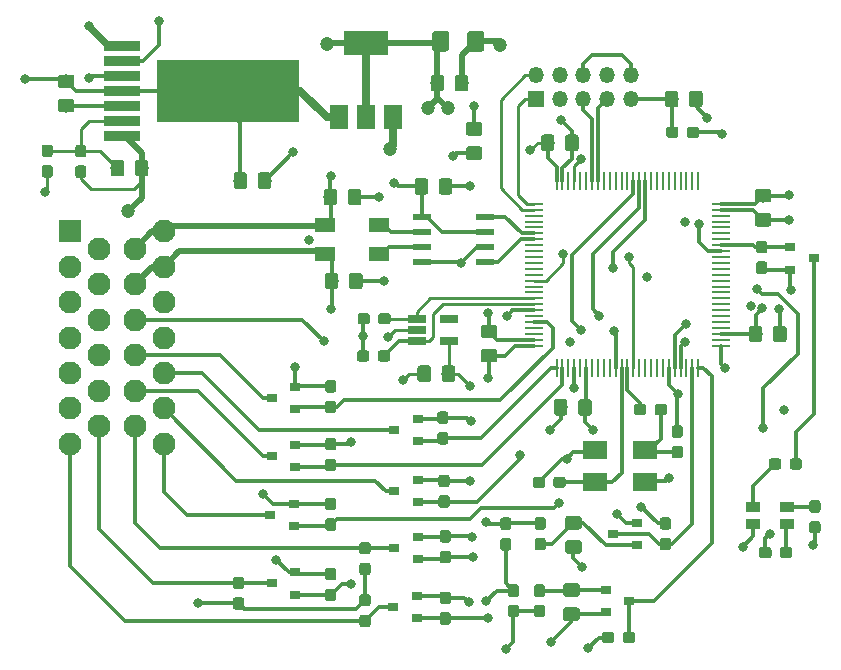
<source format=gbr>
G04 #@! TF.GenerationSoftware,KiCad,Pcbnew,(5.1.2-1)-1*
G04 #@! TF.CreationDate,2019-06-03T10:07:54+02:00*
G04 #@! TF.ProjectId,Dash,44617368-2e6b-4696-9361-645f70636258,rev?*
G04 #@! TF.SameCoordinates,Original*
G04 #@! TF.FileFunction,Copper,L1,Top*
G04 #@! TF.FilePolarity,Positive*
%FSLAX46Y46*%
G04 Gerber Fmt 4.6, Leading zero omitted, Abs format (unit mm)*
G04 Created by KiCad (PCBNEW (5.1.2-1)-1) date 2019-06-03 10:07:54*
%MOMM*%
%LPD*%
G04 APERTURE LIST*
%ADD10R,2.100000X1.500000*%
%ADD11R,1.800000X1.200000*%
%ADD12C,0.100000*%
%ADD13C,0.950000*%
%ADD14R,0.280000X1.500000*%
%ADD15R,1.500000X0.280000*%
%ADD16C,1.425000*%
%ADD17R,0.900000X0.800000*%
%ADD18R,12.000000X5.350000*%
%ADD19R,3.060000X0.890000*%
%ADD20O,1.350000X1.350000*%
%ADD21R,1.350000X1.350000*%
%ADD22R,1.200000X0.900000*%
%ADD23C,1.150000*%
%ADD24R,1.950000X1.950000*%
%ADD25C,1.950000*%
%ADD26R,1.550000X0.600000*%
%ADD27R,3.800000X2.000000*%
%ADD28R,1.500000X2.000000*%
%ADD29R,1.560000X0.650000*%
%ADD30C,1.200000*%
%ADD31C,0.800000*%
%ADD32C,0.300000*%
%ADD33C,0.700000*%
%ADD34C,0.250000*%
%ADD35C,0.500000*%
%ADD36C,0.600000*%
G04 APERTURE END LIST*
D10*
X155750000Y-91150000D03*
X160050000Y-91150000D03*
X160050000Y-88450000D03*
X155750000Y-88450000D03*
D11*
X132950000Y-71850000D03*
X132950000Y-69350000D03*
X137500000Y-69350000D03*
X137500000Y-71850000D03*
D12*
G36*
X161660779Y-84526144D02*
G01*
X161683834Y-84529563D01*
X161706443Y-84535227D01*
X161728387Y-84543079D01*
X161749457Y-84553044D01*
X161769448Y-84565026D01*
X161788168Y-84578910D01*
X161805438Y-84594562D01*
X161821090Y-84611832D01*
X161834974Y-84630552D01*
X161846956Y-84650543D01*
X161856921Y-84671613D01*
X161864773Y-84693557D01*
X161870437Y-84716166D01*
X161873856Y-84739221D01*
X161875000Y-84762500D01*
X161875000Y-85237500D01*
X161873856Y-85260779D01*
X161870437Y-85283834D01*
X161864773Y-85306443D01*
X161856921Y-85328387D01*
X161846956Y-85349457D01*
X161834974Y-85369448D01*
X161821090Y-85388168D01*
X161805438Y-85405438D01*
X161788168Y-85421090D01*
X161769448Y-85434974D01*
X161749457Y-85446956D01*
X161728387Y-85456921D01*
X161706443Y-85464773D01*
X161683834Y-85470437D01*
X161660779Y-85473856D01*
X161637500Y-85475000D01*
X161062500Y-85475000D01*
X161039221Y-85473856D01*
X161016166Y-85470437D01*
X160993557Y-85464773D01*
X160971613Y-85456921D01*
X160950543Y-85446956D01*
X160930552Y-85434974D01*
X160911832Y-85421090D01*
X160894562Y-85405438D01*
X160878910Y-85388168D01*
X160865026Y-85369448D01*
X160853044Y-85349457D01*
X160843079Y-85328387D01*
X160835227Y-85306443D01*
X160829563Y-85283834D01*
X160826144Y-85260779D01*
X160825000Y-85237500D01*
X160825000Y-84762500D01*
X160826144Y-84739221D01*
X160829563Y-84716166D01*
X160835227Y-84693557D01*
X160843079Y-84671613D01*
X160853044Y-84650543D01*
X160865026Y-84630552D01*
X160878910Y-84611832D01*
X160894562Y-84594562D01*
X160911832Y-84578910D01*
X160930552Y-84565026D01*
X160950543Y-84553044D01*
X160971613Y-84543079D01*
X160993557Y-84535227D01*
X161016166Y-84529563D01*
X161039221Y-84526144D01*
X161062500Y-84525000D01*
X161637500Y-84525000D01*
X161660779Y-84526144D01*
X161660779Y-84526144D01*
G37*
D13*
X161350000Y-85000000D03*
D12*
G36*
X159910779Y-84526144D02*
G01*
X159933834Y-84529563D01*
X159956443Y-84535227D01*
X159978387Y-84543079D01*
X159999457Y-84553044D01*
X160019448Y-84565026D01*
X160038168Y-84578910D01*
X160055438Y-84594562D01*
X160071090Y-84611832D01*
X160084974Y-84630552D01*
X160096956Y-84650543D01*
X160106921Y-84671613D01*
X160114773Y-84693557D01*
X160120437Y-84716166D01*
X160123856Y-84739221D01*
X160125000Y-84762500D01*
X160125000Y-85237500D01*
X160123856Y-85260779D01*
X160120437Y-85283834D01*
X160114773Y-85306443D01*
X160106921Y-85328387D01*
X160096956Y-85349457D01*
X160084974Y-85369448D01*
X160071090Y-85388168D01*
X160055438Y-85405438D01*
X160038168Y-85421090D01*
X160019448Y-85434974D01*
X159999457Y-85446956D01*
X159978387Y-85456921D01*
X159956443Y-85464773D01*
X159933834Y-85470437D01*
X159910779Y-85473856D01*
X159887500Y-85475000D01*
X159312500Y-85475000D01*
X159289221Y-85473856D01*
X159266166Y-85470437D01*
X159243557Y-85464773D01*
X159221613Y-85456921D01*
X159200543Y-85446956D01*
X159180552Y-85434974D01*
X159161832Y-85421090D01*
X159144562Y-85405438D01*
X159128910Y-85388168D01*
X159115026Y-85369448D01*
X159103044Y-85349457D01*
X159093079Y-85328387D01*
X159085227Y-85306443D01*
X159079563Y-85283834D01*
X159076144Y-85260779D01*
X159075000Y-85237500D01*
X159075000Y-84762500D01*
X159076144Y-84739221D01*
X159079563Y-84716166D01*
X159085227Y-84693557D01*
X159093079Y-84671613D01*
X159103044Y-84650543D01*
X159115026Y-84630552D01*
X159128910Y-84611832D01*
X159144562Y-84594562D01*
X159161832Y-84578910D01*
X159180552Y-84565026D01*
X159200543Y-84553044D01*
X159221613Y-84543079D01*
X159243557Y-84535227D01*
X159266166Y-84529563D01*
X159289221Y-84526144D01*
X159312500Y-84525000D01*
X159887500Y-84525000D01*
X159910779Y-84526144D01*
X159910779Y-84526144D01*
G37*
D13*
X159600000Y-85000000D03*
D14*
X152525001Y-81474999D03*
X153025001Y-81474999D03*
X153525001Y-81474999D03*
X154025001Y-81474999D03*
X154525001Y-81474999D03*
X155025001Y-81474999D03*
X155525001Y-81474999D03*
X156025001Y-81474999D03*
X156525001Y-81474999D03*
X157025001Y-81474999D03*
X157525001Y-81474999D03*
X158025001Y-81474999D03*
X158525001Y-81474999D03*
X159025001Y-81474999D03*
X159525001Y-81474999D03*
X160025001Y-81474999D03*
X160525001Y-81474999D03*
X161025001Y-81474999D03*
X161525001Y-81474999D03*
X162025001Y-81474999D03*
X162525001Y-81474999D03*
X163025001Y-81474999D03*
X163525001Y-81474999D03*
X164025001Y-81474999D03*
X164525001Y-81474999D03*
D15*
X166425001Y-79574999D03*
X166425001Y-79074999D03*
X166425001Y-78574999D03*
X166425001Y-78074999D03*
X166425001Y-77574999D03*
X166425001Y-77074999D03*
X166425001Y-76574999D03*
X166425001Y-76074999D03*
X166425001Y-75574999D03*
X166425001Y-75074999D03*
X166425001Y-74574999D03*
X166425001Y-74074999D03*
X166425001Y-73574999D03*
X166425001Y-73074999D03*
X166425001Y-72574999D03*
X166425001Y-72074999D03*
X166425001Y-71574999D03*
X166425001Y-71074999D03*
X166425001Y-70574999D03*
X166425001Y-70074999D03*
X166425001Y-69574999D03*
X166425001Y-69074999D03*
X166425001Y-68574999D03*
X166425001Y-68074999D03*
X166425001Y-67574999D03*
D14*
X164525001Y-65674999D03*
X164025001Y-65674999D03*
X163525001Y-65674999D03*
X163025001Y-65674999D03*
X162525001Y-65674999D03*
X162025001Y-65674999D03*
X161525001Y-65674999D03*
X161025001Y-65674999D03*
X160525001Y-65674999D03*
X160025001Y-65674999D03*
X159525001Y-65674999D03*
X159025001Y-65674999D03*
X158525001Y-65674999D03*
X158025001Y-65674999D03*
X157525001Y-65674999D03*
X157025001Y-65674999D03*
X156525001Y-65674999D03*
X156025001Y-65674999D03*
X155525001Y-65674999D03*
X155025001Y-65674999D03*
X154525001Y-65674999D03*
X154025001Y-65674999D03*
X153525001Y-65674999D03*
X153025001Y-65674999D03*
X152525001Y-65674999D03*
D15*
X150625001Y-67574999D03*
X150625001Y-68074999D03*
X150625001Y-68574999D03*
X150625001Y-69074999D03*
X150625001Y-69574999D03*
X150625001Y-70074999D03*
X150625001Y-70574999D03*
X150625001Y-71074999D03*
X150625001Y-71574999D03*
X150625001Y-72074999D03*
X150625001Y-72574999D03*
X150625001Y-73074999D03*
X150625001Y-73574999D03*
X150625001Y-74074999D03*
X150625001Y-74574999D03*
X150625001Y-75074999D03*
X150625001Y-75574999D03*
X150625001Y-76074999D03*
X150625001Y-76574999D03*
X150625001Y-77074999D03*
X150625001Y-77574999D03*
X150625001Y-78074999D03*
X150625001Y-78574999D03*
X150625001Y-79074999D03*
X150625001Y-79574999D03*
D12*
G36*
X163010779Y-86326144D02*
G01*
X163033834Y-86329563D01*
X163056443Y-86335227D01*
X163078387Y-86343079D01*
X163099457Y-86353044D01*
X163119448Y-86365026D01*
X163138168Y-86378910D01*
X163155438Y-86394562D01*
X163171090Y-86411832D01*
X163184974Y-86430552D01*
X163196956Y-86450543D01*
X163206921Y-86471613D01*
X163214773Y-86493557D01*
X163220437Y-86516166D01*
X163223856Y-86539221D01*
X163225000Y-86562500D01*
X163225000Y-87137500D01*
X163223856Y-87160779D01*
X163220437Y-87183834D01*
X163214773Y-87206443D01*
X163206921Y-87228387D01*
X163196956Y-87249457D01*
X163184974Y-87269448D01*
X163171090Y-87288168D01*
X163155438Y-87305438D01*
X163138168Y-87321090D01*
X163119448Y-87334974D01*
X163099457Y-87346956D01*
X163078387Y-87356921D01*
X163056443Y-87364773D01*
X163033834Y-87370437D01*
X163010779Y-87373856D01*
X162987500Y-87375000D01*
X162512500Y-87375000D01*
X162489221Y-87373856D01*
X162466166Y-87370437D01*
X162443557Y-87364773D01*
X162421613Y-87356921D01*
X162400543Y-87346956D01*
X162380552Y-87334974D01*
X162361832Y-87321090D01*
X162344562Y-87305438D01*
X162328910Y-87288168D01*
X162315026Y-87269448D01*
X162303044Y-87249457D01*
X162293079Y-87228387D01*
X162285227Y-87206443D01*
X162279563Y-87183834D01*
X162276144Y-87160779D01*
X162275000Y-87137500D01*
X162275000Y-86562500D01*
X162276144Y-86539221D01*
X162279563Y-86516166D01*
X162285227Y-86493557D01*
X162293079Y-86471613D01*
X162303044Y-86450543D01*
X162315026Y-86430552D01*
X162328910Y-86411832D01*
X162344562Y-86394562D01*
X162361832Y-86378910D01*
X162380552Y-86365026D01*
X162400543Y-86353044D01*
X162421613Y-86343079D01*
X162443557Y-86335227D01*
X162466166Y-86329563D01*
X162489221Y-86326144D01*
X162512500Y-86325000D01*
X162987500Y-86325000D01*
X163010779Y-86326144D01*
X163010779Y-86326144D01*
G37*
D13*
X162750000Y-86850000D03*
D12*
G36*
X163010779Y-88076144D02*
G01*
X163033834Y-88079563D01*
X163056443Y-88085227D01*
X163078387Y-88093079D01*
X163099457Y-88103044D01*
X163119448Y-88115026D01*
X163138168Y-88128910D01*
X163155438Y-88144562D01*
X163171090Y-88161832D01*
X163184974Y-88180552D01*
X163196956Y-88200543D01*
X163206921Y-88221613D01*
X163214773Y-88243557D01*
X163220437Y-88266166D01*
X163223856Y-88289221D01*
X163225000Y-88312500D01*
X163225000Y-88887500D01*
X163223856Y-88910779D01*
X163220437Y-88933834D01*
X163214773Y-88956443D01*
X163206921Y-88978387D01*
X163196956Y-88999457D01*
X163184974Y-89019448D01*
X163171090Y-89038168D01*
X163155438Y-89055438D01*
X163138168Y-89071090D01*
X163119448Y-89084974D01*
X163099457Y-89096956D01*
X163078387Y-89106921D01*
X163056443Y-89114773D01*
X163033834Y-89120437D01*
X163010779Y-89123856D01*
X162987500Y-89125000D01*
X162512500Y-89125000D01*
X162489221Y-89123856D01*
X162466166Y-89120437D01*
X162443557Y-89114773D01*
X162421613Y-89106921D01*
X162400543Y-89096956D01*
X162380552Y-89084974D01*
X162361832Y-89071090D01*
X162344562Y-89055438D01*
X162328910Y-89038168D01*
X162315026Y-89019448D01*
X162303044Y-88999457D01*
X162293079Y-88978387D01*
X162285227Y-88956443D01*
X162279563Y-88933834D01*
X162276144Y-88910779D01*
X162275000Y-88887500D01*
X162275000Y-88312500D01*
X162276144Y-88289221D01*
X162279563Y-88266166D01*
X162285227Y-88243557D01*
X162293079Y-88221613D01*
X162303044Y-88200543D01*
X162315026Y-88180552D01*
X162328910Y-88161832D01*
X162344562Y-88144562D01*
X162361832Y-88128910D01*
X162380552Y-88115026D01*
X162400543Y-88103044D01*
X162421613Y-88093079D01*
X162443557Y-88085227D01*
X162466166Y-88079563D01*
X162489221Y-88076144D01*
X162512500Y-88075000D01*
X162987500Y-88075000D01*
X163010779Y-88076144D01*
X163010779Y-88076144D01*
G37*
D13*
X162750000Y-88600000D03*
D12*
G36*
X151335779Y-90676144D02*
G01*
X151358834Y-90679563D01*
X151381443Y-90685227D01*
X151403387Y-90693079D01*
X151424457Y-90703044D01*
X151444448Y-90715026D01*
X151463168Y-90728910D01*
X151480438Y-90744562D01*
X151496090Y-90761832D01*
X151509974Y-90780552D01*
X151521956Y-90800543D01*
X151531921Y-90821613D01*
X151539773Y-90843557D01*
X151545437Y-90866166D01*
X151548856Y-90889221D01*
X151550000Y-90912500D01*
X151550000Y-91387500D01*
X151548856Y-91410779D01*
X151545437Y-91433834D01*
X151539773Y-91456443D01*
X151531921Y-91478387D01*
X151521956Y-91499457D01*
X151509974Y-91519448D01*
X151496090Y-91538168D01*
X151480438Y-91555438D01*
X151463168Y-91571090D01*
X151444448Y-91584974D01*
X151424457Y-91596956D01*
X151403387Y-91606921D01*
X151381443Y-91614773D01*
X151358834Y-91620437D01*
X151335779Y-91623856D01*
X151312500Y-91625000D01*
X150737500Y-91625000D01*
X150714221Y-91623856D01*
X150691166Y-91620437D01*
X150668557Y-91614773D01*
X150646613Y-91606921D01*
X150625543Y-91596956D01*
X150605552Y-91584974D01*
X150586832Y-91571090D01*
X150569562Y-91555438D01*
X150553910Y-91538168D01*
X150540026Y-91519448D01*
X150528044Y-91499457D01*
X150518079Y-91478387D01*
X150510227Y-91456443D01*
X150504563Y-91433834D01*
X150501144Y-91410779D01*
X150500000Y-91387500D01*
X150500000Y-90912500D01*
X150501144Y-90889221D01*
X150504563Y-90866166D01*
X150510227Y-90843557D01*
X150518079Y-90821613D01*
X150528044Y-90800543D01*
X150540026Y-90780552D01*
X150553910Y-90761832D01*
X150569562Y-90744562D01*
X150586832Y-90728910D01*
X150605552Y-90715026D01*
X150625543Y-90703044D01*
X150646613Y-90693079D01*
X150668557Y-90685227D01*
X150691166Y-90679563D01*
X150714221Y-90676144D01*
X150737500Y-90675000D01*
X151312500Y-90675000D01*
X151335779Y-90676144D01*
X151335779Y-90676144D01*
G37*
D13*
X151025000Y-91150000D03*
D12*
G36*
X153085779Y-90676144D02*
G01*
X153108834Y-90679563D01*
X153131443Y-90685227D01*
X153153387Y-90693079D01*
X153174457Y-90703044D01*
X153194448Y-90715026D01*
X153213168Y-90728910D01*
X153230438Y-90744562D01*
X153246090Y-90761832D01*
X153259974Y-90780552D01*
X153271956Y-90800543D01*
X153281921Y-90821613D01*
X153289773Y-90843557D01*
X153295437Y-90866166D01*
X153298856Y-90889221D01*
X153300000Y-90912500D01*
X153300000Y-91387500D01*
X153298856Y-91410779D01*
X153295437Y-91433834D01*
X153289773Y-91456443D01*
X153281921Y-91478387D01*
X153271956Y-91499457D01*
X153259974Y-91519448D01*
X153246090Y-91538168D01*
X153230438Y-91555438D01*
X153213168Y-91571090D01*
X153194448Y-91584974D01*
X153174457Y-91596956D01*
X153153387Y-91606921D01*
X153131443Y-91614773D01*
X153108834Y-91620437D01*
X153085779Y-91623856D01*
X153062500Y-91625000D01*
X152487500Y-91625000D01*
X152464221Y-91623856D01*
X152441166Y-91620437D01*
X152418557Y-91614773D01*
X152396613Y-91606921D01*
X152375543Y-91596956D01*
X152355552Y-91584974D01*
X152336832Y-91571090D01*
X152319562Y-91555438D01*
X152303910Y-91538168D01*
X152290026Y-91519448D01*
X152278044Y-91499457D01*
X152268079Y-91478387D01*
X152260227Y-91456443D01*
X152254563Y-91433834D01*
X152251144Y-91410779D01*
X152250000Y-91387500D01*
X152250000Y-90912500D01*
X152251144Y-90889221D01*
X152254563Y-90866166D01*
X152260227Y-90843557D01*
X152268079Y-90821613D01*
X152278044Y-90800543D01*
X152290026Y-90780552D01*
X152303910Y-90761832D01*
X152319562Y-90744562D01*
X152336832Y-90728910D01*
X152355552Y-90715026D01*
X152375543Y-90703044D01*
X152396613Y-90693079D01*
X152418557Y-90685227D01*
X152441166Y-90679563D01*
X152464221Y-90676144D01*
X152487500Y-90675000D01*
X153062500Y-90675000D01*
X153085779Y-90676144D01*
X153085779Y-90676144D01*
G37*
D13*
X152775000Y-91150000D03*
D12*
G36*
X146174504Y-52926204D02*
G01*
X146198773Y-52929804D01*
X146222571Y-52935765D01*
X146245671Y-52944030D01*
X146267849Y-52954520D01*
X146288893Y-52967133D01*
X146308598Y-52981747D01*
X146326777Y-52998223D01*
X146343253Y-53016402D01*
X146357867Y-53036107D01*
X146370480Y-53057151D01*
X146380970Y-53079329D01*
X146389235Y-53102429D01*
X146395196Y-53126227D01*
X146398796Y-53150496D01*
X146400000Y-53175000D01*
X146400000Y-54425000D01*
X146398796Y-54449504D01*
X146395196Y-54473773D01*
X146389235Y-54497571D01*
X146380970Y-54520671D01*
X146370480Y-54542849D01*
X146357867Y-54563893D01*
X146343253Y-54583598D01*
X146326777Y-54601777D01*
X146308598Y-54618253D01*
X146288893Y-54632867D01*
X146267849Y-54645480D01*
X146245671Y-54655970D01*
X146222571Y-54664235D01*
X146198773Y-54670196D01*
X146174504Y-54673796D01*
X146150000Y-54675000D01*
X145225000Y-54675000D01*
X145200496Y-54673796D01*
X145176227Y-54670196D01*
X145152429Y-54664235D01*
X145129329Y-54655970D01*
X145107151Y-54645480D01*
X145086107Y-54632867D01*
X145066402Y-54618253D01*
X145048223Y-54601777D01*
X145031747Y-54583598D01*
X145017133Y-54563893D01*
X145004520Y-54542849D01*
X144994030Y-54520671D01*
X144985765Y-54497571D01*
X144979804Y-54473773D01*
X144976204Y-54449504D01*
X144975000Y-54425000D01*
X144975000Y-53175000D01*
X144976204Y-53150496D01*
X144979804Y-53126227D01*
X144985765Y-53102429D01*
X144994030Y-53079329D01*
X145004520Y-53057151D01*
X145017133Y-53036107D01*
X145031747Y-53016402D01*
X145048223Y-52998223D01*
X145066402Y-52981747D01*
X145086107Y-52967133D01*
X145107151Y-52954520D01*
X145129329Y-52944030D01*
X145152429Y-52935765D01*
X145176227Y-52929804D01*
X145200496Y-52926204D01*
X145225000Y-52925000D01*
X146150000Y-52925000D01*
X146174504Y-52926204D01*
X146174504Y-52926204D01*
G37*
D16*
X145687500Y-53800000D03*
D12*
G36*
X143199504Y-52926204D02*
G01*
X143223773Y-52929804D01*
X143247571Y-52935765D01*
X143270671Y-52944030D01*
X143292849Y-52954520D01*
X143313893Y-52967133D01*
X143333598Y-52981747D01*
X143351777Y-52998223D01*
X143368253Y-53016402D01*
X143382867Y-53036107D01*
X143395480Y-53057151D01*
X143405970Y-53079329D01*
X143414235Y-53102429D01*
X143420196Y-53126227D01*
X143423796Y-53150496D01*
X143425000Y-53175000D01*
X143425000Y-54425000D01*
X143423796Y-54449504D01*
X143420196Y-54473773D01*
X143414235Y-54497571D01*
X143405970Y-54520671D01*
X143395480Y-54542849D01*
X143382867Y-54563893D01*
X143368253Y-54583598D01*
X143351777Y-54601777D01*
X143333598Y-54618253D01*
X143313893Y-54632867D01*
X143292849Y-54645480D01*
X143270671Y-54655970D01*
X143247571Y-54664235D01*
X143223773Y-54670196D01*
X143199504Y-54673796D01*
X143175000Y-54675000D01*
X142250000Y-54675000D01*
X142225496Y-54673796D01*
X142201227Y-54670196D01*
X142177429Y-54664235D01*
X142154329Y-54655970D01*
X142132151Y-54645480D01*
X142111107Y-54632867D01*
X142091402Y-54618253D01*
X142073223Y-54601777D01*
X142056747Y-54583598D01*
X142042133Y-54563893D01*
X142029520Y-54542849D01*
X142019030Y-54520671D01*
X142010765Y-54497571D01*
X142004804Y-54473773D01*
X142001204Y-54449504D01*
X142000000Y-54425000D01*
X142000000Y-53175000D01*
X142001204Y-53150496D01*
X142004804Y-53126227D01*
X142010765Y-53102429D01*
X142019030Y-53079329D01*
X142029520Y-53057151D01*
X142042133Y-53036107D01*
X142056747Y-53016402D01*
X142073223Y-52998223D01*
X142091402Y-52981747D01*
X142111107Y-52967133D01*
X142132151Y-52954520D01*
X142154329Y-52944030D01*
X142177429Y-52935765D01*
X142201227Y-52929804D01*
X142225496Y-52926204D01*
X142250000Y-52925000D01*
X143175000Y-52925000D01*
X143199504Y-52926204D01*
X143199504Y-52926204D01*
G37*
D16*
X142712500Y-53800000D03*
D12*
G36*
X136560779Y-100601144D02*
G01*
X136583834Y-100604563D01*
X136606443Y-100610227D01*
X136628387Y-100618079D01*
X136649457Y-100628044D01*
X136669448Y-100640026D01*
X136688168Y-100653910D01*
X136705438Y-100669562D01*
X136721090Y-100686832D01*
X136734974Y-100705552D01*
X136746956Y-100725543D01*
X136756921Y-100746613D01*
X136764773Y-100768557D01*
X136770437Y-100791166D01*
X136773856Y-100814221D01*
X136775000Y-100837500D01*
X136775000Y-101412500D01*
X136773856Y-101435779D01*
X136770437Y-101458834D01*
X136764773Y-101481443D01*
X136756921Y-101503387D01*
X136746956Y-101524457D01*
X136734974Y-101544448D01*
X136721090Y-101563168D01*
X136705438Y-101580438D01*
X136688168Y-101596090D01*
X136669448Y-101609974D01*
X136649457Y-101621956D01*
X136628387Y-101631921D01*
X136606443Y-101639773D01*
X136583834Y-101645437D01*
X136560779Y-101648856D01*
X136537500Y-101650000D01*
X136062500Y-101650000D01*
X136039221Y-101648856D01*
X136016166Y-101645437D01*
X135993557Y-101639773D01*
X135971613Y-101631921D01*
X135950543Y-101621956D01*
X135930552Y-101609974D01*
X135911832Y-101596090D01*
X135894562Y-101580438D01*
X135878910Y-101563168D01*
X135865026Y-101544448D01*
X135853044Y-101524457D01*
X135843079Y-101503387D01*
X135835227Y-101481443D01*
X135829563Y-101458834D01*
X135826144Y-101435779D01*
X135825000Y-101412500D01*
X135825000Y-100837500D01*
X135826144Y-100814221D01*
X135829563Y-100791166D01*
X135835227Y-100768557D01*
X135843079Y-100746613D01*
X135853044Y-100725543D01*
X135865026Y-100705552D01*
X135878910Y-100686832D01*
X135894562Y-100669562D01*
X135911832Y-100653910D01*
X135930552Y-100640026D01*
X135950543Y-100628044D01*
X135971613Y-100618079D01*
X135993557Y-100610227D01*
X136016166Y-100604563D01*
X136039221Y-100601144D01*
X136062500Y-100600000D01*
X136537500Y-100600000D01*
X136560779Y-100601144D01*
X136560779Y-100601144D01*
G37*
D13*
X136300000Y-101125000D03*
D12*
G36*
X136560779Y-102351144D02*
G01*
X136583834Y-102354563D01*
X136606443Y-102360227D01*
X136628387Y-102368079D01*
X136649457Y-102378044D01*
X136669448Y-102390026D01*
X136688168Y-102403910D01*
X136705438Y-102419562D01*
X136721090Y-102436832D01*
X136734974Y-102455552D01*
X136746956Y-102475543D01*
X136756921Y-102496613D01*
X136764773Y-102518557D01*
X136770437Y-102541166D01*
X136773856Y-102564221D01*
X136775000Y-102587500D01*
X136775000Y-103162500D01*
X136773856Y-103185779D01*
X136770437Y-103208834D01*
X136764773Y-103231443D01*
X136756921Y-103253387D01*
X136746956Y-103274457D01*
X136734974Y-103294448D01*
X136721090Y-103313168D01*
X136705438Y-103330438D01*
X136688168Y-103346090D01*
X136669448Y-103359974D01*
X136649457Y-103371956D01*
X136628387Y-103381921D01*
X136606443Y-103389773D01*
X136583834Y-103395437D01*
X136560779Y-103398856D01*
X136537500Y-103400000D01*
X136062500Y-103400000D01*
X136039221Y-103398856D01*
X136016166Y-103395437D01*
X135993557Y-103389773D01*
X135971613Y-103381921D01*
X135950543Y-103371956D01*
X135930552Y-103359974D01*
X135911832Y-103346090D01*
X135894562Y-103330438D01*
X135878910Y-103313168D01*
X135865026Y-103294448D01*
X135853044Y-103274457D01*
X135843079Y-103253387D01*
X135835227Y-103231443D01*
X135829563Y-103208834D01*
X135826144Y-103185779D01*
X135825000Y-103162500D01*
X135825000Y-102587500D01*
X135826144Y-102564221D01*
X135829563Y-102541166D01*
X135835227Y-102518557D01*
X135843079Y-102496613D01*
X135853044Y-102475543D01*
X135865026Y-102455552D01*
X135878910Y-102436832D01*
X135894562Y-102419562D01*
X135911832Y-102403910D01*
X135930552Y-102390026D01*
X135950543Y-102378044D01*
X135971613Y-102368079D01*
X135993557Y-102360227D01*
X136016166Y-102354563D01*
X136039221Y-102351144D01*
X136062500Y-102350000D01*
X136537500Y-102350000D01*
X136560779Y-102351144D01*
X136560779Y-102351144D01*
G37*
D13*
X136300000Y-102875000D03*
D17*
X157300000Y-95550000D03*
X159300000Y-94600000D03*
X159300000Y-96500000D03*
X158680000Y-101190000D03*
X156680000Y-102140000D03*
X156680000Y-100240000D03*
X174300000Y-72200000D03*
X172300000Y-73150000D03*
X172300000Y-71250000D03*
X138700000Y-101700000D03*
X140700000Y-100750000D03*
X140700000Y-102650000D03*
X128400000Y-99700000D03*
X130400000Y-98750000D03*
X130400000Y-100650000D03*
X138800000Y-96700000D03*
X140800000Y-95750000D03*
X140800000Y-97650000D03*
X128400000Y-88900000D03*
X130400000Y-87950000D03*
X130400000Y-89850000D03*
X138800000Y-86700000D03*
X140800000Y-85750000D03*
X140800000Y-87650000D03*
X138800000Y-91900000D03*
X140800000Y-90950000D03*
X140800000Y-92850000D03*
X128400000Y-84000000D03*
X130400000Y-83050000D03*
X130400000Y-84950000D03*
X128300000Y-93900000D03*
X130300000Y-92950000D03*
X130300000Y-94850000D03*
D12*
G36*
X125860779Y-100876144D02*
G01*
X125883834Y-100879563D01*
X125906443Y-100885227D01*
X125928387Y-100893079D01*
X125949457Y-100903044D01*
X125969448Y-100915026D01*
X125988168Y-100928910D01*
X126005438Y-100944562D01*
X126021090Y-100961832D01*
X126034974Y-100980552D01*
X126046956Y-101000543D01*
X126056921Y-101021613D01*
X126064773Y-101043557D01*
X126070437Y-101066166D01*
X126073856Y-101089221D01*
X126075000Y-101112500D01*
X126075000Y-101687500D01*
X126073856Y-101710779D01*
X126070437Y-101733834D01*
X126064773Y-101756443D01*
X126056921Y-101778387D01*
X126046956Y-101799457D01*
X126034974Y-101819448D01*
X126021090Y-101838168D01*
X126005438Y-101855438D01*
X125988168Y-101871090D01*
X125969448Y-101884974D01*
X125949457Y-101896956D01*
X125928387Y-101906921D01*
X125906443Y-101914773D01*
X125883834Y-101920437D01*
X125860779Y-101923856D01*
X125837500Y-101925000D01*
X125362500Y-101925000D01*
X125339221Y-101923856D01*
X125316166Y-101920437D01*
X125293557Y-101914773D01*
X125271613Y-101906921D01*
X125250543Y-101896956D01*
X125230552Y-101884974D01*
X125211832Y-101871090D01*
X125194562Y-101855438D01*
X125178910Y-101838168D01*
X125165026Y-101819448D01*
X125153044Y-101799457D01*
X125143079Y-101778387D01*
X125135227Y-101756443D01*
X125129563Y-101733834D01*
X125126144Y-101710779D01*
X125125000Y-101687500D01*
X125125000Y-101112500D01*
X125126144Y-101089221D01*
X125129563Y-101066166D01*
X125135227Y-101043557D01*
X125143079Y-101021613D01*
X125153044Y-101000543D01*
X125165026Y-100980552D01*
X125178910Y-100961832D01*
X125194562Y-100944562D01*
X125211832Y-100928910D01*
X125230552Y-100915026D01*
X125250543Y-100903044D01*
X125271613Y-100893079D01*
X125293557Y-100885227D01*
X125316166Y-100879563D01*
X125339221Y-100876144D01*
X125362500Y-100875000D01*
X125837500Y-100875000D01*
X125860779Y-100876144D01*
X125860779Y-100876144D01*
G37*
D13*
X125600000Y-101400000D03*
D12*
G36*
X125860779Y-99126144D02*
G01*
X125883834Y-99129563D01*
X125906443Y-99135227D01*
X125928387Y-99143079D01*
X125949457Y-99153044D01*
X125969448Y-99165026D01*
X125988168Y-99178910D01*
X126005438Y-99194562D01*
X126021090Y-99211832D01*
X126034974Y-99230552D01*
X126046956Y-99250543D01*
X126056921Y-99271613D01*
X126064773Y-99293557D01*
X126070437Y-99316166D01*
X126073856Y-99339221D01*
X126075000Y-99362500D01*
X126075000Y-99937500D01*
X126073856Y-99960779D01*
X126070437Y-99983834D01*
X126064773Y-100006443D01*
X126056921Y-100028387D01*
X126046956Y-100049457D01*
X126034974Y-100069448D01*
X126021090Y-100088168D01*
X126005438Y-100105438D01*
X125988168Y-100121090D01*
X125969448Y-100134974D01*
X125949457Y-100146956D01*
X125928387Y-100156921D01*
X125906443Y-100164773D01*
X125883834Y-100170437D01*
X125860779Y-100173856D01*
X125837500Y-100175000D01*
X125362500Y-100175000D01*
X125339221Y-100173856D01*
X125316166Y-100170437D01*
X125293557Y-100164773D01*
X125271613Y-100156921D01*
X125250543Y-100146956D01*
X125230552Y-100134974D01*
X125211832Y-100121090D01*
X125194562Y-100105438D01*
X125178910Y-100088168D01*
X125165026Y-100069448D01*
X125153044Y-100049457D01*
X125143079Y-100028387D01*
X125135227Y-100006443D01*
X125129563Y-99983834D01*
X125126144Y-99960779D01*
X125125000Y-99937500D01*
X125125000Y-99362500D01*
X125126144Y-99339221D01*
X125129563Y-99316166D01*
X125135227Y-99293557D01*
X125143079Y-99271613D01*
X125153044Y-99250543D01*
X125165026Y-99230552D01*
X125178910Y-99211832D01*
X125194562Y-99194562D01*
X125211832Y-99178910D01*
X125230552Y-99165026D01*
X125250543Y-99153044D01*
X125271613Y-99143079D01*
X125293557Y-99135227D01*
X125316166Y-99129563D01*
X125339221Y-99126144D01*
X125362500Y-99125000D01*
X125837500Y-99125000D01*
X125860779Y-99126144D01*
X125860779Y-99126144D01*
G37*
D13*
X125600000Y-99650000D03*
D12*
G36*
X136560779Y-97951144D02*
G01*
X136583834Y-97954563D01*
X136606443Y-97960227D01*
X136628387Y-97968079D01*
X136649457Y-97978044D01*
X136669448Y-97990026D01*
X136688168Y-98003910D01*
X136705438Y-98019562D01*
X136721090Y-98036832D01*
X136734974Y-98055552D01*
X136746956Y-98075543D01*
X136756921Y-98096613D01*
X136764773Y-98118557D01*
X136770437Y-98141166D01*
X136773856Y-98164221D01*
X136775000Y-98187500D01*
X136775000Y-98762500D01*
X136773856Y-98785779D01*
X136770437Y-98808834D01*
X136764773Y-98831443D01*
X136756921Y-98853387D01*
X136746956Y-98874457D01*
X136734974Y-98894448D01*
X136721090Y-98913168D01*
X136705438Y-98930438D01*
X136688168Y-98946090D01*
X136669448Y-98959974D01*
X136649457Y-98971956D01*
X136628387Y-98981921D01*
X136606443Y-98989773D01*
X136583834Y-98995437D01*
X136560779Y-98998856D01*
X136537500Y-99000000D01*
X136062500Y-99000000D01*
X136039221Y-98998856D01*
X136016166Y-98995437D01*
X135993557Y-98989773D01*
X135971613Y-98981921D01*
X135950543Y-98971956D01*
X135930552Y-98959974D01*
X135911832Y-98946090D01*
X135894562Y-98930438D01*
X135878910Y-98913168D01*
X135865026Y-98894448D01*
X135853044Y-98874457D01*
X135843079Y-98853387D01*
X135835227Y-98831443D01*
X135829563Y-98808834D01*
X135826144Y-98785779D01*
X135825000Y-98762500D01*
X135825000Y-98187500D01*
X135826144Y-98164221D01*
X135829563Y-98141166D01*
X135835227Y-98118557D01*
X135843079Y-98096613D01*
X135853044Y-98075543D01*
X135865026Y-98055552D01*
X135878910Y-98036832D01*
X135894562Y-98019562D01*
X135911832Y-98003910D01*
X135930552Y-97990026D01*
X135950543Y-97978044D01*
X135971613Y-97968079D01*
X135993557Y-97960227D01*
X136016166Y-97954563D01*
X136039221Y-97951144D01*
X136062500Y-97950000D01*
X136537500Y-97950000D01*
X136560779Y-97951144D01*
X136560779Y-97951144D01*
G37*
D13*
X136300000Y-98475000D03*
D12*
G36*
X136560779Y-96201144D02*
G01*
X136583834Y-96204563D01*
X136606443Y-96210227D01*
X136628387Y-96218079D01*
X136649457Y-96228044D01*
X136669448Y-96240026D01*
X136688168Y-96253910D01*
X136705438Y-96269562D01*
X136721090Y-96286832D01*
X136734974Y-96305552D01*
X136746956Y-96325543D01*
X136756921Y-96346613D01*
X136764773Y-96368557D01*
X136770437Y-96391166D01*
X136773856Y-96414221D01*
X136775000Y-96437500D01*
X136775000Y-97012500D01*
X136773856Y-97035779D01*
X136770437Y-97058834D01*
X136764773Y-97081443D01*
X136756921Y-97103387D01*
X136746956Y-97124457D01*
X136734974Y-97144448D01*
X136721090Y-97163168D01*
X136705438Y-97180438D01*
X136688168Y-97196090D01*
X136669448Y-97209974D01*
X136649457Y-97221956D01*
X136628387Y-97231921D01*
X136606443Y-97239773D01*
X136583834Y-97245437D01*
X136560779Y-97248856D01*
X136537500Y-97250000D01*
X136062500Y-97250000D01*
X136039221Y-97248856D01*
X136016166Y-97245437D01*
X135993557Y-97239773D01*
X135971613Y-97231921D01*
X135950543Y-97221956D01*
X135930552Y-97209974D01*
X135911832Y-97196090D01*
X135894562Y-97180438D01*
X135878910Y-97163168D01*
X135865026Y-97144448D01*
X135853044Y-97124457D01*
X135843079Y-97103387D01*
X135835227Y-97081443D01*
X135829563Y-97058834D01*
X135826144Y-97035779D01*
X135825000Y-97012500D01*
X135825000Y-96437500D01*
X135826144Y-96414221D01*
X135829563Y-96391166D01*
X135835227Y-96368557D01*
X135843079Y-96346613D01*
X135853044Y-96325543D01*
X135865026Y-96305552D01*
X135878910Y-96286832D01*
X135894562Y-96269562D01*
X135911832Y-96253910D01*
X135930552Y-96240026D01*
X135950543Y-96228044D01*
X135971613Y-96218079D01*
X135993557Y-96210227D01*
X136016166Y-96204563D01*
X136039221Y-96201144D01*
X136062500Y-96200000D01*
X136537500Y-96200000D01*
X136560779Y-96201144D01*
X136560779Y-96201144D01*
G37*
D13*
X136300000Y-96725000D03*
D18*
X124750000Y-58000000D03*
D19*
X115695000Y-58000000D03*
X115695000Y-59270000D03*
X115695000Y-60540000D03*
X115695000Y-61810000D03*
X115695000Y-56730000D03*
X115695000Y-55460000D03*
X115695000Y-54190000D03*
D20*
X158800000Y-56700000D03*
X158800000Y-58700000D03*
X156800000Y-56700000D03*
X156800000Y-58700000D03*
X154800000Y-56700000D03*
X154800000Y-58700000D03*
X152800000Y-56700000D03*
X152800000Y-58700000D03*
X150800000Y-56700000D03*
D21*
X150800000Y-58700000D03*
D22*
X172000000Y-94700000D03*
X172000000Y-93250000D03*
X169200000Y-93250000D03*
X169200000Y-94700000D03*
D12*
G36*
X164674505Y-58001204D02*
G01*
X164698773Y-58004804D01*
X164722572Y-58010765D01*
X164745671Y-58019030D01*
X164767850Y-58029520D01*
X164788893Y-58042132D01*
X164808599Y-58056747D01*
X164826777Y-58073223D01*
X164843253Y-58091401D01*
X164857868Y-58111107D01*
X164870480Y-58132150D01*
X164880970Y-58154329D01*
X164889235Y-58177428D01*
X164895196Y-58201227D01*
X164898796Y-58225495D01*
X164900000Y-58249999D01*
X164900000Y-59150001D01*
X164898796Y-59174505D01*
X164895196Y-59198773D01*
X164889235Y-59222572D01*
X164880970Y-59245671D01*
X164870480Y-59267850D01*
X164857868Y-59288893D01*
X164843253Y-59308599D01*
X164826777Y-59326777D01*
X164808599Y-59343253D01*
X164788893Y-59357868D01*
X164767850Y-59370480D01*
X164745671Y-59380970D01*
X164722572Y-59389235D01*
X164698773Y-59395196D01*
X164674505Y-59398796D01*
X164650001Y-59400000D01*
X163999999Y-59400000D01*
X163975495Y-59398796D01*
X163951227Y-59395196D01*
X163927428Y-59389235D01*
X163904329Y-59380970D01*
X163882150Y-59370480D01*
X163861107Y-59357868D01*
X163841401Y-59343253D01*
X163823223Y-59326777D01*
X163806747Y-59308599D01*
X163792132Y-59288893D01*
X163779520Y-59267850D01*
X163769030Y-59245671D01*
X163760765Y-59222572D01*
X163754804Y-59198773D01*
X163751204Y-59174505D01*
X163750000Y-59150001D01*
X163750000Y-58249999D01*
X163751204Y-58225495D01*
X163754804Y-58201227D01*
X163760765Y-58177428D01*
X163769030Y-58154329D01*
X163779520Y-58132150D01*
X163792132Y-58111107D01*
X163806747Y-58091401D01*
X163823223Y-58073223D01*
X163841401Y-58056747D01*
X163861107Y-58042132D01*
X163882150Y-58029520D01*
X163904329Y-58019030D01*
X163927428Y-58010765D01*
X163951227Y-58004804D01*
X163975495Y-58001204D01*
X163999999Y-58000000D01*
X164650001Y-58000000D01*
X164674505Y-58001204D01*
X164674505Y-58001204D01*
G37*
D23*
X164325000Y-58700000D03*
D12*
G36*
X162624505Y-58001204D02*
G01*
X162648773Y-58004804D01*
X162672572Y-58010765D01*
X162695671Y-58019030D01*
X162717850Y-58029520D01*
X162738893Y-58042132D01*
X162758599Y-58056747D01*
X162776777Y-58073223D01*
X162793253Y-58091401D01*
X162807868Y-58111107D01*
X162820480Y-58132150D01*
X162830970Y-58154329D01*
X162839235Y-58177428D01*
X162845196Y-58201227D01*
X162848796Y-58225495D01*
X162850000Y-58249999D01*
X162850000Y-59150001D01*
X162848796Y-59174505D01*
X162845196Y-59198773D01*
X162839235Y-59222572D01*
X162830970Y-59245671D01*
X162820480Y-59267850D01*
X162807868Y-59288893D01*
X162793253Y-59308599D01*
X162776777Y-59326777D01*
X162758599Y-59343253D01*
X162738893Y-59357868D01*
X162717850Y-59370480D01*
X162695671Y-59380970D01*
X162672572Y-59389235D01*
X162648773Y-59395196D01*
X162624505Y-59398796D01*
X162600001Y-59400000D01*
X161949999Y-59400000D01*
X161925495Y-59398796D01*
X161901227Y-59395196D01*
X161877428Y-59389235D01*
X161854329Y-59380970D01*
X161832150Y-59370480D01*
X161811107Y-59357868D01*
X161791401Y-59343253D01*
X161773223Y-59326777D01*
X161756747Y-59308599D01*
X161742132Y-59288893D01*
X161729520Y-59267850D01*
X161719030Y-59245671D01*
X161710765Y-59222572D01*
X161704804Y-59198773D01*
X161701204Y-59174505D01*
X161700000Y-59150001D01*
X161700000Y-58249999D01*
X161701204Y-58225495D01*
X161704804Y-58201227D01*
X161710765Y-58177428D01*
X161719030Y-58154329D01*
X161729520Y-58132150D01*
X161742132Y-58111107D01*
X161756747Y-58091401D01*
X161773223Y-58073223D01*
X161791401Y-58056747D01*
X161811107Y-58042132D01*
X161832150Y-58029520D01*
X161854329Y-58019030D01*
X161877428Y-58010765D01*
X161901227Y-58004804D01*
X161925495Y-58001204D01*
X161949999Y-58000000D01*
X162600001Y-58000000D01*
X162624505Y-58001204D01*
X162624505Y-58001204D01*
G37*
D23*
X162275000Y-58700000D03*
D12*
G36*
X141424505Y-65401204D02*
G01*
X141448773Y-65404804D01*
X141472572Y-65410765D01*
X141495671Y-65419030D01*
X141517850Y-65429520D01*
X141538893Y-65442132D01*
X141558599Y-65456747D01*
X141576777Y-65473223D01*
X141593253Y-65491401D01*
X141607868Y-65511107D01*
X141620480Y-65532150D01*
X141630970Y-65554329D01*
X141639235Y-65577428D01*
X141645196Y-65601227D01*
X141648796Y-65625495D01*
X141650000Y-65649999D01*
X141650000Y-66550001D01*
X141648796Y-66574505D01*
X141645196Y-66598773D01*
X141639235Y-66622572D01*
X141630970Y-66645671D01*
X141620480Y-66667850D01*
X141607868Y-66688893D01*
X141593253Y-66708599D01*
X141576777Y-66726777D01*
X141558599Y-66743253D01*
X141538893Y-66757868D01*
X141517850Y-66770480D01*
X141495671Y-66780970D01*
X141472572Y-66789235D01*
X141448773Y-66795196D01*
X141424505Y-66798796D01*
X141400001Y-66800000D01*
X140749999Y-66800000D01*
X140725495Y-66798796D01*
X140701227Y-66795196D01*
X140677428Y-66789235D01*
X140654329Y-66780970D01*
X140632150Y-66770480D01*
X140611107Y-66757868D01*
X140591401Y-66743253D01*
X140573223Y-66726777D01*
X140556747Y-66708599D01*
X140542132Y-66688893D01*
X140529520Y-66667850D01*
X140519030Y-66645671D01*
X140510765Y-66622572D01*
X140504804Y-66598773D01*
X140501204Y-66574505D01*
X140500000Y-66550001D01*
X140500000Y-65649999D01*
X140501204Y-65625495D01*
X140504804Y-65601227D01*
X140510765Y-65577428D01*
X140519030Y-65554329D01*
X140529520Y-65532150D01*
X140542132Y-65511107D01*
X140556747Y-65491401D01*
X140573223Y-65473223D01*
X140591401Y-65456747D01*
X140611107Y-65442132D01*
X140632150Y-65429520D01*
X140654329Y-65419030D01*
X140677428Y-65410765D01*
X140701227Y-65404804D01*
X140725495Y-65401204D01*
X140749999Y-65400000D01*
X141400001Y-65400000D01*
X141424505Y-65401204D01*
X141424505Y-65401204D01*
G37*
D23*
X141075000Y-66100000D03*
D12*
G36*
X143474505Y-65401204D02*
G01*
X143498773Y-65404804D01*
X143522572Y-65410765D01*
X143545671Y-65419030D01*
X143567850Y-65429520D01*
X143588893Y-65442132D01*
X143608599Y-65456747D01*
X143626777Y-65473223D01*
X143643253Y-65491401D01*
X143657868Y-65511107D01*
X143670480Y-65532150D01*
X143680970Y-65554329D01*
X143689235Y-65577428D01*
X143695196Y-65601227D01*
X143698796Y-65625495D01*
X143700000Y-65649999D01*
X143700000Y-66550001D01*
X143698796Y-66574505D01*
X143695196Y-66598773D01*
X143689235Y-66622572D01*
X143680970Y-66645671D01*
X143670480Y-66667850D01*
X143657868Y-66688893D01*
X143643253Y-66708599D01*
X143626777Y-66726777D01*
X143608599Y-66743253D01*
X143588893Y-66757868D01*
X143567850Y-66770480D01*
X143545671Y-66780970D01*
X143522572Y-66789235D01*
X143498773Y-66795196D01*
X143474505Y-66798796D01*
X143450001Y-66800000D01*
X142799999Y-66800000D01*
X142775495Y-66798796D01*
X142751227Y-66795196D01*
X142727428Y-66789235D01*
X142704329Y-66780970D01*
X142682150Y-66770480D01*
X142661107Y-66757868D01*
X142641401Y-66743253D01*
X142623223Y-66726777D01*
X142606747Y-66708599D01*
X142592132Y-66688893D01*
X142579520Y-66667850D01*
X142569030Y-66645671D01*
X142560765Y-66622572D01*
X142554804Y-66598773D01*
X142551204Y-66574505D01*
X142550000Y-66550001D01*
X142550000Y-65649999D01*
X142551204Y-65625495D01*
X142554804Y-65601227D01*
X142560765Y-65577428D01*
X142569030Y-65554329D01*
X142579520Y-65532150D01*
X142592132Y-65511107D01*
X142606747Y-65491401D01*
X142623223Y-65473223D01*
X142641401Y-65456747D01*
X142661107Y-65442132D01*
X142682150Y-65429520D01*
X142704329Y-65419030D01*
X142727428Y-65410765D01*
X142751227Y-65404804D01*
X142775495Y-65401204D01*
X142799999Y-65400000D01*
X143450001Y-65400000D01*
X143474505Y-65401204D01*
X143474505Y-65401204D01*
G37*
D23*
X143125000Y-66100000D03*
D12*
G36*
X154424505Y-96051204D02*
G01*
X154448773Y-96054804D01*
X154472572Y-96060765D01*
X154495671Y-96069030D01*
X154517850Y-96079520D01*
X154538893Y-96092132D01*
X154558599Y-96106747D01*
X154576777Y-96123223D01*
X154593253Y-96141401D01*
X154607868Y-96161107D01*
X154620480Y-96182150D01*
X154630970Y-96204329D01*
X154639235Y-96227428D01*
X154645196Y-96251227D01*
X154648796Y-96275495D01*
X154650000Y-96299999D01*
X154650000Y-96950001D01*
X154648796Y-96974505D01*
X154645196Y-96998773D01*
X154639235Y-97022572D01*
X154630970Y-97045671D01*
X154620480Y-97067850D01*
X154607868Y-97088893D01*
X154593253Y-97108599D01*
X154576777Y-97126777D01*
X154558599Y-97143253D01*
X154538893Y-97157868D01*
X154517850Y-97170480D01*
X154495671Y-97180970D01*
X154472572Y-97189235D01*
X154448773Y-97195196D01*
X154424505Y-97198796D01*
X154400001Y-97200000D01*
X153499999Y-97200000D01*
X153475495Y-97198796D01*
X153451227Y-97195196D01*
X153427428Y-97189235D01*
X153404329Y-97180970D01*
X153382150Y-97170480D01*
X153361107Y-97157868D01*
X153341401Y-97143253D01*
X153323223Y-97126777D01*
X153306747Y-97108599D01*
X153292132Y-97088893D01*
X153279520Y-97067850D01*
X153269030Y-97045671D01*
X153260765Y-97022572D01*
X153254804Y-96998773D01*
X153251204Y-96974505D01*
X153250000Y-96950001D01*
X153250000Y-96299999D01*
X153251204Y-96275495D01*
X153254804Y-96251227D01*
X153260765Y-96227428D01*
X153269030Y-96204329D01*
X153279520Y-96182150D01*
X153292132Y-96161107D01*
X153306747Y-96141401D01*
X153323223Y-96123223D01*
X153341401Y-96106747D01*
X153361107Y-96092132D01*
X153382150Y-96079520D01*
X153404329Y-96069030D01*
X153427428Y-96060765D01*
X153451227Y-96054804D01*
X153475495Y-96051204D01*
X153499999Y-96050000D01*
X154400001Y-96050000D01*
X154424505Y-96051204D01*
X154424505Y-96051204D01*
G37*
D23*
X153950000Y-96625000D03*
D12*
G36*
X154424505Y-94001204D02*
G01*
X154448773Y-94004804D01*
X154472572Y-94010765D01*
X154495671Y-94019030D01*
X154517850Y-94029520D01*
X154538893Y-94042132D01*
X154558599Y-94056747D01*
X154576777Y-94073223D01*
X154593253Y-94091401D01*
X154607868Y-94111107D01*
X154620480Y-94132150D01*
X154630970Y-94154329D01*
X154639235Y-94177428D01*
X154645196Y-94201227D01*
X154648796Y-94225495D01*
X154650000Y-94249999D01*
X154650000Y-94900001D01*
X154648796Y-94924505D01*
X154645196Y-94948773D01*
X154639235Y-94972572D01*
X154630970Y-94995671D01*
X154620480Y-95017850D01*
X154607868Y-95038893D01*
X154593253Y-95058599D01*
X154576777Y-95076777D01*
X154558599Y-95093253D01*
X154538893Y-95107868D01*
X154517850Y-95120480D01*
X154495671Y-95130970D01*
X154472572Y-95139235D01*
X154448773Y-95145196D01*
X154424505Y-95148796D01*
X154400001Y-95150000D01*
X153499999Y-95150000D01*
X153475495Y-95148796D01*
X153451227Y-95145196D01*
X153427428Y-95139235D01*
X153404329Y-95130970D01*
X153382150Y-95120480D01*
X153361107Y-95107868D01*
X153341401Y-95093253D01*
X153323223Y-95076777D01*
X153306747Y-95058599D01*
X153292132Y-95038893D01*
X153279520Y-95017850D01*
X153269030Y-94995671D01*
X153260765Y-94972572D01*
X153254804Y-94948773D01*
X153251204Y-94924505D01*
X153250000Y-94900001D01*
X153250000Y-94249999D01*
X153251204Y-94225495D01*
X153254804Y-94201227D01*
X153260765Y-94177428D01*
X153269030Y-94154329D01*
X153279520Y-94132150D01*
X153292132Y-94111107D01*
X153306747Y-94091401D01*
X153323223Y-94073223D01*
X153341401Y-94056747D01*
X153361107Y-94042132D01*
X153382150Y-94029520D01*
X153404329Y-94019030D01*
X153427428Y-94010765D01*
X153451227Y-94004804D01*
X153475495Y-94001204D01*
X153499999Y-94000000D01*
X154400001Y-94000000D01*
X154424505Y-94001204D01*
X154424505Y-94001204D01*
G37*
D23*
X153950000Y-94575000D03*
D12*
G36*
X111474505Y-56626204D02*
G01*
X111498773Y-56629804D01*
X111522572Y-56635765D01*
X111545671Y-56644030D01*
X111567850Y-56654520D01*
X111588893Y-56667132D01*
X111608599Y-56681747D01*
X111626777Y-56698223D01*
X111643253Y-56716401D01*
X111657868Y-56736107D01*
X111670480Y-56757150D01*
X111680970Y-56779329D01*
X111689235Y-56802428D01*
X111695196Y-56826227D01*
X111698796Y-56850495D01*
X111700000Y-56874999D01*
X111700000Y-57525001D01*
X111698796Y-57549505D01*
X111695196Y-57573773D01*
X111689235Y-57597572D01*
X111680970Y-57620671D01*
X111670480Y-57642850D01*
X111657868Y-57663893D01*
X111643253Y-57683599D01*
X111626777Y-57701777D01*
X111608599Y-57718253D01*
X111588893Y-57732868D01*
X111567850Y-57745480D01*
X111545671Y-57755970D01*
X111522572Y-57764235D01*
X111498773Y-57770196D01*
X111474505Y-57773796D01*
X111450001Y-57775000D01*
X110549999Y-57775000D01*
X110525495Y-57773796D01*
X110501227Y-57770196D01*
X110477428Y-57764235D01*
X110454329Y-57755970D01*
X110432150Y-57745480D01*
X110411107Y-57732868D01*
X110391401Y-57718253D01*
X110373223Y-57701777D01*
X110356747Y-57683599D01*
X110342132Y-57663893D01*
X110329520Y-57642850D01*
X110319030Y-57620671D01*
X110310765Y-57597572D01*
X110304804Y-57573773D01*
X110301204Y-57549505D01*
X110300000Y-57525001D01*
X110300000Y-56874999D01*
X110301204Y-56850495D01*
X110304804Y-56826227D01*
X110310765Y-56802428D01*
X110319030Y-56779329D01*
X110329520Y-56757150D01*
X110342132Y-56736107D01*
X110356747Y-56716401D01*
X110373223Y-56698223D01*
X110391401Y-56681747D01*
X110411107Y-56667132D01*
X110432150Y-56654520D01*
X110454329Y-56644030D01*
X110477428Y-56635765D01*
X110501227Y-56629804D01*
X110525495Y-56626204D01*
X110549999Y-56625000D01*
X111450001Y-56625000D01*
X111474505Y-56626204D01*
X111474505Y-56626204D01*
G37*
D23*
X111000000Y-57200000D03*
D12*
G36*
X111474505Y-58676204D02*
G01*
X111498773Y-58679804D01*
X111522572Y-58685765D01*
X111545671Y-58694030D01*
X111567850Y-58704520D01*
X111588893Y-58717132D01*
X111608599Y-58731747D01*
X111626777Y-58748223D01*
X111643253Y-58766401D01*
X111657868Y-58786107D01*
X111670480Y-58807150D01*
X111680970Y-58829329D01*
X111689235Y-58852428D01*
X111695196Y-58876227D01*
X111698796Y-58900495D01*
X111700000Y-58924999D01*
X111700000Y-59575001D01*
X111698796Y-59599505D01*
X111695196Y-59623773D01*
X111689235Y-59647572D01*
X111680970Y-59670671D01*
X111670480Y-59692850D01*
X111657868Y-59713893D01*
X111643253Y-59733599D01*
X111626777Y-59751777D01*
X111608599Y-59768253D01*
X111588893Y-59782868D01*
X111567850Y-59795480D01*
X111545671Y-59805970D01*
X111522572Y-59814235D01*
X111498773Y-59820196D01*
X111474505Y-59823796D01*
X111450001Y-59825000D01*
X110549999Y-59825000D01*
X110525495Y-59823796D01*
X110501227Y-59820196D01*
X110477428Y-59814235D01*
X110454329Y-59805970D01*
X110432150Y-59795480D01*
X110411107Y-59782868D01*
X110391401Y-59768253D01*
X110373223Y-59751777D01*
X110356747Y-59733599D01*
X110342132Y-59713893D01*
X110329520Y-59692850D01*
X110319030Y-59670671D01*
X110310765Y-59647572D01*
X110304804Y-59623773D01*
X110301204Y-59599505D01*
X110300000Y-59575001D01*
X110300000Y-58924999D01*
X110301204Y-58900495D01*
X110304804Y-58876227D01*
X110310765Y-58852428D01*
X110319030Y-58829329D01*
X110329520Y-58807150D01*
X110342132Y-58786107D01*
X110356747Y-58766401D01*
X110373223Y-58748223D01*
X110391401Y-58731747D01*
X110411107Y-58717132D01*
X110432150Y-58704520D01*
X110454329Y-58694030D01*
X110477428Y-58685765D01*
X110501227Y-58679804D01*
X110525495Y-58676204D01*
X110549999Y-58675000D01*
X111450001Y-58675000D01*
X111474505Y-58676204D01*
X111474505Y-58676204D01*
G37*
D23*
X111000000Y-59250000D03*
D12*
G36*
X142779506Y-56651204D02*
G01*
X142803774Y-56654804D01*
X142827573Y-56660765D01*
X142850672Y-56669030D01*
X142872851Y-56679520D01*
X142893894Y-56692132D01*
X142913600Y-56706747D01*
X142931778Y-56723223D01*
X142948254Y-56741401D01*
X142962869Y-56761107D01*
X142975481Y-56782150D01*
X142985971Y-56804329D01*
X142994236Y-56827428D01*
X143000197Y-56851227D01*
X143003797Y-56875495D01*
X143005001Y-56899999D01*
X143005001Y-57800001D01*
X143003797Y-57824505D01*
X143000197Y-57848773D01*
X142994236Y-57872572D01*
X142985971Y-57895671D01*
X142975481Y-57917850D01*
X142962869Y-57938893D01*
X142948254Y-57958599D01*
X142931778Y-57976777D01*
X142913600Y-57993253D01*
X142893894Y-58007868D01*
X142872851Y-58020480D01*
X142850672Y-58030970D01*
X142827573Y-58039235D01*
X142803774Y-58045196D01*
X142779506Y-58048796D01*
X142755002Y-58050000D01*
X142105000Y-58050000D01*
X142080496Y-58048796D01*
X142056228Y-58045196D01*
X142032429Y-58039235D01*
X142009330Y-58030970D01*
X141987151Y-58020480D01*
X141966108Y-58007868D01*
X141946402Y-57993253D01*
X141928224Y-57976777D01*
X141911748Y-57958599D01*
X141897133Y-57938893D01*
X141884521Y-57917850D01*
X141874031Y-57895671D01*
X141865766Y-57872572D01*
X141859805Y-57848773D01*
X141856205Y-57824505D01*
X141855001Y-57800001D01*
X141855001Y-56899999D01*
X141856205Y-56875495D01*
X141859805Y-56851227D01*
X141865766Y-56827428D01*
X141874031Y-56804329D01*
X141884521Y-56782150D01*
X141897133Y-56761107D01*
X141911748Y-56741401D01*
X141928224Y-56723223D01*
X141946402Y-56706747D01*
X141966108Y-56692132D01*
X141987151Y-56679520D01*
X142009330Y-56669030D01*
X142032429Y-56660765D01*
X142056228Y-56654804D01*
X142080496Y-56651204D01*
X142105000Y-56650000D01*
X142755002Y-56650000D01*
X142779506Y-56651204D01*
X142779506Y-56651204D01*
G37*
D23*
X142430001Y-57350000D03*
D12*
G36*
X144829506Y-56651204D02*
G01*
X144853774Y-56654804D01*
X144877573Y-56660765D01*
X144900672Y-56669030D01*
X144922851Y-56679520D01*
X144943894Y-56692132D01*
X144963600Y-56706747D01*
X144981778Y-56723223D01*
X144998254Y-56741401D01*
X145012869Y-56761107D01*
X145025481Y-56782150D01*
X145035971Y-56804329D01*
X145044236Y-56827428D01*
X145050197Y-56851227D01*
X145053797Y-56875495D01*
X145055001Y-56899999D01*
X145055001Y-57800001D01*
X145053797Y-57824505D01*
X145050197Y-57848773D01*
X145044236Y-57872572D01*
X145035971Y-57895671D01*
X145025481Y-57917850D01*
X145012869Y-57938893D01*
X144998254Y-57958599D01*
X144981778Y-57976777D01*
X144963600Y-57993253D01*
X144943894Y-58007868D01*
X144922851Y-58020480D01*
X144900672Y-58030970D01*
X144877573Y-58039235D01*
X144853774Y-58045196D01*
X144829506Y-58048796D01*
X144805002Y-58050000D01*
X144155000Y-58050000D01*
X144130496Y-58048796D01*
X144106228Y-58045196D01*
X144082429Y-58039235D01*
X144059330Y-58030970D01*
X144037151Y-58020480D01*
X144016108Y-58007868D01*
X143996402Y-57993253D01*
X143978224Y-57976777D01*
X143961748Y-57958599D01*
X143947133Y-57938893D01*
X143934521Y-57917850D01*
X143924031Y-57895671D01*
X143915766Y-57872572D01*
X143909805Y-57848773D01*
X143906205Y-57824505D01*
X143905001Y-57800001D01*
X143905001Y-56899999D01*
X143906205Y-56875495D01*
X143909805Y-56851227D01*
X143915766Y-56827428D01*
X143924031Y-56804329D01*
X143934521Y-56782150D01*
X143947133Y-56761107D01*
X143961748Y-56741401D01*
X143978224Y-56723223D01*
X143996402Y-56706747D01*
X144016108Y-56692132D01*
X144037151Y-56679520D01*
X144059330Y-56669030D01*
X144082429Y-56660765D01*
X144106228Y-56654804D01*
X144130496Y-56651204D01*
X144155000Y-56650000D01*
X144805002Y-56650000D01*
X144829506Y-56651204D01*
X144829506Y-56651204D01*
G37*
D23*
X144480001Y-57350000D03*
D12*
G36*
X117749505Y-63851204D02*
G01*
X117773773Y-63854804D01*
X117797572Y-63860765D01*
X117820671Y-63869030D01*
X117842850Y-63879520D01*
X117863893Y-63892132D01*
X117883599Y-63906747D01*
X117901777Y-63923223D01*
X117918253Y-63941401D01*
X117932868Y-63961107D01*
X117945480Y-63982150D01*
X117955970Y-64004329D01*
X117964235Y-64027428D01*
X117970196Y-64051227D01*
X117973796Y-64075495D01*
X117975000Y-64099999D01*
X117975000Y-65000001D01*
X117973796Y-65024505D01*
X117970196Y-65048773D01*
X117964235Y-65072572D01*
X117955970Y-65095671D01*
X117945480Y-65117850D01*
X117932868Y-65138893D01*
X117918253Y-65158599D01*
X117901777Y-65176777D01*
X117883599Y-65193253D01*
X117863893Y-65207868D01*
X117842850Y-65220480D01*
X117820671Y-65230970D01*
X117797572Y-65239235D01*
X117773773Y-65245196D01*
X117749505Y-65248796D01*
X117725001Y-65250000D01*
X117074999Y-65250000D01*
X117050495Y-65248796D01*
X117026227Y-65245196D01*
X117002428Y-65239235D01*
X116979329Y-65230970D01*
X116957150Y-65220480D01*
X116936107Y-65207868D01*
X116916401Y-65193253D01*
X116898223Y-65176777D01*
X116881747Y-65158599D01*
X116867132Y-65138893D01*
X116854520Y-65117850D01*
X116844030Y-65095671D01*
X116835765Y-65072572D01*
X116829804Y-65048773D01*
X116826204Y-65024505D01*
X116825000Y-65000001D01*
X116825000Y-64099999D01*
X116826204Y-64075495D01*
X116829804Y-64051227D01*
X116835765Y-64027428D01*
X116844030Y-64004329D01*
X116854520Y-63982150D01*
X116867132Y-63961107D01*
X116881747Y-63941401D01*
X116898223Y-63923223D01*
X116916401Y-63906747D01*
X116936107Y-63892132D01*
X116957150Y-63879520D01*
X116979329Y-63869030D01*
X117002428Y-63860765D01*
X117026227Y-63854804D01*
X117050495Y-63851204D01*
X117074999Y-63850000D01*
X117725001Y-63850000D01*
X117749505Y-63851204D01*
X117749505Y-63851204D01*
G37*
D23*
X117400000Y-64550000D03*
D12*
G36*
X115699505Y-63851204D02*
G01*
X115723773Y-63854804D01*
X115747572Y-63860765D01*
X115770671Y-63869030D01*
X115792850Y-63879520D01*
X115813893Y-63892132D01*
X115833599Y-63906747D01*
X115851777Y-63923223D01*
X115868253Y-63941401D01*
X115882868Y-63961107D01*
X115895480Y-63982150D01*
X115905970Y-64004329D01*
X115914235Y-64027428D01*
X115920196Y-64051227D01*
X115923796Y-64075495D01*
X115925000Y-64099999D01*
X115925000Y-65000001D01*
X115923796Y-65024505D01*
X115920196Y-65048773D01*
X115914235Y-65072572D01*
X115905970Y-65095671D01*
X115895480Y-65117850D01*
X115882868Y-65138893D01*
X115868253Y-65158599D01*
X115851777Y-65176777D01*
X115833599Y-65193253D01*
X115813893Y-65207868D01*
X115792850Y-65220480D01*
X115770671Y-65230970D01*
X115747572Y-65239235D01*
X115723773Y-65245196D01*
X115699505Y-65248796D01*
X115675001Y-65250000D01*
X115024999Y-65250000D01*
X115000495Y-65248796D01*
X114976227Y-65245196D01*
X114952428Y-65239235D01*
X114929329Y-65230970D01*
X114907150Y-65220480D01*
X114886107Y-65207868D01*
X114866401Y-65193253D01*
X114848223Y-65176777D01*
X114831747Y-65158599D01*
X114817132Y-65138893D01*
X114804520Y-65117850D01*
X114794030Y-65095671D01*
X114785765Y-65072572D01*
X114779804Y-65048773D01*
X114776204Y-65024505D01*
X114775000Y-65000001D01*
X114775000Y-64099999D01*
X114776204Y-64075495D01*
X114779804Y-64051227D01*
X114785765Y-64027428D01*
X114794030Y-64004329D01*
X114804520Y-63982150D01*
X114817132Y-63961107D01*
X114831747Y-63941401D01*
X114848223Y-63923223D01*
X114866401Y-63906747D01*
X114886107Y-63892132D01*
X114907150Y-63879520D01*
X114929329Y-63869030D01*
X114952428Y-63860765D01*
X114976227Y-63854804D01*
X115000495Y-63851204D01*
X115024999Y-63850000D01*
X115675001Y-63850000D01*
X115699505Y-63851204D01*
X115699505Y-63851204D01*
G37*
D23*
X115350000Y-64550000D03*
D12*
G36*
X171774505Y-77901204D02*
G01*
X171798773Y-77904804D01*
X171822572Y-77910765D01*
X171845671Y-77919030D01*
X171867850Y-77929520D01*
X171888893Y-77942132D01*
X171908599Y-77956747D01*
X171926777Y-77973223D01*
X171943253Y-77991401D01*
X171957868Y-78011107D01*
X171970480Y-78032150D01*
X171980970Y-78054329D01*
X171989235Y-78077428D01*
X171995196Y-78101227D01*
X171998796Y-78125495D01*
X172000000Y-78149999D01*
X172000000Y-79050001D01*
X171998796Y-79074505D01*
X171995196Y-79098773D01*
X171989235Y-79122572D01*
X171980970Y-79145671D01*
X171970480Y-79167850D01*
X171957868Y-79188893D01*
X171943253Y-79208599D01*
X171926777Y-79226777D01*
X171908599Y-79243253D01*
X171888893Y-79257868D01*
X171867850Y-79270480D01*
X171845671Y-79280970D01*
X171822572Y-79289235D01*
X171798773Y-79295196D01*
X171774505Y-79298796D01*
X171750001Y-79300000D01*
X171099999Y-79300000D01*
X171075495Y-79298796D01*
X171051227Y-79295196D01*
X171027428Y-79289235D01*
X171004329Y-79280970D01*
X170982150Y-79270480D01*
X170961107Y-79257868D01*
X170941401Y-79243253D01*
X170923223Y-79226777D01*
X170906747Y-79208599D01*
X170892132Y-79188893D01*
X170879520Y-79167850D01*
X170869030Y-79145671D01*
X170860765Y-79122572D01*
X170854804Y-79098773D01*
X170851204Y-79074505D01*
X170850000Y-79050001D01*
X170850000Y-78149999D01*
X170851204Y-78125495D01*
X170854804Y-78101227D01*
X170860765Y-78077428D01*
X170869030Y-78054329D01*
X170879520Y-78032150D01*
X170892132Y-78011107D01*
X170906747Y-77991401D01*
X170923223Y-77973223D01*
X170941401Y-77956747D01*
X170961107Y-77942132D01*
X170982150Y-77929520D01*
X171004329Y-77919030D01*
X171027428Y-77910765D01*
X171051227Y-77904804D01*
X171075495Y-77901204D01*
X171099999Y-77900000D01*
X171750001Y-77900000D01*
X171774505Y-77901204D01*
X171774505Y-77901204D01*
G37*
D23*
X171425000Y-78600000D03*
D12*
G36*
X169724505Y-77901204D02*
G01*
X169748773Y-77904804D01*
X169772572Y-77910765D01*
X169795671Y-77919030D01*
X169817850Y-77929520D01*
X169838893Y-77942132D01*
X169858599Y-77956747D01*
X169876777Y-77973223D01*
X169893253Y-77991401D01*
X169907868Y-78011107D01*
X169920480Y-78032150D01*
X169930970Y-78054329D01*
X169939235Y-78077428D01*
X169945196Y-78101227D01*
X169948796Y-78125495D01*
X169950000Y-78149999D01*
X169950000Y-79050001D01*
X169948796Y-79074505D01*
X169945196Y-79098773D01*
X169939235Y-79122572D01*
X169930970Y-79145671D01*
X169920480Y-79167850D01*
X169907868Y-79188893D01*
X169893253Y-79208599D01*
X169876777Y-79226777D01*
X169858599Y-79243253D01*
X169838893Y-79257868D01*
X169817850Y-79270480D01*
X169795671Y-79280970D01*
X169772572Y-79289235D01*
X169748773Y-79295196D01*
X169724505Y-79298796D01*
X169700001Y-79300000D01*
X169049999Y-79300000D01*
X169025495Y-79298796D01*
X169001227Y-79295196D01*
X168977428Y-79289235D01*
X168954329Y-79280970D01*
X168932150Y-79270480D01*
X168911107Y-79257868D01*
X168891401Y-79243253D01*
X168873223Y-79226777D01*
X168856747Y-79208599D01*
X168842132Y-79188893D01*
X168829520Y-79167850D01*
X168819030Y-79145671D01*
X168810765Y-79122572D01*
X168804804Y-79098773D01*
X168801204Y-79074505D01*
X168800000Y-79050001D01*
X168800000Y-78149999D01*
X168801204Y-78125495D01*
X168804804Y-78101227D01*
X168810765Y-78077428D01*
X168819030Y-78054329D01*
X168829520Y-78032150D01*
X168842132Y-78011107D01*
X168856747Y-77991401D01*
X168873223Y-77973223D01*
X168891401Y-77956747D01*
X168911107Y-77942132D01*
X168932150Y-77929520D01*
X168954329Y-77919030D01*
X168977428Y-77910765D01*
X169001227Y-77904804D01*
X169025495Y-77901204D01*
X169049999Y-77900000D01*
X169700001Y-77900000D01*
X169724505Y-77901204D01*
X169724505Y-77901204D01*
G37*
D23*
X169375000Y-78600000D03*
D12*
G36*
X170474505Y-66301204D02*
G01*
X170498773Y-66304804D01*
X170522572Y-66310765D01*
X170545671Y-66319030D01*
X170567850Y-66329520D01*
X170588893Y-66342132D01*
X170608599Y-66356747D01*
X170626777Y-66373223D01*
X170643253Y-66391401D01*
X170657868Y-66411107D01*
X170670480Y-66432150D01*
X170680970Y-66454329D01*
X170689235Y-66477428D01*
X170695196Y-66501227D01*
X170698796Y-66525495D01*
X170700000Y-66549999D01*
X170700000Y-67200001D01*
X170698796Y-67224505D01*
X170695196Y-67248773D01*
X170689235Y-67272572D01*
X170680970Y-67295671D01*
X170670480Y-67317850D01*
X170657868Y-67338893D01*
X170643253Y-67358599D01*
X170626777Y-67376777D01*
X170608599Y-67393253D01*
X170588893Y-67407868D01*
X170567850Y-67420480D01*
X170545671Y-67430970D01*
X170522572Y-67439235D01*
X170498773Y-67445196D01*
X170474505Y-67448796D01*
X170450001Y-67450000D01*
X169549999Y-67450000D01*
X169525495Y-67448796D01*
X169501227Y-67445196D01*
X169477428Y-67439235D01*
X169454329Y-67430970D01*
X169432150Y-67420480D01*
X169411107Y-67407868D01*
X169391401Y-67393253D01*
X169373223Y-67376777D01*
X169356747Y-67358599D01*
X169342132Y-67338893D01*
X169329520Y-67317850D01*
X169319030Y-67295671D01*
X169310765Y-67272572D01*
X169304804Y-67248773D01*
X169301204Y-67224505D01*
X169300000Y-67200001D01*
X169300000Y-66549999D01*
X169301204Y-66525495D01*
X169304804Y-66501227D01*
X169310765Y-66477428D01*
X169319030Y-66454329D01*
X169329520Y-66432150D01*
X169342132Y-66411107D01*
X169356747Y-66391401D01*
X169373223Y-66373223D01*
X169391401Y-66356747D01*
X169411107Y-66342132D01*
X169432150Y-66329520D01*
X169454329Y-66319030D01*
X169477428Y-66310765D01*
X169501227Y-66304804D01*
X169525495Y-66301204D01*
X169549999Y-66300000D01*
X170450001Y-66300000D01*
X170474505Y-66301204D01*
X170474505Y-66301204D01*
G37*
D23*
X170000000Y-66875000D03*
D12*
G36*
X170474505Y-68351204D02*
G01*
X170498773Y-68354804D01*
X170522572Y-68360765D01*
X170545671Y-68369030D01*
X170567850Y-68379520D01*
X170588893Y-68392132D01*
X170608599Y-68406747D01*
X170626777Y-68423223D01*
X170643253Y-68441401D01*
X170657868Y-68461107D01*
X170670480Y-68482150D01*
X170680970Y-68504329D01*
X170689235Y-68527428D01*
X170695196Y-68551227D01*
X170698796Y-68575495D01*
X170700000Y-68599999D01*
X170700000Y-69250001D01*
X170698796Y-69274505D01*
X170695196Y-69298773D01*
X170689235Y-69322572D01*
X170680970Y-69345671D01*
X170670480Y-69367850D01*
X170657868Y-69388893D01*
X170643253Y-69408599D01*
X170626777Y-69426777D01*
X170608599Y-69443253D01*
X170588893Y-69457868D01*
X170567850Y-69470480D01*
X170545671Y-69480970D01*
X170522572Y-69489235D01*
X170498773Y-69495196D01*
X170474505Y-69498796D01*
X170450001Y-69500000D01*
X169549999Y-69500000D01*
X169525495Y-69498796D01*
X169501227Y-69495196D01*
X169477428Y-69489235D01*
X169454329Y-69480970D01*
X169432150Y-69470480D01*
X169411107Y-69457868D01*
X169391401Y-69443253D01*
X169373223Y-69426777D01*
X169356747Y-69408599D01*
X169342132Y-69388893D01*
X169329520Y-69367850D01*
X169319030Y-69345671D01*
X169310765Y-69322572D01*
X169304804Y-69298773D01*
X169301204Y-69274505D01*
X169300000Y-69250001D01*
X169300000Y-68599999D01*
X169301204Y-68575495D01*
X169304804Y-68551227D01*
X169310765Y-68527428D01*
X169319030Y-68504329D01*
X169329520Y-68482150D01*
X169342132Y-68461107D01*
X169356747Y-68441401D01*
X169373223Y-68423223D01*
X169391401Y-68406747D01*
X169411107Y-68392132D01*
X169432150Y-68379520D01*
X169454329Y-68369030D01*
X169477428Y-68360765D01*
X169501227Y-68354804D01*
X169525495Y-68351204D01*
X169549999Y-68350000D01*
X170450001Y-68350000D01*
X170474505Y-68351204D01*
X170474505Y-68351204D01*
G37*
D23*
X170000000Y-68925000D03*
D12*
G36*
X155274505Y-84101204D02*
G01*
X155298773Y-84104804D01*
X155322572Y-84110765D01*
X155345671Y-84119030D01*
X155367850Y-84129520D01*
X155388893Y-84142132D01*
X155408599Y-84156747D01*
X155426777Y-84173223D01*
X155443253Y-84191401D01*
X155457868Y-84211107D01*
X155470480Y-84232150D01*
X155480970Y-84254329D01*
X155489235Y-84277428D01*
X155495196Y-84301227D01*
X155498796Y-84325495D01*
X155500000Y-84349999D01*
X155500000Y-85250001D01*
X155498796Y-85274505D01*
X155495196Y-85298773D01*
X155489235Y-85322572D01*
X155480970Y-85345671D01*
X155470480Y-85367850D01*
X155457868Y-85388893D01*
X155443253Y-85408599D01*
X155426777Y-85426777D01*
X155408599Y-85443253D01*
X155388893Y-85457868D01*
X155367850Y-85470480D01*
X155345671Y-85480970D01*
X155322572Y-85489235D01*
X155298773Y-85495196D01*
X155274505Y-85498796D01*
X155250001Y-85500000D01*
X154599999Y-85500000D01*
X154575495Y-85498796D01*
X154551227Y-85495196D01*
X154527428Y-85489235D01*
X154504329Y-85480970D01*
X154482150Y-85470480D01*
X154461107Y-85457868D01*
X154441401Y-85443253D01*
X154423223Y-85426777D01*
X154406747Y-85408599D01*
X154392132Y-85388893D01*
X154379520Y-85367850D01*
X154369030Y-85345671D01*
X154360765Y-85322572D01*
X154354804Y-85298773D01*
X154351204Y-85274505D01*
X154350000Y-85250001D01*
X154350000Y-84349999D01*
X154351204Y-84325495D01*
X154354804Y-84301227D01*
X154360765Y-84277428D01*
X154369030Y-84254329D01*
X154379520Y-84232150D01*
X154392132Y-84211107D01*
X154406747Y-84191401D01*
X154423223Y-84173223D01*
X154441401Y-84156747D01*
X154461107Y-84142132D01*
X154482150Y-84129520D01*
X154504329Y-84119030D01*
X154527428Y-84110765D01*
X154551227Y-84104804D01*
X154575495Y-84101204D01*
X154599999Y-84100000D01*
X155250001Y-84100000D01*
X155274505Y-84101204D01*
X155274505Y-84101204D01*
G37*
D23*
X154925000Y-84800000D03*
D12*
G36*
X153224505Y-84101204D02*
G01*
X153248773Y-84104804D01*
X153272572Y-84110765D01*
X153295671Y-84119030D01*
X153317850Y-84129520D01*
X153338893Y-84142132D01*
X153358599Y-84156747D01*
X153376777Y-84173223D01*
X153393253Y-84191401D01*
X153407868Y-84211107D01*
X153420480Y-84232150D01*
X153430970Y-84254329D01*
X153439235Y-84277428D01*
X153445196Y-84301227D01*
X153448796Y-84325495D01*
X153450000Y-84349999D01*
X153450000Y-85250001D01*
X153448796Y-85274505D01*
X153445196Y-85298773D01*
X153439235Y-85322572D01*
X153430970Y-85345671D01*
X153420480Y-85367850D01*
X153407868Y-85388893D01*
X153393253Y-85408599D01*
X153376777Y-85426777D01*
X153358599Y-85443253D01*
X153338893Y-85457868D01*
X153317850Y-85470480D01*
X153295671Y-85480970D01*
X153272572Y-85489235D01*
X153248773Y-85495196D01*
X153224505Y-85498796D01*
X153200001Y-85500000D01*
X152549999Y-85500000D01*
X152525495Y-85498796D01*
X152501227Y-85495196D01*
X152477428Y-85489235D01*
X152454329Y-85480970D01*
X152432150Y-85470480D01*
X152411107Y-85457868D01*
X152391401Y-85443253D01*
X152373223Y-85426777D01*
X152356747Y-85408599D01*
X152342132Y-85388893D01*
X152329520Y-85367850D01*
X152319030Y-85345671D01*
X152310765Y-85322572D01*
X152304804Y-85298773D01*
X152301204Y-85274505D01*
X152300000Y-85250001D01*
X152300000Y-84349999D01*
X152301204Y-84325495D01*
X152304804Y-84301227D01*
X152310765Y-84277428D01*
X152319030Y-84254329D01*
X152329520Y-84232150D01*
X152342132Y-84211107D01*
X152356747Y-84191401D01*
X152373223Y-84173223D01*
X152391401Y-84156747D01*
X152411107Y-84142132D01*
X152432150Y-84129520D01*
X152454329Y-84119030D01*
X152477428Y-84110765D01*
X152501227Y-84104804D01*
X152525495Y-84101204D01*
X152549999Y-84100000D01*
X153200001Y-84100000D01*
X153224505Y-84101204D01*
X153224505Y-84101204D01*
G37*
D23*
X152875000Y-84800000D03*
D12*
G36*
X147274505Y-77801204D02*
G01*
X147298773Y-77804804D01*
X147322572Y-77810765D01*
X147345671Y-77819030D01*
X147367850Y-77829520D01*
X147388893Y-77842132D01*
X147408599Y-77856747D01*
X147426777Y-77873223D01*
X147443253Y-77891401D01*
X147457868Y-77911107D01*
X147470480Y-77932150D01*
X147480970Y-77954329D01*
X147489235Y-77977428D01*
X147495196Y-78001227D01*
X147498796Y-78025495D01*
X147500000Y-78049999D01*
X147500000Y-78700001D01*
X147498796Y-78724505D01*
X147495196Y-78748773D01*
X147489235Y-78772572D01*
X147480970Y-78795671D01*
X147470480Y-78817850D01*
X147457868Y-78838893D01*
X147443253Y-78858599D01*
X147426777Y-78876777D01*
X147408599Y-78893253D01*
X147388893Y-78907868D01*
X147367850Y-78920480D01*
X147345671Y-78930970D01*
X147322572Y-78939235D01*
X147298773Y-78945196D01*
X147274505Y-78948796D01*
X147250001Y-78950000D01*
X146349999Y-78950000D01*
X146325495Y-78948796D01*
X146301227Y-78945196D01*
X146277428Y-78939235D01*
X146254329Y-78930970D01*
X146232150Y-78920480D01*
X146211107Y-78907868D01*
X146191401Y-78893253D01*
X146173223Y-78876777D01*
X146156747Y-78858599D01*
X146142132Y-78838893D01*
X146129520Y-78817850D01*
X146119030Y-78795671D01*
X146110765Y-78772572D01*
X146104804Y-78748773D01*
X146101204Y-78724505D01*
X146100000Y-78700001D01*
X146100000Y-78049999D01*
X146101204Y-78025495D01*
X146104804Y-78001227D01*
X146110765Y-77977428D01*
X146119030Y-77954329D01*
X146129520Y-77932150D01*
X146142132Y-77911107D01*
X146156747Y-77891401D01*
X146173223Y-77873223D01*
X146191401Y-77856747D01*
X146211107Y-77842132D01*
X146232150Y-77829520D01*
X146254329Y-77819030D01*
X146277428Y-77810765D01*
X146301227Y-77804804D01*
X146325495Y-77801204D01*
X146349999Y-77800000D01*
X147250001Y-77800000D01*
X147274505Y-77801204D01*
X147274505Y-77801204D01*
G37*
D23*
X146800000Y-78375000D03*
D12*
G36*
X147274505Y-79851204D02*
G01*
X147298773Y-79854804D01*
X147322572Y-79860765D01*
X147345671Y-79869030D01*
X147367850Y-79879520D01*
X147388893Y-79892132D01*
X147408599Y-79906747D01*
X147426777Y-79923223D01*
X147443253Y-79941401D01*
X147457868Y-79961107D01*
X147470480Y-79982150D01*
X147480970Y-80004329D01*
X147489235Y-80027428D01*
X147495196Y-80051227D01*
X147498796Y-80075495D01*
X147500000Y-80099999D01*
X147500000Y-80750001D01*
X147498796Y-80774505D01*
X147495196Y-80798773D01*
X147489235Y-80822572D01*
X147480970Y-80845671D01*
X147470480Y-80867850D01*
X147457868Y-80888893D01*
X147443253Y-80908599D01*
X147426777Y-80926777D01*
X147408599Y-80943253D01*
X147388893Y-80957868D01*
X147367850Y-80970480D01*
X147345671Y-80980970D01*
X147322572Y-80989235D01*
X147298773Y-80995196D01*
X147274505Y-80998796D01*
X147250001Y-81000000D01*
X146349999Y-81000000D01*
X146325495Y-80998796D01*
X146301227Y-80995196D01*
X146277428Y-80989235D01*
X146254329Y-80980970D01*
X146232150Y-80970480D01*
X146211107Y-80957868D01*
X146191401Y-80943253D01*
X146173223Y-80926777D01*
X146156747Y-80908599D01*
X146142132Y-80888893D01*
X146129520Y-80867850D01*
X146119030Y-80845671D01*
X146110765Y-80822572D01*
X146104804Y-80798773D01*
X146101204Y-80774505D01*
X146100000Y-80750001D01*
X146100000Y-80099999D01*
X146101204Y-80075495D01*
X146104804Y-80051227D01*
X146110765Y-80027428D01*
X146119030Y-80004329D01*
X146129520Y-79982150D01*
X146142132Y-79961107D01*
X146156747Y-79941401D01*
X146173223Y-79923223D01*
X146191401Y-79906747D01*
X146211107Y-79892132D01*
X146232150Y-79879520D01*
X146254329Y-79869030D01*
X146277428Y-79860765D01*
X146301227Y-79854804D01*
X146325495Y-79851204D01*
X146349999Y-79850000D01*
X147250001Y-79850000D01*
X147274505Y-79851204D01*
X147274505Y-79851204D01*
G37*
D23*
X146800000Y-80425000D03*
D12*
G36*
X133724505Y-66301204D02*
G01*
X133748773Y-66304804D01*
X133772572Y-66310765D01*
X133795671Y-66319030D01*
X133817850Y-66329520D01*
X133838893Y-66342132D01*
X133858599Y-66356747D01*
X133876777Y-66373223D01*
X133893253Y-66391401D01*
X133907868Y-66411107D01*
X133920480Y-66432150D01*
X133930970Y-66454329D01*
X133939235Y-66477428D01*
X133945196Y-66501227D01*
X133948796Y-66525495D01*
X133950000Y-66549999D01*
X133950000Y-67450001D01*
X133948796Y-67474505D01*
X133945196Y-67498773D01*
X133939235Y-67522572D01*
X133930970Y-67545671D01*
X133920480Y-67567850D01*
X133907868Y-67588893D01*
X133893253Y-67608599D01*
X133876777Y-67626777D01*
X133858599Y-67643253D01*
X133838893Y-67657868D01*
X133817850Y-67670480D01*
X133795671Y-67680970D01*
X133772572Y-67689235D01*
X133748773Y-67695196D01*
X133724505Y-67698796D01*
X133700001Y-67700000D01*
X133049999Y-67700000D01*
X133025495Y-67698796D01*
X133001227Y-67695196D01*
X132977428Y-67689235D01*
X132954329Y-67680970D01*
X132932150Y-67670480D01*
X132911107Y-67657868D01*
X132891401Y-67643253D01*
X132873223Y-67626777D01*
X132856747Y-67608599D01*
X132842132Y-67588893D01*
X132829520Y-67567850D01*
X132819030Y-67545671D01*
X132810765Y-67522572D01*
X132804804Y-67498773D01*
X132801204Y-67474505D01*
X132800000Y-67450001D01*
X132800000Y-66549999D01*
X132801204Y-66525495D01*
X132804804Y-66501227D01*
X132810765Y-66477428D01*
X132819030Y-66454329D01*
X132829520Y-66432150D01*
X132842132Y-66411107D01*
X132856747Y-66391401D01*
X132873223Y-66373223D01*
X132891401Y-66356747D01*
X132911107Y-66342132D01*
X132932150Y-66329520D01*
X132954329Y-66319030D01*
X132977428Y-66310765D01*
X133001227Y-66304804D01*
X133025495Y-66301204D01*
X133049999Y-66300000D01*
X133700001Y-66300000D01*
X133724505Y-66301204D01*
X133724505Y-66301204D01*
G37*
D23*
X133375000Y-67000000D03*
D12*
G36*
X135774505Y-66301204D02*
G01*
X135798773Y-66304804D01*
X135822572Y-66310765D01*
X135845671Y-66319030D01*
X135867850Y-66329520D01*
X135888893Y-66342132D01*
X135908599Y-66356747D01*
X135926777Y-66373223D01*
X135943253Y-66391401D01*
X135957868Y-66411107D01*
X135970480Y-66432150D01*
X135980970Y-66454329D01*
X135989235Y-66477428D01*
X135995196Y-66501227D01*
X135998796Y-66525495D01*
X136000000Y-66549999D01*
X136000000Y-67450001D01*
X135998796Y-67474505D01*
X135995196Y-67498773D01*
X135989235Y-67522572D01*
X135980970Y-67545671D01*
X135970480Y-67567850D01*
X135957868Y-67588893D01*
X135943253Y-67608599D01*
X135926777Y-67626777D01*
X135908599Y-67643253D01*
X135888893Y-67657868D01*
X135867850Y-67670480D01*
X135845671Y-67680970D01*
X135822572Y-67689235D01*
X135798773Y-67695196D01*
X135774505Y-67698796D01*
X135750001Y-67700000D01*
X135099999Y-67700000D01*
X135075495Y-67698796D01*
X135051227Y-67695196D01*
X135027428Y-67689235D01*
X135004329Y-67680970D01*
X134982150Y-67670480D01*
X134961107Y-67657868D01*
X134941401Y-67643253D01*
X134923223Y-67626777D01*
X134906747Y-67608599D01*
X134892132Y-67588893D01*
X134879520Y-67567850D01*
X134869030Y-67545671D01*
X134860765Y-67522572D01*
X134854804Y-67498773D01*
X134851204Y-67474505D01*
X134850000Y-67450001D01*
X134850000Y-66549999D01*
X134851204Y-66525495D01*
X134854804Y-66501227D01*
X134860765Y-66477428D01*
X134869030Y-66454329D01*
X134879520Y-66432150D01*
X134892132Y-66411107D01*
X134906747Y-66391401D01*
X134923223Y-66373223D01*
X134941401Y-66356747D01*
X134961107Y-66342132D01*
X134982150Y-66329520D01*
X135004329Y-66319030D01*
X135027428Y-66310765D01*
X135051227Y-66304804D01*
X135075495Y-66301204D01*
X135099999Y-66300000D01*
X135750001Y-66300000D01*
X135774505Y-66301204D01*
X135774505Y-66301204D01*
G37*
D23*
X135425000Y-67000000D03*
D12*
G36*
X135874505Y-73401204D02*
G01*
X135898773Y-73404804D01*
X135922572Y-73410765D01*
X135945671Y-73419030D01*
X135967850Y-73429520D01*
X135988893Y-73442132D01*
X136008599Y-73456747D01*
X136026777Y-73473223D01*
X136043253Y-73491401D01*
X136057868Y-73511107D01*
X136070480Y-73532150D01*
X136080970Y-73554329D01*
X136089235Y-73577428D01*
X136095196Y-73601227D01*
X136098796Y-73625495D01*
X136100000Y-73649999D01*
X136100000Y-74550001D01*
X136098796Y-74574505D01*
X136095196Y-74598773D01*
X136089235Y-74622572D01*
X136080970Y-74645671D01*
X136070480Y-74667850D01*
X136057868Y-74688893D01*
X136043253Y-74708599D01*
X136026777Y-74726777D01*
X136008599Y-74743253D01*
X135988893Y-74757868D01*
X135967850Y-74770480D01*
X135945671Y-74780970D01*
X135922572Y-74789235D01*
X135898773Y-74795196D01*
X135874505Y-74798796D01*
X135850001Y-74800000D01*
X135199999Y-74800000D01*
X135175495Y-74798796D01*
X135151227Y-74795196D01*
X135127428Y-74789235D01*
X135104329Y-74780970D01*
X135082150Y-74770480D01*
X135061107Y-74757868D01*
X135041401Y-74743253D01*
X135023223Y-74726777D01*
X135006747Y-74708599D01*
X134992132Y-74688893D01*
X134979520Y-74667850D01*
X134969030Y-74645671D01*
X134960765Y-74622572D01*
X134954804Y-74598773D01*
X134951204Y-74574505D01*
X134950000Y-74550001D01*
X134950000Y-73649999D01*
X134951204Y-73625495D01*
X134954804Y-73601227D01*
X134960765Y-73577428D01*
X134969030Y-73554329D01*
X134979520Y-73532150D01*
X134992132Y-73511107D01*
X135006747Y-73491401D01*
X135023223Y-73473223D01*
X135041401Y-73456747D01*
X135061107Y-73442132D01*
X135082150Y-73429520D01*
X135104329Y-73419030D01*
X135127428Y-73410765D01*
X135151227Y-73404804D01*
X135175495Y-73401204D01*
X135199999Y-73400000D01*
X135850001Y-73400000D01*
X135874505Y-73401204D01*
X135874505Y-73401204D01*
G37*
D23*
X135525000Y-74100000D03*
D12*
G36*
X133824505Y-73401204D02*
G01*
X133848773Y-73404804D01*
X133872572Y-73410765D01*
X133895671Y-73419030D01*
X133917850Y-73429520D01*
X133938893Y-73442132D01*
X133958599Y-73456747D01*
X133976777Y-73473223D01*
X133993253Y-73491401D01*
X134007868Y-73511107D01*
X134020480Y-73532150D01*
X134030970Y-73554329D01*
X134039235Y-73577428D01*
X134045196Y-73601227D01*
X134048796Y-73625495D01*
X134050000Y-73649999D01*
X134050000Y-74550001D01*
X134048796Y-74574505D01*
X134045196Y-74598773D01*
X134039235Y-74622572D01*
X134030970Y-74645671D01*
X134020480Y-74667850D01*
X134007868Y-74688893D01*
X133993253Y-74708599D01*
X133976777Y-74726777D01*
X133958599Y-74743253D01*
X133938893Y-74757868D01*
X133917850Y-74770480D01*
X133895671Y-74780970D01*
X133872572Y-74789235D01*
X133848773Y-74795196D01*
X133824505Y-74798796D01*
X133800001Y-74800000D01*
X133149999Y-74800000D01*
X133125495Y-74798796D01*
X133101227Y-74795196D01*
X133077428Y-74789235D01*
X133054329Y-74780970D01*
X133032150Y-74770480D01*
X133011107Y-74757868D01*
X132991401Y-74743253D01*
X132973223Y-74726777D01*
X132956747Y-74708599D01*
X132942132Y-74688893D01*
X132929520Y-74667850D01*
X132919030Y-74645671D01*
X132910765Y-74622572D01*
X132904804Y-74598773D01*
X132901204Y-74574505D01*
X132900000Y-74550001D01*
X132900000Y-73649999D01*
X132901204Y-73625495D01*
X132904804Y-73601227D01*
X132910765Y-73577428D01*
X132919030Y-73554329D01*
X132929520Y-73532150D01*
X132942132Y-73511107D01*
X132956747Y-73491401D01*
X132973223Y-73473223D01*
X132991401Y-73456747D01*
X133011107Y-73442132D01*
X133032150Y-73429520D01*
X133054329Y-73419030D01*
X133077428Y-73410765D01*
X133101227Y-73404804D01*
X133125495Y-73401204D01*
X133149999Y-73400000D01*
X133800001Y-73400000D01*
X133824505Y-73401204D01*
X133824505Y-73401204D01*
G37*
D23*
X133475000Y-74100000D03*
D12*
G36*
X152124505Y-61701204D02*
G01*
X152148773Y-61704804D01*
X152172572Y-61710765D01*
X152195671Y-61719030D01*
X152217850Y-61729520D01*
X152238893Y-61742132D01*
X152258599Y-61756747D01*
X152276777Y-61773223D01*
X152293253Y-61791401D01*
X152307868Y-61811107D01*
X152320480Y-61832150D01*
X152330970Y-61854329D01*
X152339235Y-61877428D01*
X152345196Y-61901227D01*
X152348796Y-61925495D01*
X152350000Y-61949999D01*
X152350000Y-62850001D01*
X152348796Y-62874505D01*
X152345196Y-62898773D01*
X152339235Y-62922572D01*
X152330970Y-62945671D01*
X152320480Y-62967850D01*
X152307868Y-62988893D01*
X152293253Y-63008599D01*
X152276777Y-63026777D01*
X152258599Y-63043253D01*
X152238893Y-63057868D01*
X152217850Y-63070480D01*
X152195671Y-63080970D01*
X152172572Y-63089235D01*
X152148773Y-63095196D01*
X152124505Y-63098796D01*
X152100001Y-63100000D01*
X151449999Y-63100000D01*
X151425495Y-63098796D01*
X151401227Y-63095196D01*
X151377428Y-63089235D01*
X151354329Y-63080970D01*
X151332150Y-63070480D01*
X151311107Y-63057868D01*
X151291401Y-63043253D01*
X151273223Y-63026777D01*
X151256747Y-63008599D01*
X151242132Y-62988893D01*
X151229520Y-62967850D01*
X151219030Y-62945671D01*
X151210765Y-62922572D01*
X151204804Y-62898773D01*
X151201204Y-62874505D01*
X151200000Y-62850001D01*
X151200000Y-61949999D01*
X151201204Y-61925495D01*
X151204804Y-61901227D01*
X151210765Y-61877428D01*
X151219030Y-61854329D01*
X151229520Y-61832150D01*
X151242132Y-61811107D01*
X151256747Y-61791401D01*
X151273223Y-61773223D01*
X151291401Y-61756747D01*
X151311107Y-61742132D01*
X151332150Y-61729520D01*
X151354329Y-61719030D01*
X151377428Y-61710765D01*
X151401227Y-61704804D01*
X151425495Y-61701204D01*
X151449999Y-61700000D01*
X152100001Y-61700000D01*
X152124505Y-61701204D01*
X152124505Y-61701204D01*
G37*
D23*
X151775000Y-62400000D03*
D12*
G36*
X154174505Y-61701204D02*
G01*
X154198773Y-61704804D01*
X154222572Y-61710765D01*
X154245671Y-61719030D01*
X154267850Y-61729520D01*
X154288893Y-61742132D01*
X154308599Y-61756747D01*
X154326777Y-61773223D01*
X154343253Y-61791401D01*
X154357868Y-61811107D01*
X154370480Y-61832150D01*
X154380970Y-61854329D01*
X154389235Y-61877428D01*
X154395196Y-61901227D01*
X154398796Y-61925495D01*
X154400000Y-61949999D01*
X154400000Y-62850001D01*
X154398796Y-62874505D01*
X154395196Y-62898773D01*
X154389235Y-62922572D01*
X154380970Y-62945671D01*
X154370480Y-62967850D01*
X154357868Y-62988893D01*
X154343253Y-63008599D01*
X154326777Y-63026777D01*
X154308599Y-63043253D01*
X154288893Y-63057868D01*
X154267850Y-63070480D01*
X154245671Y-63080970D01*
X154222572Y-63089235D01*
X154198773Y-63095196D01*
X154174505Y-63098796D01*
X154150001Y-63100000D01*
X153499999Y-63100000D01*
X153475495Y-63098796D01*
X153451227Y-63095196D01*
X153427428Y-63089235D01*
X153404329Y-63080970D01*
X153382150Y-63070480D01*
X153361107Y-63057868D01*
X153341401Y-63043253D01*
X153323223Y-63026777D01*
X153306747Y-63008599D01*
X153292132Y-62988893D01*
X153279520Y-62967850D01*
X153269030Y-62945671D01*
X153260765Y-62922572D01*
X153254804Y-62898773D01*
X153251204Y-62874505D01*
X153250000Y-62850001D01*
X153250000Y-61949999D01*
X153251204Y-61925495D01*
X153254804Y-61901227D01*
X153260765Y-61877428D01*
X153269030Y-61854329D01*
X153279520Y-61832150D01*
X153292132Y-61811107D01*
X153306747Y-61791401D01*
X153323223Y-61773223D01*
X153341401Y-61756747D01*
X153361107Y-61742132D01*
X153382150Y-61729520D01*
X153404329Y-61719030D01*
X153427428Y-61710765D01*
X153451227Y-61704804D01*
X153475495Y-61701204D01*
X153499999Y-61700000D01*
X154150001Y-61700000D01*
X154174505Y-61701204D01*
X154174505Y-61701204D01*
G37*
D23*
X153825000Y-62400000D03*
D12*
G36*
X154254505Y-101741204D02*
G01*
X154278773Y-101744804D01*
X154302572Y-101750765D01*
X154325671Y-101759030D01*
X154347850Y-101769520D01*
X154368893Y-101782132D01*
X154388599Y-101796747D01*
X154406777Y-101813223D01*
X154423253Y-101831401D01*
X154437868Y-101851107D01*
X154450480Y-101872150D01*
X154460970Y-101894329D01*
X154469235Y-101917428D01*
X154475196Y-101941227D01*
X154478796Y-101965495D01*
X154480000Y-101989999D01*
X154480000Y-102640001D01*
X154478796Y-102664505D01*
X154475196Y-102688773D01*
X154469235Y-102712572D01*
X154460970Y-102735671D01*
X154450480Y-102757850D01*
X154437868Y-102778893D01*
X154423253Y-102798599D01*
X154406777Y-102816777D01*
X154388599Y-102833253D01*
X154368893Y-102847868D01*
X154347850Y-102860480D01*
X154325671Y-102870970D01*
X154302572Y-102879235D01*
X154278773Y-102885196D01*
X154254505Y-102888796D01*
X154230001Y-102890000D01*
X153329999Y-102890000D01*
X153305495Y-102888796D01*
X153281227Y-102885196D01*
X153257428Y-102879235D01*
X153234329Y-102870970D01*
X153212150Y-102860480D01*
X153191107Y-102847868D01*
X153171401Y-102833253D01*
X153153223Y-102816777D01*
X153136747Y-102798599D01*
X153122132Y-102778893D01*
X153109520Y-102757850D01*
X153099030Y-102735671D01*
X153090765Y-102712572D01*
X153084804Y-102688773D01*
X153081204Y-102664505D01*
X153080000Y-102640001D01*
X153080000Y-101989999D01*
X153081204Y-101965495D01*
X153084804Y-101941227D01*
X153090765Y-101917428D01*
X153099030Y-101894329D01*
X153109520Y-101872150D01*
X153122132Y-101851107D01*
X153136747Y-101831401D01*
X153153223Y-101813223D01*
X153171401Y-101796747D01*
X153191107Y-101782132D01*
X153212150Y-101769520D01*
X153234329Y-101759030D01*
X153257428Y-101750765D01*
X153281227Y-101744804D01*
X153305495Y-101741204D01*
X153329999Y-101740000D01*
X154230001Y-101740000D01*
X154254505Y-101741204D01*
X154254505Y-101741204D01*
G37*
D23*
X153780000Y-102315000D03*
D12*
G36*
X154254505Y-99691204D02*
G01*
X154278773Y-99694804D01*
X154302572Y-99700765D01*
X154325671Y-99709030D01*
X154347850Y-99719520D01*
X154368893Y-99732132D01*
X154388599Y-99746747D01*
X154406777Y-99763223D01*
X154423253Y-99781401D01*
X154437868Y-99801107D01*
X154450480Y-99822150D01*
X154460970Y-99844329D01*
X154469235Y-99867428D01*
X154475196Y-99891227D01*
X154478796Y-99915495D01*
X154480000Y-99939999D01*
X154480000Y-100590001D01*
X154478796Y-100614505D01*
X154475196Y-100638773D01*
X154469235Y-100662572D01*
X154460970Y-100685671D01*
X154450480Y-100707850D01*
X154437868Y-100728893D01*
X154423253Y-100748599D01*
X154406777Y-100766777D01*
X154388599Y-100783253D01*
X154368893Y-100797868D01*
X154347850Y-100810480D01*
X154325671Y-100820970D01*
X154302572Y-100829235D01*
X154278773Y-100835196D01*
X154254505Y-100838796D01*
X154230001Y-100840000D01*
X153329999Y-100840000D01*
X153305495Y-100838796D01*
X153281227Y-100835196D01*
X153257428Y-100829235D01*
X153234329Y-100820970D01*
X153212150Y-100810480D01*
X153191107Y-100797868D01*
X153171401Y-100783253D01*
X153153223Y-100766777D01*
X153136747Y-100748599D01*
X153122132Y-100728893D01*
X153109520Y-100707850D01*
X153099030Y-100685671D01*
X153090765Y-100662572D01*
X153084804Y-100638773D01*
X153081204Y-100614505D01*
X153080000Y-100590001D01*
X153080000Y-99939999D01*
X153081204Y-99915495D01*
X153084804Y-99891227D01*
X153090765Y-99867428D01*
X153099030Y-99844329D01*
X153109520Y-99822150D01*
X153122132Y-99801107D01*
X153136747Y-99781401D01*
X153153223Y-99763223D01*
X153171401Y-99746747D01*
X153191107Y-99732132D01*
X153212150Y-99719520D01*
X153234329Y-99709030D01*
X153257428Y-99700765D01*
X153281227Y-99694804D01*
X153305495Y-99691204D01*
X153329999Y-99690000D01*
X154230001Y-99690000D01*
X154254505Y-99691204D01*
X154254505Y-99691204D01*
G37*
D23*
X153780000Y-100265000D03*
D12*
G36*
X143724505Y-81251204D02*
G01*
X143748773Y-81254804D01*
X143772572Y-81260765D01*
X143795671Y-81269030D01*
X143817850Y-81279520D01*
X143838893Y-81292132D01*
X143858599Y-81306747D01*
X143876777Y-81323223D01*
X143893253Y-81341401D01*
X143907868Y-81361107D01*
X143920480Y-81382150D01*
X143930970Y-81404329D01*
X143939235Y-81427428D01*
X143945196Y-81451227D01*
X143948796Y-81475495D01*
X143950000Y-81499999D01*
X143950000Y-82400001D01*
X143948796Y-82424505D01*
X143945196Y-82448773D01*
X143939235Y-82472572D01*
X143930970Y-82495671D01*
X143920480Y-82517850D01*
X143907868Y-82538893D01*
X143893253Y-82558599D01*
X143876777Y-82576777D01*
X143858599Y-82593253D01*
X143838893Y-82607868D01*
X143817850Y-82620480D01*
X143795671Y-82630970D01*
X143772572Y-82639235D01*
X143748773Y-82645196D01*
X143724505Y-82648796D01*
X143700001Y-82650000D01*
X143049999Y-82650000D01*
X143025495Y-82648796D01*
X143001227Y-82645196D01*
X142977428Y-82639235D01*
X142954329Y-82630970D01*
X142932150Y-82620480D01*
X142911107Y-82607868D01*
X142891401Y-82593253D01*
X142873223Y-82576777D01*
X142856747Y-82558599D01*
X142842132Y-82538893D01*
X142829520Y-82517850D01*
X142819030Y-82495671D01*
X142810765Y-82472572D01*
X142804804Y-82448773D01*
X142801204Y-82424505D01*
X142800000Y-82400001D01*
X142800000Y-81499999D01*
X142801204Y-81475495D01*
X142804804Y-81451227D01*
X142810765Y-81427428D01*
X142819030Y-81404329D01*
X142829520Y-81382150D01*
X142842132Y-81361107D01*
X142856747Y-81341401D01*
X142873223Y-81323223D01*
X142891401Y-81306747D01*
X142911107Y-81292132D01*
X142932150Y-81279520D01*
X142954329Y-81269030D01*
X142977428Y-81260765D01*
X143001227Y-81254804D01*
X143025495Y-81251204D01*
X143049999Y-81250000D01*
X143700001Y-81250000D01*
X143724505Y-81251204D01*
X143724505Y-81251204D01*
G37*
D23*
X143375000Y-81950000D03*
D12*
G36*
X141674505Y-81251204D02*
G01*
X141698773Y-81254804D01*
X141722572Y-81260765D01*
X141745671Y-81269030D01*
X141767850Y-81279520D01*
X141788893Y-81292132D01*
X141808599Y-81306747D01*
X141826777Y-81323223D01*
X141843253Y-81341401D01*
X141857868Y-81361107D01*
X141870480Y-81382150D01*
X141880970Y-81404329D01*
X141889235Y-81427428D01*
X141895196Y-81451227D01*
X141898796Y-81475495D01*
X141900000Y-81499999D01*
X141900000Y-82400001D01*
X141898796Y-82424505D01*
X141895196Y-82448773D01*
X141889235Y-82472572D01*
X141880970Y-82495671D01*
X141870480Y-82517850D01*
X141857868Y-82538893D01*
X141843253Y-82558599D01*
X141826777Y-82576777D01*
X141808599Y-82593253D01*
X141788893Y-82607868D01*
X141767850Y-82620480D01*
X141745671Y-82630970D01*
X141722572Y-82639235D01*
X141698773Y-82645196D01*
X141674505Y-82648796D01*
X141650001Y-82650000D01*
X140999999Y-82650000D01*
X140975495Y-82648796D01*
X140951227Y-82645196D01*
X140927428Y-82639235D01*
X140904329Y-82630970D01*
X140882150Y-82620480D01*
X140861107Y-82607868D01*
X140841401Y-82593253D01*
X140823223Y-82576777D01*
X140806747Y-82558599D01*
X140792132Y-82538893D01*
X140779520Y-82517850D01*
X140769030Y-82495671D01*
X140760765Y-82472572D01*
X140754804Y-82448773D01*
X140751204Y-82424505D01*
X140750000Y-82400001D01*
X140750000Y-81499999D01*
X140751204Y-81475495D01*
X140754804Y-81451227D01*
X140760765Y-81427428D01*
X140769030Y-81404329D01*
X140779520Y-81382150D01*
X140792132Y-81361107D01*
X140806747Y-81341401D01*
X140823223Y-81323223D01*
X140841401Y-81306747D01*
X140861107Y-81292132D01*
X140882150Y-81279520D01*
X140904329Y-81269030D01*
X140927428Y-81260765D01*
X140951227Y-81254804D01*
X140975495Y-81251204D01*
X140999999Y-81250000D01*
X141650001Y-81250000D01*
X141674505Y-81251204D01*
X141674505Y-81251204D01*
G37*
D23*
X141325000Y-81950000D03*
D24*
X111300000Y-69900000D03*
D25*
X111300000Y-72900000D03*
X111300000Y-75900000D03*
X111300000Y-78900000D03*
X111300000Y-81900000D03*
X111300000Y-84900000D03*
X111300000Y-87900000D03*
X113800000Y-71400000D03*
X113800000Y-74400000D03*
X113800000Y-77400000D03*
X113800000Y-80400000D03*
X113800000Y-83400000D03*
X113800000Y-86400000D03*
X116800000Y-71400000D03*
X116800000Y-74400000D03*
X116800000Y-77400000D03*
X116800000Y-80400000D03*
X116800000Y-83400000D03*
X116800000Y-86400000D03*
X119300000Y-69900000D03*
X119300000Y-72900000D03*
X119300000Y-75900000D03*
X119300000Y-78900000D03*
X119300000Y-81900000D03*
X119300000Y-84900000D03*
X119300000Y-87900000D03*
D12*
G36*
X164385779Y-61026144D02*
G01*
X164408834Y-61029563D01*
X164431443Y-61035227D01*
X164453387Y-61043079D01*
X164474457Y-61053044D01*
X164494448Y-61065026D01*
X164513168Y-61078910D01*
X164530438Y-61094562D01*
X164546090Y-61111832D01*
X164559974Y-61130552D01*
X164571956Y-61150543D01*
X164581921Y-61171613D01*
X164589773Y-61193557D01*
X164595437Y-61216166D01*
X164598856Y-61239221D01*
X164600000Y-61262500D01*
X164600000Y-61737500D01*
X164598856Y-61760779D01*
X164595437Y-61783834D01*
X164589773Y-61806443D01*
X164581921Y-61828387D01*
X164571956Y-61849457D01*
X164559974Y-61869448D01*
X164546090Y-61888168D01*
X164530438Y-61905438D01*
X164513168Y-61921090D01*
X164494448Y-61934974D01*
X164474457Y-61946956D01*
X164453387Y-61956921D01*
X164431443Y-61964773D01*
X164408834Y-61970437D01*
X164385779Y-61973856D01*
X164362500Y-61975000D01*
X163787500Y-61975000D01*
X163764221Y-61973856D01*
X163741166Y-61970437D01*
X163718557Y-61964773D01*
X163696613Y-61956921D01*
X163675543Y-61946956D01*
X163655552Y-61934974D01*
X163636832Y-61921090D01*
X163619562Y-61905438D01*
X163603910Y-61888168D01*
X163590026Y-61869448D01*
X163578044Y-61849457D01*
X163568079Y-61828387D01*
X163560227Y-61806443D01*
X163554563Y-61783834D01*
X163551144Y-61760779D01*
X163550000Y-61737500D01*
X163550000Y-61262500D01*
X163551144Y-61239221D01*
X163554563Y-61216166D01*
X163560227Y-61193557D01*
X163568079Y-61171613D01*
X163578044Y-61150543D01*
X163590026Y-61130552D01*
X163603910Y-61111832D01*
X163619562Y-61094562D01*
X163636832Y-61078910D01*
X163655552Y-61065026D01*
X163675543Y-61053044D01*
X163696613Y-61043079D01*
X163718557Y-61035227D01*
X163741166Y-61029563D01*
X163764221Y-61026144D01*
X163787500Y-61025000D01*
X164362500Y-61025000D01*
X164385779Y-61026144D01*
X164385779Y-61026144D01*
G37*
D13*
X164075000Y-61500000D03*
D12*
G36*
X162635779Y-61026144D02*
G01*
X162658834Y-61029563D01*
X162681443Y-61035227D01*
X162703387Y-61043079D01*
X162724457Y-61053044D01*
X162744448Y-61065026D01*
X162763168Y-61078910D01*
X162780438Y-61094562D01*
X162796090Y-61111832D01*
X162809974Y-61130552D01*
X162821956Y-61150543D01*
X162831921Y-61171613D01*
X162839773Y-61193557D01*
X162845437Y-61216166D01*
X162848856Y-61239221D01*
X162850000Y-61262500D01*
X162850000Y-61737500D01*
X162848856Y-61760779D01*
X162845437Y-61783834D01*
X162839773Y-61806443D01*
X162831921Y-61828387D01*
X162821956Y-61849457D01*
X162809974Y-61869448D01*
X162796090Y-61888168D01*
X162780438Y-61905438D01*
X162763168Y-61921090D01*
X162744448Y-61934974D01*
X162724457Y-61946956D01*
X162703387Y-61956921D01*
X162681443Y-61964773D01*
X162658834Y-61970437D01*
X162635779Y-61973856D01*
X162612500Y-61975000D01*
X162037500Y-61975000D01*
X162014221Y-61973856D01*
X161991166Y-61970437D01*
X161968557Y-61964773D01*
X161946613Y-61956921D01*
X161925543Y-61946956D01*
X161905552Y-61934974D01*
X161886832Y-61921090D01*
X161869562Y-61905438D01*
X161853910Y-61888168D01*
X161840026Y-61869448D01*
X161828044Y-61849457D01*
X161818079Y-61828387D01*
X161810227Y-61806443D01*
X161804563Y-61783834D01*
X161801144Y-61760779D01*
X161800000Y-61737500D01*
X161800000Y-61262500D01*
X161801144Y-61239221D01*
X161804563Y-61216166D01*
X161810227Y-61193557D01*
X161818079Y-61171613D01*
X161828044Y-61150543D01*
X161840026Y-61130552D01*
X161853910Y-61111832D01*
X161869562Y-61094562D01*
X161886832Y-61078910D01*
X161905552Y-61065026D01*
X161925543Y-61053044D01*
X161946613Y-61043079D01*
X161968557Y-61035227D01*
X161991166Y-61029563D01*
X162014221Y-61026144D01*
X162037500Y-61025000D01*
X162612500Y-61025000D01*
X162635779Y-61026144D01*
X162635779Y-61026144D01*
G37*
D13*
X162325000Y-61500000D03*
D12*
G36*
X133660779Y-92451144D02*
G01*
X133683834Y-92454563D01*
X133706443Y-92460227D01*
X133728387Y-92468079D01*
X133749457Y-92478044D01*
X133769448Y-92490026D01*
X133788168Y-92503910D01*
X133805438Y-92519562D01*
X133821090Y-92536832D01*
X133834974Y-92555552D01*
X133846956Y-92575543D01*
X133856921Y-92596613D01*
X133864773Y-92618557D01*
X133870437Y-92641166D01*
X133873856Y-92664221D01*
X133875000Y-92687500D01*
X133875000Y-93262500D01*
X133873856Y-93285779D01*
X133870437Y-93308834D01*
X133864773Y-93331443D01*
X133856921Y-93353387D01*
X133846956Y-93374457D01*
X133834974Y-93394448D01*
X133821090Y-93413168D01*
X133805438Y-93430438D01*
X133788168Y-93446090D01*
X133769448Y-93459974D01*
X133749457Y-93471956D01*
X133728387Y-93481921D01*
X133706443Y-93489773D01*
X133683834Y-93495437D01*
X133660779Y-93498856D01*
X133637500Y-93500000D01*
X133162500Y-93500000D01*
X133139221Y-93498856D01*
X133116166Y-93495437D01*
X133093557Y-93489773D01*
X133071613Y-93481921D01*
X133050543Y-93471956D01*
X133030552Y-93459974D01*
X133011832Y-93446090D01*
X132994562Y-93430438D01*
X132978910Y-93413168D01*
X132965026Y-93394448D01*
X132953044Y-93374457D01*
X132943079Y-93353387D01*
X132935227Y-93331443D01*
X132929563Y-93308834D01*
X132926144Y-93285779D01*
X132925000Y-93262500D01*
X132925000Y-92687500D01*
X132926144Y-92664221D01*
X132929563Y-92641166D01*
X132935227Y-92618557D01*
X132943079Y-92596613D01*
X132953044Y-92575543D01*
X132965026Y-92555552D01*
X132978910Y-92536832D01*
X132994562Y-92519562D01*
X133011832Y-92503910D01*
X133030552Y-92490026D01*
X133050543Y-92478044D01*
X133071613Y-92468079D01*
X133093557Y-92460227D01*
X133116166Y-92454563D01*
X133139221Y-92451144D01*
X133162500Y-92450000D01*
X133637500Y-92450000D01*
X133660779Y-92451144D01*
X133660779Y-92451144D01*
G37*
D13*
X133400000Y-92975000D03*
D12*
G36*
X133660779Y-94201144D02*
G01*
X133683834Y-94204563D01*
X133706443Y-94210227D01*
X133728387Y-94218079D01*
X133749457Y-94228044D01*
X133769448Y-94240026D01*
X133788168Y-94253910D01*
X133805438Y-94269562D01*
X133821090Y-94286832D01*
X133834974Y-94305552D01*
X133846956Y-94325543D01*
X133856921Y-94346613D01*
X133864773Y-94368557D01*
X133870437Y-94391166D01*
X133873856Y-94414221D01*
X133875000Y-94437500D01*
X133875000Y-95012500D01*
X133873856Y-95035779D01*
X133870437Y-95058834D01*
X133864773Y-95081443D01*
X133856921Y-95103387D01*
X133846956Y-95124457D01*
X133834974Y-95144448D01*
X133821090Y-95163168D01*
X133805438Y-95180438D01*
X133788168Y-95196090D01*
X133769448Y-95209974D01*
X133749457Y-95221956D01*
X133728387Y-95231921D01*
X133706443Y-95239773D01*
X133683834Y-95245437D01*
X133660779Y-95248856D01*
X133637500Y-95250000D01*
X133162500Y-95250000D01*
X133139221Y-95248856D01*
X133116166Y-95245437D01*
X133093557Y-95239773D01*
X133071613Y-95231921D01*
X133050543Y-95221956D01*
X133030552Y-95209974D01*
X133011832Y-95196090D01*
X132994562Y-95180438D01*
X132978910Y-95163168D01*
X132965026Y-95144448D01*
X132953044Y-95124457D01*
X132943079Y-95103387D01*
X132935227Y-95081443D01*
X132929563Y-95058834D01*
X132926144Y-95035779D01*
X132925000Y-95012500D01*
X132925000Y-94437500D01*
X132926144Y-94414221D01*
X132929563Y-94391166D01*
X132935227Y-94368557D01*
X132943079Y-94346613D01*
X132953044Y-94325543D01*
X132965026Y-94305552D01*
X132978910Y-94286832D01*
X132994562Y-94269562D01*
X133011832Y-94253910D01*
X133030552Y-94240026D01*
X133050543Y-94228044D01*
X133071613Y-94218079D01*
X133093557Y-94210227D01*
X133116166Y-94204563D01*
X133139221Y-94201144D01*
X133162500Y-94200000D01*
X133637500Y-94200000D01*
X133660779Y-94201144D01*
X133660779Y-94201144D01*
G37*
D13*
X133400000Y-94725000D03*
D12*
G36*
X133660779Y-84251144D02*
G01*
X133683834Y-84254563D01*
X133706443Y-84260227D01*
X133728387Y-84268079D01*
X133749457Y-84278044D01*
X133769448Y-84290026D01*
X133788168Y-84303910D01*
X133805438Y-84319562D01*
X133821090Y-84336832D01*
X133834974Y-84355552D01*
X133846956Y-84375543D01*
X133856921Y-84396613D01*
X133864773Y-84418557D01*
X133870437Y-84441166D01*
X133873856Y-84464221D01*
X133875000Y-84487500D01*
X133875000Y-85062500D01*
X133873856Y-85085779D01*
X133870437Y-85108834D01*
X133864773Y-85131443D01*
X133856921Y-85153387D01*
X133846956Y-85174457D01*
X133834974Y-85194448D01*
X133821090Y-85213168D01*
X133805438Y-85230438D01*
X133788168Y-85246090D01*
X133769448Y-85259974D01*
X133749457Y-85271956D01*
X133728387Y-85281921D01*
X133706443Y-85289773D01*
X133683834Y-85295437D01*
X133660779Y-85298856D01*
X133637500Y-85300000D01*
X133162500Y-85300000D01*
X133139221Y-85298856D01*
X133116166Y-85295437D01*
X133093557Y-85289773D01*
X133071613Y-85281921D01*
X133050543Y-85271956D01*
X133030552Y-85259974D01*
X133011832Y-85246090D01*
X132994562Y-85230438D01*
X132978910Y-85213168D01*
X132965026Y-85194448D01*
X132953044Y-85174457D01*
X132943079Y-85153387D01*
X132935227Y-85131443D01*
X132929563Y-85108834D01*
X132926144Y-85085779D01*
X132925000Y-85062500D01*
X132925000Y-84487500D01*
X132926144Y-84464221D01*
X132929563Y-84441166D01*
X132935227Y-84418557D01*
X132943079Y-84396613D01*
X132953044Y-84375543D01*
X132965026Y-84355552D01*
X132978910Y-84336832D01*
X132994562Y-84319562D01*
X133011832Y-84303910D01*
X133030552Y-84290026D01*
X133050543Y-84278044D01*
X133071613Y-84268079D01*
X133093557Y-84260227D01*
X133116166Y-84254563D01*
X133139221Y-84251144D01*
X133162500Y-84250000D01*
X133637500Y-84250000D01*
X133660779Y-84251144D01*
X133660779Y-84251144D01*
G37*
D13*
X133400000Y-84775000D03*
D12*
G36*
X133660779Y-82501144D02*
G01*
X133683834Y-82504563D01*
X133706443Y-82510227D01*
X133728387Y-82518079D01*
X133749457Y-82528044D01*
X133769448Y-82540026D01*
X133788168Y-82553910D01*
X133805438Y-82569562D01*
X133821090Y-82586832D01*
X133834974Y-82605552D01*
X133846956Y-82625543D01*
X133856921Y-82646613D01*
X133864773Y-82668557D01*
X133870437Y-82691166D01*
X133873856Y-82714221D01*
X133875000Y-82737500D01*
X133875000Y-83312500D01*
X133873856Y-83335779D01*
X133870437Y-83358834D01*
X133864773Y-83381443D01*
X133856921Y-83403387D01*
X133846956Y-83424457D01*
X133834974Y-83444448D01*
X133821090Y-83463168D01*
X133805438Y-83480438D01*
X133788168Y-83496090D01*
X133769448Y-83509974D01*
X133749457Y-83521956D01*
X133728387Y-83531921D01*
X133706443Y-83539773D01*
X133683834Y-83545437D01*
X133660779Y-83548856D01*
X133637500Y-83550000D01*
X133162500Y-83550000D01*
X133139221Y-83548856D01*
X133116166Y-83545437D01*
X133093557Y-83539773D01*
X133071613Y-83531921D01*
X133050543Y-83521956D01*
X133030552Y-83509974D01*
X133011832Y-83496090D01*
X132994562Y-83480438D01*
X132978910Y-83463168D01*
X132965026Y-83444448D01*
X132953044Y-83424457D01*
X132943079Y-83403387D01*
X132935227Y-83381443D01*
X132929563Y-83358834D01*
X132926144Y-83335779D01*
X132925000Y-83312500D01*
X132925000Y-82737500D01*
X132926144Y-82714221D01*
X132929563Y-82691166D01*
X132935227Y-82668557D01*
X132943079Y-82646613D01*
X132953044Y-82625543D01*
X132965026Y-82605552D01*
X132978910Y-82586832D01*
X132994562Y-82569562D01*
X133011832Y-82553910D01*
X133030552Y-82540026D01*
X133050543Y-82528044D01*
X133071613Y-82518079D01*
X133093557Y-82510227D01*
X133116166Y-82504563D01*
X133139221Y-82501144D01*
X133162500Y-82500000D01*
X133637500Y-82500000D01*
X133660779Y-82501144D01*
X133660779Y-82501144D01*
G37*
D13*
X133400000Y-83025000D03*
D12*
G36*
X143260779Y-90501144D02*
G01*
X143283834Y-90504563D01*
X143306443Y-90510227D01*
X143328387Y-90518079D01*
X143349457Y-90528044D01*
X143369448Y-90540026D01*
X143388168Y-90553910D01*
X143405438Y-90569562D01*
X143421090Y-90586832D01*
X143434974Y-90605552D01*
X143446956Y-90625543D01*
X143456921Y-90646613D01*
X143464773Y-90668557D01*
X143470437Y-90691166D01*
X143473856Y-90714221D01*
X143475000Y-90737500D01*
X143475000Y-91312500D01*
X143473856Y-91335779D01*
X143470437Y-91358834D01*
X143464773Y-91381443D01*
X143456921Y-91403387D01*
X143446956Y-91424457D01*
X143434974Y-91444448D01*
X143421090Y-91463168D01*
X143405438Y-91480438D01*
X143388168Y-91496090D01*
X143369448Y-91509974D01*
X143349457Y-91521956D01*
X143328387Y-91531921D01*
X143306443Y-91539773D01*
X143283834Y-91545437D01*
X143260779Y-91548856D01*
X143237500Y-91550000D01*
X142762500Y-91550000D01*
X142739221Y-91548856D01*
X142716166Y-91545437D01*
X142693557Y-91539773D01*
X142671613Y-91531921D01*
X142650543Y-91521956D01*
X142630552Y-91509974D01*
X142611832Y-91496090D01*
X142594562Y-91480438D01*
X142578910Y-91463168D01*
X142565026Y-91444448D01*
X142553044Y-91424457D01*
X142543079Y-91403387D01*
X142535227Y-91381443D01*
X142529563Y-91358834D01*
X142526144Y-91335779D01*
X142525000Y-91312500D01*
X142525000Y-90737500D01*
X142526144Y-90714221D01*
X142529563Y-90691166D01*
X142535227Y-90668557D01*
X142543079Y-90646613D01*
X142553044Y-90625543D01*
X142565026Y-90605552D01*
X142578910Y-90586832D01*
X142594562Y-90569562D01*
X142611832Y-90553910D01*
X142630552Y-90540026D01*
X142650543Y-90528044D01*
X142671613Y-90518079D01*
X142693557Y-90510227D01*
X142716166Y-90504563D01*
X142739221Y-90501144D01*
X142762500Y-90500000D01*
X143237500Y-90500000D01*
X143260779Y-90501144D01*
X143260779Y-90501144D01*
G37*
D13*
X143000000Y-91025000D03*
D12*
G36*
X143260779Y-92251144D02*
G01*
X143283834Y-92254563D01*
X143306443Y-92260227D01*
X143328387Y-92268079D01*
X143349457Y-92278044D01*
X143369448Y-92290026D01*
X143388168Y-92303910D01*
X143405438Y-92319562D01*
X143421090Y-92336832D01*
X143434974Y-92355552D01*
X143446956Y-92375543D01*
X143456921Y-92396613D01*
X143464773Y-92418557D01*
X143470437Y-92441166D01*
X143473856Y-92464221D01*
X143475000Y-92487500D01*
X143475000Y-93062500D01*
X143473856Y-93085779D01*
X143470437Y-93108834D01*
X143464773Y-93131443D01*
X143456921Y-93153387D01*
X143446956Y-93174457D01*
X143434974Y-93194448D01*
X143421090Y-93213168D01*
X143405438Y-93230438D01*
X143388168Y-93246090D01*
X143369448Y-93259974D01*
X143349457Y-93271956D01*
X143328387Y-93281921D01*
X143306443Y-93289773D01*
X143283834Y-93295437D01*
X143260779Y-93298856D01*
X143237500Y-93300000D01*
X142762500Y-93300000D01*
X142739221Y-93298856D01*
X142716166Y-93295437D01*
X142693557Y-93289773D01*
X142671613Y-93281921D01*
X142650543Y-93271956D01*
X142630552Y-93259974D01*
X142611832Y-93246090D01*
X142594562Y-93230438D01*
X142578910Y-93213168D01*
X142565026Y-93194448D01*
X142553044Y-93174457D01*
X142543079Y-93153387D01*
X142535227Y-93131443D01*
X142529563Y-93108834D01*
X142526144Y-93085779D01*
X142525000Y-93062500D01*
X142525000Y-92487500D01*
X142526144Y-92464221D01*
X142529563Y-92441166D01*
X142535227Y-92418557D01*
X142543079Y-92396613D01*
X142553044Y-92375543D01*
X142565026Y-92355552D01*
X142578910Y-92336832D01*
X142594562Y-92319562D01*
X142611832Y-92303910D01*
X142630552Y-92290026D01*
X142650543Y-92278044D01*
X142671613Y-92268079D01*
X142693557Y-92260227D01*
X142716166Y-92254563D01*
X142739221Y-92251144D01*
X142762500Y-92250000D01*
X143237500Y-92250000D01*
X143260779Y-92251144D01*
X143260779Y-92251144D01*
G37*
D13*
X143000000Y-92775000D03*
D12*
G36*
X143160779Y-86901144D02*
G01*
X143183834Y-86904563D01*
X143206443Y-86910227D01*
X143228387Y-86918079D01*
X143249457Y-86928044D01*
X143269448Y-86940026D01*
X143288168Y-86953910D01*
X143305438Y-86969562D01*
X143321090Y-86986832D01*
X143334974Y-87005552D01*
X143346956Y-87025543D01*
X143356921Y-87046613D01*
X143364773Y-87068557D01*
X143370437Y-87091166D01*
X143373856Y-87114221D01*
X143375000Y-87137500D01*
X143375000Y-87712500D01*
X143373856Y-87735779D01*
X143370437Y-87758834D01*
X143364773Y-87781443D01*
X143356921Y-87803387D01*
X143346956Y-87824457D01*
X143334974Y-87844448D01*
X143321090Y-87863168D01*
X143305438Y-87880438D01*
X143288168Y-87896090D01*
X143269448Y-87909974D01*
X143249457Y-87921956D01*
X143228387Y-87931921D01*
X143206443Y-87939773D01*
X143183834Y-87945437D01*
X143160779Y-87948856D01*
X143137500Y-87950000D01*
X142662500Y-87950000D01*
X142639221Y-87948856D01*
X142616166Y-87945437D01*
X142593557Y-87939773D01*
X142571613Y-87931921D01*
X142550543Y-87921956D01*
X142530552Y-87909974D01*
X142511832Y-87896090D01*
X142494562Y-87880438D01*
X142478910Y-87863168D01*
X142465026Y-87844448D01*
X142453044Y-87824457D01*
X142443079Y-87803387D01*
X142435227Y-87781443D01*
X142429563Y-87758834D01*
X142426144Y-87735779D01*
X142425000Y-87712500D01*
X142425000Y-87137500D01*
X142426144Y-87114221D01*
X142429563Y-87091166D01*
X142435227Y-87068557D01*
X142443079Y-87046613D01*
X142453044Y-87025543D01*
X142465026Y-87005552D01*
X142478910Y-86986832D01*
X142494562Y-86969562D01*
X142511832Y-86953910D01*
X142530552Y-86940026D01*
X142550543Y-86928044D01*
X142571613Y-86918079D01*
X142593557Y-86910227D01*
X142616166Y-86904563D01*
X142639221Y-86901144D01*
X142662500Y-86900000D01*
X143137500Y-86900000D01*
X143160779Y-86901144D01*
X143160779Y-86901144D01*
G37*
D13*
X142900000Y-87425000D03*
D12*
G36*
X143160779Y-85151144D02*
G01*
X143183834Y-85154563D01*
X143206443Y-85160227D01*
X143228387Y-85168079D01*
X143249457Y-85178044D01*
X143269448Y-85190026D01*
X143288168Y-85203910D01*
X143305438Y-85219562D01*
X143321090Y-85236832D01*
X143334974Y-85255552D01*
X143346956Y-85275543D01*
X143356921Y-85296613D01*
X143364773Y-85318557D01*
X143370437Y-85341166D01*
X143373856Y-85364221D01*
X143375000Y-85387500D01*
X143375000Y-85962500D01*
X143373856Y-85985779D01*
X143370437Y-86008834D01*
X143364773Y-86031443D01*
X143356921Y-86053387D01*
X143346956Y-86074457D01*
X143334974Y-86094448D01*
X143321090Y-86113168D01*
X143305438Y-86130438D01*
X143288168Y-86146090D01*
X143269448Y-86159974D01*
X143249457Y-86171956D01*
X143228387Y-86181921D01*
X143206443Y-86189773D01*
X143183834Y-86195437D01*
X143160779Y-86198856D01*
X143137500Y-86200000D01*
X142662500Y-86200000D01*
X142639221Y-86198856D01*
X142616166Y-86195437D01*
X142593557Y-86189773D01*
X142571613Y-86181921D01*
X142550543Y-86171956D01*
X142530552Y-86159974D01*
X142511832Y-86146090D01*
X142494562Y-86130438D01*
X142478910Y-86113168D01*
X142465026Y-86094448D01*
X142453044Y-86074457D01*
X142443079Y-86053387D01*
X142435227Y-86031443D01*
X142429563Y-86008834D01*
X142426144Y-85985779D01*
X142425000Y-85962500D01*
X142425000Y-85387500D01*
X142426144Y-85364221D01*
X142429563Y-85341166D01*
X142435227Y-85318557D01*
X142443079Y-85296613D01*
X142453044Y-85275543D01*
X142465026Y-85255552D01*
X142478910Y-85236832D01*
X142494562Y-85219562D01*
X142511832Y-85203910D01*
X142530552Y-85190026D01*
X142550543Y-85178044D01*
X142571613Y-85168079D01*
X142593557Y-85160227D01*
X142616166Y-85154563D01*
X142639221Y-85151144D01*
X142662500Y-85150000D01*
X143137500Y-85150000D01*
X143160779Y-85151144D01*
X143160779Y-85151144D01*
G37*
D13*
X142900000Y-85675000D03*
D12*
G36*
X133660779Y-87401144D02*
G01*
X133683834Y-87404563D01*
X133706443Y-87410227D01*
X133728387Y-87418079D01*
X133749457Y-87428044D01*
X133769448Y-87440026D01*
X133788168Y-87453910D01*
X133805438Y-87469562D01*
X133821090Y-87486832D01*
X133834974Y-87505552D01*
X133846956Y-87525543D01*
X133856921Y-87546613D01*
X133864773Y-87568557D01*
X133870437Y-87591166D01*
X133873856Y-87614221D01*
X133875000Y-87637500D01*
X133875000Y-88212500D01*
X133873856Y-88235779D01*
X133870437Y-88258834D01*
X133864773Y-88281443D01*
X133856921Y-88303387D01*
X133846956Y-88324457D01*
X133834974Y-88344448D01*
X133821090Y-88363168D01*
X133805438Y-88380438D01*
X133788168Y-88396090D01*
X133769448Y-88409974D01*
X133749457Y-88421956D01*
X133728387Y-88431921D01*
X133706443Y-88439773D01*
X133683834Y-88445437D01*
X133660779Y-88448856D01*
X133637500Y-88450000D01*
X133162500Y-88450000D01*
X133139221Y-88448856D01*
X133116166Y-88445437D01*
X133093557Y-88439773D01*
X133071613Y-88431921D01*
X133050543Y-88421956D01*
X133030552Y-88409974D01*
X133011832Y-88396090D01*
X132994562Y-88380438D01*
X132978910Y-88363168D01*
X132965026Y-88344448D01*
X132953044Y-88324457D01*
X132943079Y-88303387D01*
X132935227Y-88281443D01*
X132929563Y-88258834D01*
X132926144Y-88235779D01*
X132925000Y-88212500D01*
X132925000Y-87637500D01*
X132926144Y-87614221D01*
X132929563Y-87591166D01*
X132935227Y-87568557D01*
X132943079Y-87546613D01*
X132953044Y-87525543D01*
X132965026Y-87505552D01*
X132978910Y-87486832D01*
X132994562Y-87469562D01*
X133011832Y-87453910D01*
X133030552Y-87440026D01*
X133050543Y-87428044D01*
X133071613Y-87418079D01*
X133093557Y-87410227D01*
X133116166Y-87404563D01*
X133139221Y-87401144D01*
X133162500Y-87400000D01*
X133637500Y-87400000D01*
X133660779Y-87401144D01*
X133660779Y-87401144D01*
G37*
D13*
X133400000Y-87925000D03*
D12*
G36*
X133660779Y-89151144D02*
G01*
X133683834Y-89154563D01*
X133706443Y-89160227D01*
X133728387Y-89168079D01*
X133749457Y-89178044D01*
X133769448Y-89190026D01*
X133788168Y-89203910D01*
X133805438Y-89219562D01*
X133821090Y-89236832D01*
X133834974Y-89255552D01*
X133846956Y-89275543D01*
X133856921Y-89296613D01*
X133864773Y-89318557D01*
X133870437Y-89341166D01*
X133873856Y-89364221D01*
X133875000Y-89387500D01*
X133875000Y-89962500D01*
X133873856Y-89985779D01*
X133870437Y-90008834D01*
X133864773Y-90031443D01*
X133856921Y-90053387D01*
X133846956Y-90074457D01*
X133834974Y-90094448D01*
X133821090Y-90113168D01*
X133805438Y-90130438D01*
X133788168Y-90146090D01*
X133769448Y-90159974D01*
X133749457Y-90171956D01*
X133728387Y-90181921D01*
X133706443Y-90189773D01*
X133683834Y-90195437D01*
X133660779Y-90198856D01*
X133637500Y-90200000D01*
X133162500Y-90200000D01*
X133139221Y-90198856D01*
X133116166Y-90195437D01*
X133093557Y-90189773D01*
X133071613Y-90181921D01*
X133050543Y-90171956D01*
X133030552Y-90159974D01*
X133011832Y-90146090D01*
X132994562Y-90130438D01*
X132978910Y-90113168D01*
X132965026Y-90094448D01*
X132953044Y-90074457D01*
X132943079Y-90053387D01*
X132935227Y-90031443D01*
X132929563Y-90008834D01*
X132926144Y-89985779D01*
X132925000Y-89962500D01*
X132925000Y-89387500D01*
X132926144Y-89364221D01*
X132929563Y-89341166D01*
X132935227Y-89318557D01*
X132943079Y-89296613D01*
X132953044Y-89275543D01*
X132965026Y-89255552D01*
X132978910Y-89236832D01*
X132994562Y-89219562D01*
X133011832Y-89203910D01*
X133030552Y-89190026D01*
X133050543Y-89178044D01*
X133071613Y-89168079D01*
X133093557Y-89160227D01*
X133116166Y-89154563D01*
X133139221Y-89151144D01*
X133162500Y-89150000D01*
X133637500Y-89150000D01*
X133660779Y-89151144D01*
X133660779Y-89151144D01*
G37*
D13*
X133400000Y-89675000D03*
D12*
G36*
X136460779Y-79976144D02*
G01*
X136483834Y-79979563D01*
X136506443Y-79985227D01*
X136528387Y-79993079D01*
X136549457Y-80003044D01*
X136569448Y-80015026D01*
X136588168Y-80028910D01*
X136605438Y-80044562D01*
X136621090Y-80061832D01*
X136634974Y-80080552D01*
X136646956Y-80100543D01*
X136656921Y-80121613D01*
X136664773Y-80143557D01*
X136670437Y-80166166D01*
X136673856Y-80189221D01*
X136675000Y-80212500D01*
X136675000Y-80687500D01*
X136673856Y-80710779D01*
X136670437Y-80733834D01*
X136664773Y-80756443D01*
X136656921Y-80778387D01*
X136646956Y-80799457D01*
X136634974Y-80819448D01*
X136621090Y-80838168D01*
X136605438Y-80855438D01*
X136588168Y-80871090D01*
X136569448Y-80884974D01*
X136549457Y-80896956D01*
X136528387Y-80906921D01*
X136506443Y-80914773D01*
X136483834Y-80920437D01*
X136460779Y-80923856D01*
X136437500Y-80925000D01*
X135862500Y-80925000D01*
X135839221Y-80923856D01*
X135816166Y-80920437D01*
X135793557Y-80914773D01*
X135771613Y-80906921D01*
X135750543Y-80896956D01*
X135730552Y-80884974D01*
X135711832Y-80871090D01*
X135694562Y-80855438D01*
X135678910Y-80838168D01*
X135665026Y-80819448D01*
X135653044Y-80799457D01*
X135643079Y-80778387D01*
X135635227Y-80756443D01*
X135629563Y-80733834D01*
X135626144Y-80710779D01*
X135625000Y-80687500D01*
X135625000Y-80212500D01*
X135626144Y-80189221D01*
X135629563Y-80166166D01*
X135635227Y-80143557D01*
X135643079Y-80121613D01*
X135653044Y-80100543D01*
X135665026Y-80080552D01*
X135678910Y-80061832D01*
X135694562Y-80044562D01*
X135711832Y-80028910D01*
X135730552Y-80015026D01*
X135750543Y-80003044D01*
X135771613Y-79993079D01*
X135793557Y-79985227D01*
X135816166Y-79979563D01*
X135839221Y-79976144D01*
X135862500Y-79975000D01*
X136437500Y-79975000D01*
X136460779Y-79976144D01*
X136460779Y-79976144D01*
G37*
D13*
X136150000Y-80450000D03*
D12*
G36*
X138210779Y-79976144D02*
G01*
X138233834Y-79979563D01*
X138256443Y-79985227D01*
X138278387Y-79993079D01*
X138299457Y-80003044D01*
X138319448Y-80015026D01*
X138338168Y-80028910D01*
X138355438Y-80044562D01*
X138371090Y-80061832D01*
X138384974Y-80080552D01*
X138396956Y-80100543D01*
X138406921Y-80121613D01*
X138414773Y-80143557D01*
X138420437Y-80166166D01*
X138423856Y-80189221D01*
X138425000Y-80212500D01*
X138425000Y-80687500D01*
X138423856Y-80710779D01*
X138420437Y-80733834D01*
X138414773Y-80756443D01*
X138406921Y-80778387D01*
X138396956Y-80799457D01*
X138384974Y-80819448D01*
X138371090Y-80838168D01*
X138355438Y-80855438D01*
X138338168Y-80871090D01*
X138319448Y-80884974D01*
X138299457Y-80896956D01*
X138278387Y-80906921D01*
X138256443Y-80914773D01*
X138233834Y-80920437D01*
X138210779Y-80923856D01*
X138187500Y-80925000D01*
X137612500Y-80925000D01*
X137589221Y-80923856D01*
X137566166Y-80920437D01*
X137543557Y-80914773D01*
X137521613Y-80906921D01*
X137500543Y-80896956D01*
X137480552Y-80884974D01*
X137461832Y-80871090D01*
X137444562Y-80855438D01*
X137428910Y-80838168D01*
X137415026Y-80819448D01*
X137403044Y-80799457D01*
X137393079Y-80778387D01*
X137385227Y-80756443D01*
X137379563Y-80733834D01*
X137376144Y-80710779D01*
X137375000Y-80687500D01*
X137375000Y-80212500D01*
X137376144Y-80189221D01*
X137379563Y-80166166D01*
X137385227Y-80143557D01*
X137393079Y-80121613D01*
X137403044Y-80100543D01*
X137415026Y-80080552D01*
X137428910Y-80061832D01*
X137444562Y-80044562D01*
X137461832Y-80028910D01*
X137480552Y-80015026D01*
X137500543Y-80003044D01*
X137521613Y-79993079D01*
X137543557Y-79985227D01*
X137566166Y-79979563D01*
X137589221Y-79976144D01*
X137612500Y-79975000D01*
X138187500Y-79975000D01*
X138210779Y-79976144D01*
X138210779Y-79976144D01*
G37*
D13*
X137900000Y-80450000D03*
D12*
G36*
X143360779Y-96951144D02*
G01*
X143383834Y-96954563D01*
X143406443Y-96960227D01*
X143428387Y-96968079D01*
X143449457Y-96978044D01*
X143469448Y-96990026D01*
X143488168Y-97003910D01*
X143505438Y-97019562D01*
X143521090Y-97036832D01*
X143534974Y-97055552D01*
X143546956Y-97075543D01*
X143556921Y-97096613D01*
X143564773Y-97118557D01*
X143570437Y-97141166D01*
X143573856Y-97164221D01*
X143575000Y-97187500D01*
X143575000Y-97762500D01*
X143573856Y-97785779D01*
X143570437Y-97808834D01*
X143564773Y-97831443D01*
X143556921Y-97853387D01*
X143546956Y-97874457D01*
X143534974Y-97894448D01*
X143521090Y-97913168D01*
X143505438Y-97930438D01*
X143488168Y-97946090D01*
X143469448Y-97959974D01*
X143449457Y-97971956D01*
X143428387Y-97981921D01*
X143406443Y-97989773D01*
X143383834Y-97995437D01*
X143360779Y-97998856D01*
X143337500Y-98000000D01*
X142862500Y-98000000D01*
X142839221Y-97998856D01*
X142816166Y-97995437D01*
X142793557Y-97989773D01*
X142771613Y-97981921D01*
X142750543Y-97971956D01*
X142730552Y-97959974D01*
X142711832Y-97946090D01*
X142694562Y-97930438D01*
X142678910Y-97913168D01*
X142665026Y-97894448D01*
X142653044Y-97874457D01*
X142643079Y-97853387D01*
X142635227Y-97831443D01*
X142629563Y-97808834D01*
X142626144Y-97785779D01*
X142625000Y-97762500D01*
X142625000Y-97187500D01*
X142626144Y-97164221D01*
X142629563Y-97141166D01*
X142635227Y-97118557D01*
X142643079Y-97096613D01*
X142653044Y-97075543D01*
X142665026Y-97055552D01*
X142678910Y-97036832D01*
X142694562Y-97019562D01*
X142711832Y-97003910D01*
X142730552Y-96990026D01*
X142750543Y-96978044D01*
X142771613Y-96968079D01*
X142793557Y-96960227D01*
X142816166Y-96954563D01*
X142839221Y-96951144D01*
X142862500Y-96950000D01*
X143337500Y-96950000D01*
X143360779Y-96951144D01*
X143360779Y-96951144D01*
G37*
D13*
X143100000Y-97475000D03*
D12*
G36*
X143360779Y-95201144D02*
G01*
X143383834Y-95204563D01*
X143406443Y-95210227D01*
X143428387Y-95218079D01*
X143449457Y-95228044D01*
X143469448Y-95240026D01*
X143488168Y-95253910D01*
X143505438Y-95269562D01*
X143521090Y-95286832D01*
X143534974Y-95305552D01*
X143546956Y-95325543D01*
X143556921Y-95346613D01*
X143564773Y-95368557D01*
X143570437Y-95391166D01*
X143573856Y-95414221D01*
X143575000Y-95437500D01*
X143575000Y-96012500D01*
X143573856Y-96035779D01*
X143570437Y-96058834D01*
X143564773Y-96081443D01*
X143556921Y-96103387D01*
X143546956Y-96124457D01*
X143534974Y-96144448D01*
X143521090Y-96163168D01*
X143505438Y-96180438D01*
X143488168Y-96196090D01*
X143469448Y-96209974D01*
X143449457Y-96221956D01*
X143428387Y-96231921D01*
X143406443Y-96239773D01*
X143383834Y-96245437D01*
X143360779Y-96248856D01*
X143337500Y-96250000D01*
X142862500Y-96250000D01*
X142839221Y-96248856D01*
X142816166Y-96245437D01*
X142793557Y-96239773D01*
X142771613Y-96231921D01*
X142750543Y-96221956D01*
X142730552Y-96209974D01*
X142711832Y-96196090D01*
X142694562Y-96180438D01*
X142678910Y-96163168D01*
X142665026Y-96144448D01*
X142653044Y-96124457D01*
X142643079Y-96103387D01*
X142635227Y-96081443D01*
X142629563Y-96058834D01*
X142626144Y-96035779D01*
X142625000Y-96012500D01*
X142625000Y-95437500D01*
X142626144Y-95414221D01*
X142629563Y-95391166D01*
X142635227Y-95368557D01*
X142643079Y-95346613D01*
X142653044Y-95325543D01*
X142665026Y-95305552D01*
X142678910Y-95286832D01*
X142694562Y-95269562D01*
X142711832Y-95253910D01*
X142730552Y-95240026D01*
X142750543Y-95228044D01*
X142771613Y-95218079D01*
X142793557Y-95210227D01*
X142816166Y-95204563D01*
X142839221Y-95201144D01*
X142862500Y-95200000D01*
X143337500Y-95200000D01*
X143360779Y-95201144D01*
X143360779Y-95201144D01*
G37*
D13*
X143100000Y-95725000D03*
D12*
G36*
X133660779Y-98401144D02*
G01*
X133683834Y-98404563D01*
X133706443Y-98410227D01*
X133728387Y-98418079D01*
X133749457Y-98428044D01*
X133769448Y-98440026D01*
X133788168Y-98453910D01*
X133805438Y-98469562D01*
X133821090Y-98486832D01*
X133834974Y-98505552D01*
X133846956Y-98525543D01*
X133856921Y-98546613D01*
X133864773Y-98568557D01*
X133870437Y-98591166D01*
X133873856Y-98614221D01*
X133875000Y-98637500D01*
X133875000Y-99212500D01*
X133873856Y-99235779D01*
X133870437Y-99258834D01*
X133864773Y-99281443D01*
X133856921Y-99303387D01*
X133846956Y-99324457D01*
X133834974Y-99344448D01*
X133821090Y-99363168D01*
X133805438Y-99380438D01*
X133788168Y-99396090D01*
X133769448Y-99409974D01*
X133749457Y-99421956D01*
X133728387Y-99431921D01*
X133706443Y-99439773D01*
X133683834Y-99445437D01*
X133660779Y-99448856D01*
X133637500Y-99450000D01*
X133162500Y-99450000D01*
X133139221Y-99448856D01*
X133116166Y-99445437D01*
X133093557Y-99439773D01*
X133071613Y-99431921D01*
X133050543Y-99421956D01*
X133030552Y-99409974D01*
X133011832Y-99396090D01*
X132994562Y-99380438D01*
X132978910Y-99363168D01*
X132965026Y-99344448D01*
X132953044Y-99324457D01*
X132943079Y-99303387D01*
X132935227Y-99281443D01*
X132929563Y-99258834D01*
X132926144Y-99235779D01*
X132925000Y-99212500D01*
X132925000Y-98637500D01*
X132926144Y-98614221D01*
X132929563Y-98591166D01*
X132935227Y-98568557D01*
X132943079Y-98546613D01*
X132953044Y-98525543D01*
X132965026Y-98505552D01*
X132978910Y-98486832D01*
X132994562Y-98469562D01*
X133011832Y-98453910D01*
X133030552Y-98440026D01*
X133050543Y-98428044D01*
X133071613Y-98418079D01*
X133093557Y-98410227D01*
X133116166Y-98404563D01*
X133139221Y-98401144D01*
X133162500Y-98400000D01*
X133637500Y-98400000D01*
X133660779Y-98401144D01*
X133660779Y-98401144D01*
G37*
D13*
X133400000Y-98925000D03*
D12*
G36*
X133660779Y-100151144D02*
G01*
X133683834Y-100154563D01*
X133706443Y-100160227D01*
X133728387Y-100168079D01*
X133749457Y-100178044D01*
X133769448Y-100190026D01*
X133788168Y-100203910D01*
X133805438Y-100219562D01*
X133821090Y-100236832D01*
X133834974Y-100255552D01*
X133846956Y-100275543D01*
X133856921Y-100296613D01*
X133864773Y-100318557D01*
X133870437Y-100341166D01*
X133873856Y-100364221D01*
X133875000Y-100387500D01*
X133875000Y-100962500D01*
X133873856Y-100985779D01*
X133870437Y-101008834D01*
X133864773Y-101031443D01*
X133856921Y-101053387D01*
X133846956Y-101074457D01*
X133834974Y-101094448D01*
X133821090Y-101113168D01*
X133805438Y-101130438D01*
X133788168Y-101146090D01*
X133769448Y-101159974D01*
X133749457Y-101171956D01*
X133728387Y-101181921D01*
X133706443Y-101189773D01*
X133683834Y-101195437D01*
X133660779Y-101198856D01*
X133637500Y-101200000D01*
X133162500Y-101200000D01*
X133139221Y-101198856D01*
X133116166Y-101195437D01*
X133093557Y-101189773D01*
X133071613Y-101181921D01*
X133050543Y-101171956D01*
X133030552Y-101159974D01*
X133011832Y-101146090D01*
X132994562Y-101130438D01*
X132978910Y-101113168D01*
X132965026Y-101094448D01*
X132953044Y-101074457D01*
X132943079Y-101053387D01*
X132935227Y-101031443D01*
X132929563Y-101008834D01*
X132926144Y-100985779D01*
X132925000Y-100962500D01*
X132925000Y-100387500D01*
X132926144Y-100364221D01*
X132929563Y-100341166D01*
X132935227Y-100318557D01*
X132943079Y-100296613D01*
X132953044Y-100275543D01*
X132965026Y-100255552D01*
X132978910Y-100236832D01*
X132994562Y-100219562D01*
X133011832Y-100203910D01*
X133030552Y-100190026D01*
X133050543Y-100178044D01*
X133071613Y-100168079D01*
X133093557Y-100160227D01*
X133116166Y-100154563D01*
X133139221Y-100151144D01*
X133162500Y-100150000D01*
X133637500Y-100150000D01*
X133660779Y-100151144D01*
X133660779Y-100151144D01*
G37*
D13*
X133400000Y-100675000D03*
D12*
G36*
X143360779Y-102151144D02*
G01*
X143383834Y-102154563D01*
X143406443Y-102160227D01*
X143428387Y-102168079D01*
X143449457Y-102178044D01*
X143469448Y-102190026D01*
X143488168Y-102203910D01*
X143505438Y-102219562D01*
X143521090Y-102236832D01*
X143534974Y-102255552D01*
X143546956Y-102275543D01*
X143556921Y-102296613D01*
X143564773Y-102318557D01*
X143570437Y-102341166D01*
X143573856Y-102364221D01*
X143575000Y-102387500D01*
X143575000Y-102962500D01*
X143573856Y-102985779D01*
X143570437Y-103008834D01*
X143564773Y-103031443D01*
X143556921Y-103053387D01*
X143546956Y-103074457D01*
X143534974Y-103094448D01*
X143521090Y-103113168D01*
X143505438Y-103130438D01*
X143488168Y-103146090D01*
X143469448Y-103159974D01*
X143449457Y-103171956D01*
X143428387Y-103181921D01*
X143406443Y-103189773D01*
X143383834Y-103195437D01*
X143360779Y-103198856D01*
X143337500Y-103200000D01*
X142862500Y-103200000D01*
X142839221Y-103198856D01*
X142816166Y-103195437D01*
X142793557Y-103189773D01*
X142771613Y-103181921D01*
X142750543Y-103171956D01*
X142730552Y-103159974D01*
X142711832Y-103146090D01*
X142694562Y-103130438D01*
X142678910Y-103113168D01*
X142665026Y-103094448D01*
X142653044Y-103074457D01*
X142643079Y-103053387D01*
X142635227Y-103031443D01*
X142629563Y-103008834D01*
X142626144Y-102985779D01*
X142625000Y-102962500D01*
X142625000Y-102387500D01*
X142626144Y-102364221D01*
X142629563Y-102341166D01*
X142635227Y-102318557D01*
X142643079Y-102296613D01*
X142653044Y-102275543D01*
X142665026Y-102255552D01*
X142678910Y-102236832D01*
X142694562Y-102219562D01*
X142711832Y-102203910D01*
X142730552Y-102190026D01*
X142750543Y-102178044D01*
X142771613Y-102168079D01*
X142793557Y-102160227D01*
X142816166Y-102154563D01*
X142839221Y-102151144D01*
X142862500Y-102150000D01*
X143337500Y-102150000D01*
X143360779Y-102151144D01*
X143360779Y-102151144D01*
G37*
D13*
X143100000Y-102675000D03*
D12*
G36*
X143360779Y-100401144D02*
G01*
X143383834Y-100404563D01*
X143406443Y-100410227D01*
X143428387Y-100418079D01*
X143449457Y-100428044D01*
X143469448Y-100440026D01*
X143488168Y-100453910D01*
X143505438Y-100469562D01*
X143521090Y-100486832D01*
X143534974Y-100505552D01*
X143546956Y-100525543D01*
X143556921Y-100546613D01*
X143564773Y-100568557D01*
X143570437Y-100591166D01*
X143573856Y-100614221D01*
X143575000Y-100637500D01*
X143575000Y-101212500D01*
X143573856Y-101235779D01*
X143570437Y-101258834D01*
X143564773Y-101281443D01*
X143556921Y-101303387D01*
X143546956Y-101324457D01*
X143534974Y-101344448D01*
X143521090Y-101363168D01*
X143505438Y-101380438D01*
X143488168Y-101396090D01*
X143469448Y-101409974D01*
X143449457Y-101421956D01*
X143428387Y-101431921D01*
X143406443Y-101439773D01*
X143383834Y-101445437D01*
X143360779Y-101448856D01*
X143337500Y-101450000D01*
X142862500Y-101450000D01*
X142839221Y-101448856D01*
X142816166Y-101445437D01*
X142793557Y-101439773D01*
X142771613Y-101431921D01*
X142750543Y-101421956D01*
X142730552Y-101409974D01*
X142711832Y-101396090D01*
X142694562Y-101380438D01*
X142678910Y-101363168D01*
X142665026Y-101344448D01*
X142653044Y-101324457D01*
X142643079Y-101303387D01*
X142635227Y-101281443D01*
X142629563Y-101258834D01*
X142626144Y-101235779D01*
X142625000Y-101212500D01*
X142625000Y-100637500D01*
X142626144Y-100614221D01*
X142629563Y-100591166D01*
X142635227Y-100568557D01*
X142643079Y-100546613D01*
X142653044Y-100525543D01*
X142665026Y-100505552D01*
X142678910Y-100486832D01*
X142694562Y-100469562D01*
X142711832Y-100453910D01*
X142730552Y-100440026D01*
X142750543Y-100428044D01*
X142771613Y-100418079D01*
X142793557Y-100410227D01*
X142816166Y-100404563D01*
X142839221Y-100401144D01*
X142862500Y-100400000D01*
X143337500Y-100400000D01*
X143360779Y-100401144D01*
X143360779Y-100401144D01*
G37*
D13*
X143100000Y-100925000D03*
D12*
G36*
X170160779Y-70701144D02*
G01*
X170183834Y-70704563D01*
X170206443Y-70710227D01*
X170228387Y-70718079D01*
X170249457Y-70728044D01*
X170269448Y-70740026D01*
X170288168Y-70753910D01*
X170305438Y-70769562D01*
X170321090Y-70786832D01*
X170334974Y-70805552D01*
X170346956Y-70825543D01*
X170356921Y-70846613D01*
X170364773Y-70868557D01*
X170370437Y-70891166D01*
X170373856Y-70914221D01*
X170375000Y-70937500D01*
X170375000Y-71512500D01*
X170373856Y-71535779D01*
X170370437Y-71558834D01*
X170364773Y-71581443D01*
X170356921Y-71603387D01*
X170346956Y-71624457D01*
X170334974Y-71644448D01*
X170321090Y-71663168D01*
X170305438Y-71680438D01*
X170288168Y-71696090D01*
X170269448Y-71709974D01*
X170249457Y-71721956D01*
X170228387Y-71731921D01*
X170206443Y-71739773D01*
X170183834Y-71745437D01*
X170160779Y-71748856D01*
X170137500Y-71750000D01*
X169662500Y-71750000D01*
X169639221Y-71748856D01*
X169616166Y-71745437D01*
X169593557Y-71739773D01*
X169571613Y-71731921D01*
X169550543Y-71721956D01*
X169530552Y-71709974D01*
X169511832Y-71696090D01*
X169494562Y-71680438D01*
X169478910Y-71663168D01*
X169465026Y-71644448D01*
X169453044Y-71624457D01*
X169443079Y-71603387D01*
X169435227Y-71581443D01*
X169429563Y-71558834D01*
X169426144Y-71535779D01*
X169425000Y-71512500D01*
X169425000Y-70937500D01*
X169426144Y-70914221D01*
X169429563Y-70891166D01*
X169435227Y-70868557D01*
X169443079Y-70846613D01*
X169453044Y-70825543D01*
X169465026Y-70805552D01*
X169478910Y-70786832D01*
X169494562Y-70769562D01*
X169511832Y-70753910D01*
X169530552Y-70740026D01*
X169550543Y-70728044D01*
X169571613Y-70718079D01*
X169593557Y-70710227D01*
X169616166Y-70704563D01*
X169639221Y-70701144D01*
X169662500Y-70700000D01*
X170137500Y-70700000D01*
X170160779Y-70701144D01*
X170160779Y-70701144D01*
G37*
D13*
X169900000Y-71225000D03*
D12*
G36*
X170160779Y-72451144D02*
G01*
X170183834Y-72454563D01*
X170206443Y-72460227D01*
X170228387Y-72468079D01*
X170249457Y-72478044D01*
X170269448Y-72490026D01*
X170288168Y-72503910D01*
X170305438Y-72519562D01*
X170321090Y-72536832D01*
X170334974Y-72555552D01*
X170346956Y-72575543D01*
X170356921Y-72596613D01*
X170364773Y-72618557D01*
X170370437Y-72641166D01*
X170373856Y-72664221D01*
X170375000Y-72687500D01*
X170375000Y-73262500D01*
X170373856Y-73285779D01*
X170370437Y-73308834D01*
X170364773Y-73331443D01*
X170356921Y-73353387D01*
X170346956Y-73374457D01*
X170334974Y-73394448D01*
X170321090Y-73413168D01*
X170305438Y-73430438D01*
X170288168Y-73446090D01*
X170269448Y-73459974D01*
X170249457Y-73471956D01*
X170228387Y-73481921D01*
X170206443Y-73489773D01*
X170183834Y-73495437D01*
X170160779Y-73498856D01*
X170137500Y-73500000D01*
X169662500Y-73500000D01*
X169639221Y-73498856D01*
X169616166Y-73495437D01*
X169593557Y-73489773D01*
X169571613Y-73481921D01*
X169550543Y-73471956D01*
X169530552Y-73459974D01*
X169511832Y-73446090D01*
X169494562Y-73430438D01*
X169478910Y-73413168D01*
X169465026Y-73394448D01*
X169453044Y-73374457D01*
X169443079Y-73353387D01*
X169435227Y-73331443D01*
X169429563Y-73308834D01*
X169426144Y-73285779D01*
X169425000Y-73262500D01*
X169425000Y-72687500D01*
X169426144Y-72664221D01*
X169429563Y-72641166D01*
X169435227Y-72618557D01*
X169443079Y-72596613D01*
X169453044Y-72575543D01*
X169465026Y-72555552D01*
X169478910Y-72536832D01*
X169494562Y-72519562D01*
X169511832Y-72503910D01*
X169530552Y-72490026D01*
X169550543Y-72478044D01*
X169571613Y-72468079D01*
X169593557Y-72460227D01*
X169616166Y-72454563D01*
X169639221Y-72451144D01*
X169662500Y-72450000D01*
X170137500Y-72450000D01*
X170160779Y-72451144D01*
X170160779Y-72451144D01*
G37*
D13*
X169900000Y-72975000D03*
D12*
G36*
X172260779Y-96626144D02*
G01*
X172283834Y-96629563D01*
X172306443Y-96635227D01*
X172328387Y-96643079D01*
X172349457Y-96653044D01*
X172369448Y-96665026D01*
X172388168Y-96678910D01*
X172405438Y-96694562D01*
X172421090Y-96711832D01*
X172434974Y-96730552D01*
X172446956Y-96750543D01*
X172456921Y-96771613D01*
X172464773Y-96793557D01*
X172470437Y-96816166D01*
X172473856Y-96839221D01*
X172475000Y-96862500D01*
X172475000Y-97337500D01*
X172473856Y-97360779D01*
X172470437Y-97383834D01*
X172464773Y-97406443D01*
X172456921Y-97428387D01*
X172446956Y-97449457D01*
X172434974Y-97469448D01*
X172421090Y-97488168D01*
X172405438Y-97505438D01*
X172388168Y-97521090D01*
X172369448Y-97534974D01*
X172349457Y-97546956D01*
X172328387Y-97556921D01*
X172306443Y-97564773D01*
X172283834Y-97570437D01*
X172260779Y-97573856D01*
X172237500Y-97575000D01*
X171662500Y-97575000D01*
X171639221Y-97573856D01*
X171616166Y-97570437D01*
X171593557Y-97564773D01*
X171571613Y-97556921D01*
X171550543Y-97546956D01*
X171530552Y-97534974D01*
X171511832Y-97521090D01*
X171494562Y-97505438D01*
X171478910Y-97488168D01*
X171465026Y-97469448D01*
X171453044Y-97449457D01*
X171443079Y-97428387D01*
X171435227Y-97406443D01*
X171429563Y-97383834D01*
X171426144Y-97360779D01*
X171425000Y-97337500D01*
X171425000Y-96862500D01*
X171426144Y-96839221D01*
X171429563Y-96816166D01*
X171435227Y-96793557D01*
X171443079Y-96771613D01*
X171453044Y-96750543D01*
X171465026Y-96730552D01*
X171478910Y-96711832D01*
X171494562Y-96694562D01*
X171511832Y-96678910D01*
X171530552Y-96665026D01*
X171550543Y-96653044D01*
X171571613Y-96643079D01*
X171593557Y-96635227D01*
X171616166Y-96629563D01*
X171639221Y-96626144D01*
X171662500Y-96625000D01*
X172237500Y-96625000D01*
X172260779Y-96626144D01*
X172260779Y-96626144D01*
G37*
D13*
X171950000Y-97100000D03*
D12*
G36*
X170510779Y-96626144D02*
G01*
X170533834Y-96629563D01*
X170556443Y-96635227D01*
X170578387Y-96643079D01*
X170599457Y-96653044D01*
X170619448Y-96665026D01*
X170638168Y-96678910D01*
X170655438Y-96694562D01*
X170671090Y-96711832D01*
X170684974Y-96730552D01*
X170696956Y-96750543D01*
X170706921Y-96771613D01*
X170714773Y-96793557D01*
X170720437Y-96816166D01*
X170723856Y-96839221D01*
X170725000Y-96862500D01*
X170725000Y-97337500D01*
X170723856Y-97360779D01*
X170720437Y-97383834D01*
X170714773Y-97406443D01*
X170706921Y-97428387D01*
X170696956Y-97449457D01*
X170684974Y-97469448D01*
X170671090Y-97488168D01*
X170655438Y-97505438D01*
X170638168Y-97521090D01*
X170619448Y-97534974D01*
X170599457Y-97546956D01*
X170578387Y-97556921D01*
X170556443Y-97564773D01*
X170533834Y-97570437D01*
X170510779Y-97573856D01*
X170487500Y-97575000D01*
X169912500Y-97575000D01*
X169889221Y-97573856D01*
X169866166Y-97570437D01*
X169843557Y-97564773D01*
X169821613Y-97556921D01*
X169800543Y-97546956D01*
X169780552Y-97534974D01*
X169761832Y-97521090D01*
X169744562Y-97505438D01*
X169728910Y-97488168D01*
X169715026Y-97469448D01*
X169703044Y-97449457D01*
X169693079Y-97428387D01*
X169685227Y-97406443D01*
X169679563Y-97383834D01*
X169676144Y-97360779D01*
X169675000Y-97337500D01*
X169675000Y-96862500D01*
X169676144Y-96839221D01*
X169679563Y-96816166D01*
X169685227Y-96793557D01*
X169693079Y-96771613D01*
X169703044Y-96750543D01*
X169715026Y-96730552D01*
X169728910Y-96711832D01*
X169744562Y-96694562D01*
X169761832Y-96678910D01*
X169780552Y-96665026D01*
X169800543Y-96653044D01*
X169821613Y-96643079D01*
X169843557Y-96635227D01*
X169866166Y-96629563D01*
X169889221Y-96626144D01*
X169912500Y-96625000D01*
X170487500Y-96625000D01*
X170510779Y-96626144D01*
X170510779Y-96626144D01*
G37*
D13*
X170200000Y-97100000D03*
D12*
G36*
X171335779Y-89126144D02*
G01*
X171358834Y-89129563D01*
X171381443Y-89135227D01*
X171403387Y-89143079D01*
X171424457Y-89153044D01*
X171444448Y-89165026D01*
X171463168Y-89178910D01*
X171480438Y-89194562D01*
X171496090Y-89211832D01*
X171509974Y-89230552D01*
X171521956Y-89250543D01*
X171531921Y-89271613D01*
X171539773Y-89293557D01*
X171545437Y-89316166D01*
X171548856Y-89339221D01*
X171550000Y-89362500D01*
X171550000Y-89837500D01*
X171548856Y-89860779D01*
X171545437Y-89883834D01*
X171539773Y-89906443D01*
X171531921Y-89928387D01*
X171521956Y-89949457D01*
X171509974Y-89969448D01*
X171496090Y-89988168D01*
X171480438Y-90005438D01*
X171463168Y-90021090D01*
X171444448Y-90034974D01*
X171424457Y-90046956D01*
X171403387Y-90056921D01*
X171381443Y-90064773D01*
X171358834Y-90070437D01*
X171335779Y-90073856D01*
X171312500Y-90075000D01*
X170737500Y-90075000D01*
X170714221Y-90073856D01*
X170691166Y-90070437D01*
X170668557Y-90064773D01*
X170646613Y-90056921D01*
X170625543Y-90046956D01*
X170605552Y-90034974D01*
X170586832Y-90021090D01*
X170569562Y-90005438D01*
X170553910Y-89988168D01*
X170540026Y-89969448D01*
X170528044Y-89949457D01*
X170518079Y-89928387D01*
X170510227Y-89906443D01*
X170504563Y-89883834D01*
X170501144Y-89860779D01*
X170500000Y-89837500D01*
X170500000Y-89362500D01*
X170501144Y-89339221D01*
X170504563Y-89316166D01*
X170510227Y-89293557D01*
X170518079Y-89271613D01*
X170528044Y-89250543D01*
X170540026Y-89230552D01*
X170553910Y-89211832D01*
X170569562Y-89194562D01*
X170586832Y-89178910D01*
X170605552Y-89165026D01*
X170625543Y-89153044D01*
X170646613Y-89143079D01*
X170668557Y-89135227D01*
X170691166Y-89129563D01*
X170714221Y-89126144D01*
X170737500Y-89125000D01*
X171312500Y-89125000D01*
X171335779Y-89126144D01*
X171335779Y-89126144D01*
G37*
D13*
X171025000Y-89600000D03*
D12*
G36*
X173085779Y-89126144D02*
G01*
X173108834Y-89129563D01*
X173131443Y-89135227D01*
X173153387Y-89143079D01*
X173174457Y-89153044D01*
X173194448Y-89165026D01*
X173213168Y-89178910D01*
X173230438Y-89194562D01*
X173246090Y-89211832D01*
X173259974Y-89230552D01*
X173271956Y-89250543D01*
X173281921Y-89271613D01*
X173289773Y-89293557D01*
X173295437Y-89316166D01*
X173298856Y-89339221D01*
X173300000Y-89362500D01*
X173300000Y-89837500D01*
X173298856Y-89860779D01*
X173295437Y-89883834D01*
X173289773Y-89906443D01*
X173281921Y-89928387D01*
X173271956Y-89949457D01*
X173259974Y-89969448D01*
X173246090Y-89988168D01*
X173230438Y-90005438D01*
X173213168Y-90021090D01*
X173194448Y-90034974D01*
X173174457Y-90046956D01*
X173153387Y-90056921D01*
X173131443Y-90064773D01*
X173108834Y-90070437D01*
X173085779Y-90073856D01*
X173062500Y-90075000D01*
X172487500Y-90075000D01*
X172464221Y-90073856D01*
X172441166Y-90070437D01*
X172418557Y-90064773D01*
X172396613Y-90056921D01*
X172375543Y-90046956D01*
X172355552Y-90034974D01*
X172336832Y-90021090D01*
X172319562Y-90005438D01*
X172303910Y-89988168D01*
X172290026Y-89969448D01*
X172278044Y-89949457D01*
X172268079Y-89928387D01*
X172260227Y-89906443D01*
X172254563Y-89883834D01*
X172251144Y-89860779D01*
X172250000Y-89837500D01*
X172250000Y-89362500D01*
X172251144Y-89339221D01*
X172254563Y-89316166D01*
X172260227Y-89293557D01*
X172268079Y-89271613D01*
X172278044Y-89250543D01*
X172290026Y-89230552D01*
X172303910Y-89211832D01*
X172319562Y-89194562D01*
X172336832Y-89178910D01*
X172355552Y-89165026D01*
X172375543Y-89153044D01*
X172396613Y-89143079D01*
X172418557Y-89135227D01*
X172441166Y-89129563D01*
X172464221Y-89126144D01*
X172487500Y-89125000D01*
X173062500Y-89125000D01*
X173085779Y-89126144D01*
X173085779Y-89126144D01*
G37*
D13*
X172775000Y-89600000D03*
D12*
G36*
X174660779Y-92676144D02*
G01*
X174683834Y-92679563D01*
X174706443Y-92685227D01*
X174728387Y-92693079D01*
X174749457Y-92703044D01*
X174769448Y-92715026D01*
X174788168Y-92728910D01*
X174805438Y-92744562D01*
X174821090Y-92761832D01*
X174834974Y-92780552D01*
X174846956Y-92800543D01*
X174856921Y-92821613D01*
X174864773Y-92843557D01*
X174870437Y-92866166D01*
X174873856Y-92889221D01*
X174875000Y-92912500D01*
X174875000Y-93487500D01*
X174873856Y-93510779D01*
X174870437Y-93533834D01*
X174864773Y-93556443D01*
X174856921Y-93578387D01*
X174846956Y-93599457D01*
X174834974Y-93619448D01*
X174821090Y-93638168D01*
X174805438Y-93655438D01*
X174788168Y-93671090D01*
X174769448Y-93684974D01*
X174749457Y-93696956D01*
X174728387Y-93706921D01*
X174706443Y-93714773D01*
X174683834Y-93720437D01*
X174660779Y-93723856D01*
X174637500Y-93725000D01*
X174162500Y-93725000D01*
X174139221Y-93723856D01*
X174116166Y-93720437D01*
X174093557Y-93714773D01*
X174071613Y-93706921D01*
X174050543Y-93696956D01*
X174030552Y-93684974D01*
X174011832Y-93671090D01*
X173994562Y-93655438D01*
X173978910Y-93638168D01*
X173965026Y-93619448D01*
X173953044Y-93599457D01*
X173943079Y-93578387D01*
X173935227Y-93556443D01*
X173929563Y-93533834D01*
X173926144Y-93510779D01*
X173925000Y-93487500D01*
X173925000Y-92912500D01*
X173926144Y-92889221D01*
X173929563Y-92866166D01*
X173935227Y-92843557D01*
X173943079Y-92821613D01*
X173953044Y-92800543D01*
X173965026Y-92780552D01*
X173978910Y-92761832D01*
X173994562Y-92744562D01*
X174011832Y-92728910D01*
X174030552Y-92715026D01*
X174050543Y-92703044D01*
X174071613Y-92693079D01*
X174093557Y-92685227D01*
X174116166Y-92679563D01*
X174139221Y-92676144D01*
X174162500Y-92675000D01*
X174637500Y-92675000D01*
X174660779Y-92676144D01*
X174660779Y-92676144D01*
G37*
D13*
X174400000Y-93200000D03*
D12*
G36*
X174660779Y-94426144D02*
G01*
X174683834Y-94429563D01*
X174706443Y-94435227D01*
X174728387Y-94443079D01*
X174749457Y-94453044D01*
X174769448Y-94465026D01*
X174788168Y-94478910D01*
X174805438Y-94494562D01*
X174821090Y-94511832D01*
X174834974Y-94530552D01*
X174846956Y-94550543D01*
X174856921Y-94571613D01*
X174864773Y-94593557D01*
X174870437Y-94616166D01*
X174873856Y-94639221D01*
X174875000Y-94662500D01*
X174875000Y-95237500D01*
X174873856Y-95260779D01*
X174870437Y-95283834D01*
X174864773Y-95306443D01*
X174856921Y-95328387D01*
X174846956Y-95349457D01*
X174834974Y-95369448D01*
X174821090Y-95388168D01*
X174805438Y-95405438D01*
X174788168Y-95421090D01*
X174769448Y-95434974D01*
X174749457Y-95446956D01*
X174728387Y-95456921D01*
X174706443Y-95464773D01*
X174683834Y-95470437D01*
X174660779Y-95473856D01*
X174637500Y-95475000D01*
X174162500Y-95475000D01*
X174139221Y-95473856D01*
X174116166Y-95470437D01*
X174093557Y-95464773D01*
X174071613Y-95456921D01*
X174050543Y-95446956D01*
X174030552Y-95434974D01*
X174011832Y-95421090D01*
X173994562Y-95405438D01*
X173978910Y-95388168D01*
X173965026Y-95369448D01*
X173953044Y-95349457D01*
X173943079Y-95328387D01*
X173935227Y-95306443D01*
X173929563Y-95283834D01*
X173926144Y-95260779D01*
X173925000Y-95237500D01*
X173925000Y-94662500D01*
X173926144Y-94639221D01*
X173929563Y-94616166D01*
X173935227Y-94593557D01*
X173943079Y-94571613D01*
X173953044Y-94550543D01*
X173965026Y-94530552D01*
X173978910Y-94511832D01*
X173994562Y-94494562D01*
X174011832Y-94478910D01*
X174030552Y-94465026D01*
X174050543Y-94453044D01*
X174071613Y-94443079D01*
X174093557Y-94435227D01*
X174116166Y-94429563D01*
X174139221Y-94426144D01*
X174162500Y-94425000D01*
X174637500Y-94425000D01*
X174660779Y-94426144D01*
X174660779Y-94426144D01*
G37*
D13*
X174400000Y-94950000D03*
D12*
G36*
X109660779Y-62551144D02*
G01*
X109683834Y-62554563D01*
X109706443Y-62560227D01*
X109728387Y-62568079D01*
X109749457Y-62578044D01*
X109769448Y-62590026D01*
X109788168Y-62603910D01*
X109805438Y-62619562D01*
X109821090Y-62636832D01*
X109834974Y-62655552D01*
X109846956Y-62675543D01*
X109856921Y-62696613D01*
X109864773Y-62718557D01*
X109870437Y-62741166D01*
X109873856Y-62764221D01*
X109875000Y-62787500D01*
X109875000Y-63362500D01*
X109873856Y-63385779D01*
X109870437Y-63408834D01*
X109864773Y-63431443D01*
X109856921Y-63453387D01*
X109846956Y-63474457D01*
X109834974Y-63494448D01*
X109821090Y-63513168D01*
X109805438Y-63530438D01*
X109788168Y-63546090D01*
X109769448Y-63559974D01*
X109749457Y-63571956D01*
X109728387Y-63581921D01*
X109706443Y-63589773D01*
X109683834Y-63595437D01*
X109660779Y-63598856D01*
X109637500Y-63600000D01*
X109162500Y-63600000D01*
X109139221Y-63598856D01*
X109116166Y-63595437D01*
X109093557Y-63589773D01*
X109071613Y-63581921D01*
X109050543Y-63571956D01*
X109030552Y-63559974D01*
X109011832Y-63546090D01*
X108994562Y-63530438D01*
X108978910Y-63513168D01*
X108965026Y-63494448D01*
X108953044Y-63474457D01*
X108943079Y-63453387D01*
X108935227Y-63431443D01*
X108929563Y-63408834D01*
X108926144Y-63385779D01*
X108925000Y-63362500D01*
X108925000Y-62787500D01*
X108926144Y-62764221D01*
X108929563Y-62741166D01*
X108935227Y-62718557D01*
X108943079Y-62696613D01*
X108953044Y-62675543D01*
X108965026Y-62655552D01*
X108978910Y-62636832D01*
X108994562Y-62619562D01*
X109011832Y-62603910D01*
X109030552Y-62590026D01*
X109050543Y-62578044D01*
X109071613Y-62568079D01*
X109093557Y-62560227D01*
X109116166Y-62554563D01*
X109139221Y-62551144D01*
X109162500Y-62550000D01*
X109637500Y-62550000D01*
X109660779Y-62551144D01*
X109660779Y-62551144D01*
G37*
D13*
X109400000Y-63075000D03*
D12*
G36*
X109660779Y-64301144D02*
G01*
X109683834Y-64304563D01*
X109706443Y-64310227D01*
X109728387Y-64318079D01*
X109749457Y-64328044D01*
X109769448Y-64340026D01*
X109788168Y-64353910D01*
X109805438Y-64369562D01*
X109821090Y-64386832D01*
X109834974Y-64405552D01*
X109846956Y-64425543D01*
X109856921Y-64446613D01*
X109864773Y-64468557D01*
X109870437Y-64491166D01*
X109873856Y-64514221D01*
X109875000Y-64537500D01*
X109875000Y-65112500D01*
X109873856Y-65135779D01*
X109870437Y-65158834D01*
X109864773Y-65181443D01*
X109856921Y-65203387D01*
X109846956Y-65224457D01*
X109834974Y-65244448D01*
X109821090Y-65263168D01*
X109805438Y-65280438D01*
X109788168Y-65296090D01*
X109769448Y-65309974D01*
X109749457Y-65321956D01*
X109728387Y-65331921D01*
X109706443Y-65339773D01*
X109683834Y-65345437D01*
X109660779Y-65348856D01*
X109637500Y-65350000D01*
X109162500Y-65350000D01*
X109139221Y-65348856D01*
X109116166Y-65345437D01*
X109093557Y-65339773D01*
X109071613Y-65331921D01*
X109050543Y-65321956D01*
X109030552Y-65309974D01*
X109011832Y-65296090D01*
X108994562Y-65280438D01*
X108978910Y-65263168D01*
X108965026Y-65244448D01*
X108953044Y-65224457D01*
X108943079Y-65203387D01*
X108935227Y-65181443D01*
X108929563Y-65158834D01*
X108926144Y-65135779D01*
X108925000Y-65112500D01*
X108925000Y-64537500D01*
X108926144Y-64514221D01*
X108929563Y-64491166D01*
X108935227Y-64468557D01*
X108943079Y-64446613D01*
X108953044Y-64425543D01*
X108965026Y-64405552D01*
X108978910Y-64386832D01*
X108994562Y-64369562D01*
X109011832Y-64353910D01*
X109030552Y-64340026D01*
X109050543Y-64328044D01*
X109071613Y-64318079D01*
X109093557Y-64310227D01*
X109116166Y-64304563D01*
X109139221Y-64301144D01*
X109162500Y-64300000D01*
X109637500Y-64300000D01*
X109660779Y-64301144D01*
X109660779Y-64301144D01*
G37*
D13*
X109400000Y-64825000D03*
D12*
G36*
X112510779Y-64326144D02*
G01*
X112533834Y-64329563D01*
X112556443Y-64335227D01*
X112578387Y-64343079D01*
X112599457Y-64353044D01*
X112619448Y-64365026D01*
X112638168Y-64378910D01*
X112655438Y-64394562D01*
X112671090Y-64411832D01*
X112684974Y-64430552D01*
X112696956Y-64450543D01*
X112706921Y-64471613D01*
X112714773Y-64493557D01*
X112720437Y-64516166D01*
X112723856Y-64539221D01*
X112725000Y-64562500D01*
X112725000Y-65137500D01*
X112723856Y-65160779D01*
X112720437Y-65183834D01*
X112714773Y-65206443D01*
X112706921Y-65228387D01*
X112696956Y-65249457D01*
X112684974Y-65269448D01*
X112671090Y-65288168D01*
X112655438Y-65305438D01*
X112638168Y-65321090D01*
X112619448Y-65334974D01*
X112599457Y-65346956D01*
X112578387Y-65356921D01*
X112556443Y-65364773D01*
X112533834Y-65370437D01*
X112510779Y-65373856D01*
X112487500Y-65375000D01*
X112012500Y-65375000D01*
X111989221Y-65373856D01*
X111966166Y-65370437D01*
X111943557Y-65364773D01*
X111921613Y-65356921D01*
X111900543Y-65346956D01*
X111880552Y-65334974D01*
X111861832Y-65321090D01*
X111844562Y-65305438D01*
X111828910Y-65288168D01*
X111815026Y-65269448D01*
X111803044Y-65249457D01*
X111793079Y-65228387D01*
X111785227Y-65206443D01*
X111779563Y-65183834D01*
X111776144Y-65160779D01*
X111775000Y-65137500D01*
X111775000Y-64562500D01*
X111776144Y-64539221D01*
X111779563Y-64516166D01*
X111785227Y-64493557D01*
X111793079Y-64471613D01*
X111803044Y-64450543D01*
X111815026Y-64430552D01*
X111828910Y-64411832D01*
X111844562Y-64394562D01*
X111861832Y-64378910D01*
X111880552Y-64365026D01*
X111900543Y-64353044D01*
X111921613Y-64343079D01*
X111943557Y-64335227D01*
X111966166Y-64329563D01*
X111989221Y-64326144D01*
X112012500Y-64325000D01*
X112487500Y-64325000D01*
X112510779Y-64326144D01*
X112510779Y-64326144D01*
G37*
D13*
X112250000Y-64850000D03*
D12*
G36*
X112510779Y-62576144D02*
G01*
X112533834Y-62579563D01*
X112556443Y-62585227D01*
X112578387Y-62593079D01*
X112599457Y-62603044D01*
X112619448Y-62615026D01*
X112638168Y-62628910D01*
X112655438Y-62644562D01*
X112671090Y-62661832D01*
X112684974Y-62680552D01*
X112696956Y-62700543D01*
X112706921Y-62721613D01*
X112714773Y-62743557D01*
X112720437Y-62766166D01*
X112723856Y-62789221D01*
X112725000Y-62812500D01*
X112725000Y-63387500D01*
X112723856Y-63410779D01*
X112720437Y-63433834D01*
X112714773Y-63456443D01*
X112706921Y-63478387D01*
X112696956Y-63499457D01*
X112684974Y-63519448D01*
X112671090Y-63538168D01*
X112655438Y-63555438D01*
X112638168Y-63571090D01*
X112619448Y-63584974D01*
X112599457Y-63596956D01*
X112578387Y-63606921D01*
X112556443Y-63614773D01*
X112533834Y-63620437D01*
X112510779Y-63623856D01*
X112487500Y-63625000D01*
X112012500Y-63625000D01*
X111989221Y-63623856D01*
X111966166Y-63620437D01*
X111943557Y-63614773D01*
X111921613Y-63606921D01*
X111900543Y-63596956D01*
X111880552Y-63584974D01*
X111861832Y-63571090D01*
X111844562Y-63555438D01*
X111828910Y-63538168D01*
X111815026Y-63519448D01*
X111803044Y-63499457D01*
X111793079Y-63478387D01*
X111785227Y-63456443D01*
X111779563Y-63433834D01*
X111776144Y-63410779D01*
X111775000Y-63387500D01*
X111775000Y-62812500D01*
X111776144Y-62789221D01*
X111779563Y-62766166D01*
X111785227Y-62743557D01*
X111793079Y-62721613D01*
X111803044Y-62700543D01*
X111815026Y-62680552D01*
X111828910Y-62661832D01*
X111844562Y-62644562D01*
X111861832Y-62628910D01*
X111880552Y-62615026D01*
X111900543Y-62603044D01*
X111921613Y-62593079D01*
X111943557Y-62585227D01*
X111966166Y-62579563D01*
X111989221Y-62576144D01*
X112012500Y-62575000D01*
X112487500Y-62575000D01*
X112510779Y-62576144D01*
X112510779Y-62576144D01*
G37*
D13*
X112250000Y-63100000D03*
D12*
G36*
X151340779Y-101541144D02*
G01*
X151363834Y-101544563D01*
X151386443Y-101550227D01*
X151408387Y-101558079D01*
X151429457Y-101568044D01*
X151449448Y-101580026D01*
X151468168Y-101593910D01*
X151485438Y-101609562D01*
X151501090Y-101626832D01*
X151514974Y-101645552D01*
X151526956Y-101665543D01*
X151536921Y-101686613D01*
X151544773Y-101708557D01*
X151550437Y-101731166D01*
X151553856Y-101754221D01*
X151555000Y-101777500D01*
X151555000Y-102352500D01*
X151553856Y-102375779D01*
X151550437Y-102398834D01*
X151544773Y-102421443D01*
X151536921Y-102443387D01*
X151526956Y-102464457D01*
X151514974Y-102484448D01*
X151501090Y-102503168D01*
X151485438Y-102520438D01*
X151468168Y-102536090D01*
X151449448Y-102549974D01*
X151429457Y-102561956D01*
X151408387Y-102571921D01*
X151386443Y-102579773D01*
X151363834Y-102585437D01*
X151340779Y-102588856D01*
X151317500Y-102590000D01*
X150842500Y-102590000D01*
X150819221Y-102588856D01*
X150796166Y-102585437D01*
X150773557Y-102579773D01*
X150751613Y-102571921D01*
X150730543Y-102561956D01*
X150710552Y-102549974D01*
X150691832Y-102536090D01*
X150674562Y-102520438D01*
X150658910Y-102503168D01*
X150645026Y-102484448D01*
X150633044Y-102464457D01*
X150623079Y-102443387D01*
X150615227Y-102421443D01*
X150609563Y-102398834D01*
X150606144Y-102375779D01*
X150605000Y-102352500D01*
X150605000Y-101777500D01*
X150606144Y-101754221D01*
X150609563Y-101731166D01*
X150615227Y-101708557D01*
X150623079Y-101686613D01*
X150633044Y-101665543D01*
X150645026Y-101645552D01*
X150658910Y-101626832D01*
X150674562Y-101609562D01*
X150691832Y-101593910D01*
X150710552Y-101580026D01*
X150730543Y-101568044D01*
X150751613Y-101558079D01*
X150773557Y-101550227D01*
X150796166Y-101544563D01*
X150819221Y-101541144D01*
X150842500Y-101540000D01*
X151317500Y-101540000D01*
X151340779Y-101541144D01*
X151340779Y-101541144D01*
G37*
D13*
X151080000Y-102065000D03*
D12*
G36*
X151340779Y-99791144D02*
G01*
X151363834Y-99794563D01*
X151386443Y-99800227D01*
X151408387Y-99808079D01*
X151429457Y-99818044D01*
X151449448Y-99830026D01*
X151468168Y-99843910D01*
X151485438Y-99859562D01*
X151501090Y-99876832D01*
X151514974Y-99895552D01*
X151526956Y-99915543D01*
X151536921Y-99936613D01*
X151544773Y-99958557D01*
X151550437Y-99981166D01*
X151553856Y-100004221D01*
X151555000Y-100027500D01*
X151555000Y-100602500D01*
X151553856Y-100625779D01*
X151550437Y-100648834D01*
X151544773Y-100671443D01*
X151536921Y-100693387D01*
X151526956Y-100714457D01*
X151514974Y-100734448D01*
X151501090Y-100753168D01*
X151485438Y-100770438D01*
X151468168Y-100786090D01*
X151449448Y-100799974D01*
X151429457Y-100811956D01*
X151408387Y-100821921D01*
X151386443Y-100829773D01*
X151363834Y-100835437D01*
X151340779Y-100838856D01*
X151317500Y-100840000D01*
X150842500Y-100840000D01*
X150819221Y-100838856D01*
X150796166Y-100835437D01*
X150773557Y-100829773D01*
X150751613Y-100821921D01*
X150730543Y-100811956D01*
X150710552Y-100799974D01*
X150691832Y-100786090D01*
X150674562Y-100770438D01*
X150658910Y-100753168D01*
X150645026Y-100734448D01*
X150633044Y-100714457D01*
X150623079Y-100693387D01*
X150615227Y-100671443D01*
X150609563Y-100648834D01*
X150606144Y-100625779D01*
X150605000Y-100602500D01*
X150605000Y-100027500D01*
X150606144Y-100004221D01*
X150609563Y-99981166D01*
X150615227Y-99958557D01*
X150623079Y-99936613D01*
X150633044Y-99915543D01*
X150645026Y-99895552D01*
X150658910Y-99876832D01*
X150674562Y-99859562D01*
X150691832Y-99843910D01*
X150710552Y-99830026D01*
X150730543Y-99818044D01*
X150751613Y-99808079D01*
X150773557Y-99800227D01*
X150796166Y-99794563D01*
X150819221Y-99791144D01*
X150842500Y-99790000D01*
X151317500Y-99790000D01*
X151340779Y-99791144D01*
X151340779Y-99791144D01*
G37*
D13*
X151080000Y-100315000D03*
D12*
G36*
X149140779Y-101541144D02*
G01*
X149163834Y-101544563D01*
X149186443Y-101550227D01*
X149208387Y-101558079D01*
X149229457Y-101568044D01*
X149249448Y-101580026D01*
X149268168Y-101593910D01*
X149285438Y-101609562D01*
X149301090Y-101626832D01*
X149314974Y-101645552D01*
X149326956Y-101665543D01*
X149336921Y-101686613D01*
X149344773Y-101708557D01*
X149350437Y-101731166D01*
X149353856Y-101754221D01*
X149355000Y-101777500D01*
X149355000Y-102352500D01*
X149353856Y-102375779D01*
X149350437Y-102398834D01*
X149344773Y-102421443D01*
X149336921Y-102443387D01*
X149326956Y-102464457D01*
X149314974Y-102484448D01*
X149301090Y-102503168D01*
X149285438Y-102520438D01*
X149268168Y-102536090D01*
X149249448Y-102549974D01*
X149229457Y-102561956D01*
X149208387Y-102571921D01*
X149186443Y-102579773D01*
X149163834Y-102585437D01*
X149140779Y-102588856D01*
X149117500Y-102590000D01*
X148642500Y-102590000D01*
X148619221Y-102588856D01*
X148596166Y-102585437D01*
X148573557Y-102579773D01*
X148551613Y-102571921D01*
X148530543Y-102561956D01*
X148510552Y-102549974D01*
X148491832Y-102536090D01*
X148474562Y-102520438D01*
X148458910Y-102503168D01*
X148445026Y-102484448D01*
X148433044Y-102464457D01*
X148423079Y-102443387D01*
X148415227Y-102421443D01*
X148409563Y-102398834D01*
X148406144Y-102375779D01*
X148405000Y-102352500D01*
X148405000Y-101777500D01*
X148406144Y-101754221D01*
X148409563Y-101731166D01*
X148415227Y-101708557D01*
X148423079Y-101686613D01*
X148433044Y-101665543D01*
X148445026Y-101645552D01*
X148458910Y-101626832D01*
X148474562Y-101609562D01*
X148491832Y-101593910D01*
X148510552Y-101580026D01*
X148530543Y-101568044D01*
X148551613Y-101558079D01*
X148573557Y-101550227D01*
X148596166Y-101544563D01*
X148619221Y-101541144D01*
X148642500Y-101540000D01*
X149117500Y-101540000D01*
X149140779Y-101541144D01*
X149140779Y-101541144D01*
G37*
D13*
X148880000Y-102065000D03*
D12*
G36*
X149140779Y-99791144D02*
G01*
X149163834Y-99794563D01*
X149186443Y-99800227D01*
X149208387Y-99808079D01*
X149229457Y-99818044D01*
X149249448Y-99830026D01*
X149268168Y-99843910D01*
X149285438Y-99859562D01*
X149301090Y-99876832D01*
X149314974Y-99895552D01*
X149326956Y-99915543D01*
X149336921Y-99936613D01*
X149344773Y-99958557D01*
X149350437Y-99981166D01*
X149353856Y-100004221D01*
X149355000Y-100027500D01*
X149355000Y-100602500D01*
X149353856Y-100625779D01*
X149350437Y-100648834D01*
X149344773Y-100671443D01*
X149336921Y-100693387D01*
X149326956Y-100714457D01*
X149314974Y-100734448D01*
X149301090Y-100753168D01*
X149285438Y-100770438D01*
X149268168Y-100786090D01*
X149249448Y-100799974D01*
X149229457Y-100811956D01*
X149208387Y-100821921D01*
X149186443Y-100829773D01*
X149163834Y-100835437D01*
X149140779Y-100838856D01*
X149117500Y-100840000D01*
X148642500Y-100840000D01*
X148619221Y-100838856D01*
X148596166Y-100835437D01*
X148573557Y-100829773D01*
X148551613Y-100821921D01*
X148530543Y-100811956D01*
X148510552Y-100799974D01*
X148491832Y-100786090D01*
X148474562Y-100770438D01*
X148458910Y-100753168D01*
X148445026Y-100734448D01*
X148433044Y-100714457D01*
X148423079Y-100693387D01*
X148415227Y-100671443D01*
X148409563Y-100648834D01*
X148406144Y-100625779D01*
X148405000Y-100602500D01*
X148405000Y-100027500D01*
X148406144Y-100004221D01*
X148409563Y-99981166D01*
X148415227Y-99958557D01*
X148423079Y-99936613D01*
X148433044Y-99915543D01*
X148445026Y-99895552D01*
X148458910Y-99876832D01*
X148474562Y-99859562D01*
X148491832Y-99843910D01*
X148510552Y-99830026D01*
X148530543Y-99818044D01*
X148551613Y-99808079D01*
X148573557Y-99800227D01*
X148596166Y-99794563D01*
X148619221Y-99791144D01*
X148642500Y-99790000D01*
X149117500Y-99790000D01*
X149140779Y-99791144D01*
X149140779Y-99791144D01*
G37*
D13*
X148880000Y-100315000D03*
D12*
G36*
X158965779Y-103816144D02*
G01*
X158988834Y-103819563D01*
X159011443Y-103825227D01*
X159033387Y-103833079D01*
X159054457Y-103843044D01*
X159074448Y-103855026D01*
X159093168Y-103868910D01*
X159110438Y-103884562D01*
X159126090Y-103901832D01*
X159139974Y-103920552D01*
X159151956Y-103940543D01*
X159161921Y-103961613D01*
X159169773Y-103983557D01*
X159175437Y-104006166D01*
X159178856Y-104029221D01*
X159180000Y-104052500D01*
X159180000Y-104527500D01*
X159178856Y-104550779D01*
X159175437Y-104573834D01*
X159169773Y-104596443D01*
X159161921Y-104618387D01*
X159151956Y-104639457D01*
X159139974Y-104659448D01*
X159126090Y-104678168D01*
X159110438Y-104695438D01*
X159093168Y-104711090D01*
X159074448Y-104724974D01*
X159054457Y-104736956D01*
X159033387Y-104746921D01*
X159011443Y-104754773D01*
X158988834Y-104760437D01*
X158965779Y-104763856D01*
X158942500Y-104765000D01*
X158367500Y-104765000D01*
X158344221Y-104763856D01*
X158321166Y-104760437D01*
X158298557Y-104754773D01*
X158276613Y-104746921D01*
X158255543Y-104736956D01*
X158235552Y-104724974D01*
X158216832Y-104711090D01*
X158199562Y-104695438D01*
X158183910Y-104678168D01*
X158170026Y-104659448D01*
X158158044Y-104639457D01*
X158148079Y-104618387D01*
X158140227Y-104596443D01*
X158134563Y-104573834D01*
X158131144Y-104550779D01*
X158130000Y-104527500D01*
X158130000Y-104052500D01*
X158131144Y-104029221D01*
X158134563Y-104006166D01*
X158140227Y-103983557D01*
X158148079Y-103961613D01*
X158158044Y-103940543D01*
X158170026Y-103920552D01*
X158183910Y-103901832D01*
X158199562Y-103884562D01*
X158216832Y-103868910D01*
X158235552Y-103855026D01*
X158255543Y-103843044D01*
X158276613Y-103833079D01*
X158298557Y-103825227D01*
X158321166Y-103819563D01*
X158344221Y-103816144D01*
X158367500Y-103815000D01*
X158942500Y-103815000D01*
X158965779Y-103816144D01*
X158965779Y-103816144D01*
G37*
D13*
X158655000Y-104290000D03*
D12*
G36*
X157215779Y-103816144D02*
G01*
X157238834Y-103819563D01*
X157261443Y-103825227D01*
X157283387Y-103833079D01*
X157304457Y-103843044D01*
X157324448Y-103855026D01*
X157343168Y-103868910D01*
X157360438Y-103884562D01*
X157376090Y-103901832D01*
X157389974Y-103920552D01*
X157401956Y-103940543D01*
X157411921Y-103961613D01*
X157419773Y-103983557D01*
X157425437Y-104006166D01*
X157428856Y-104029221D01*
X157430000Y-104052500D01*
X157430000Y-104527500D01*
X157428856Y-104550779D01*
X157425437Y-104573834D01*
X157419773Y-104596443D01*
X157411921Y-104618387D01*
X157401956Y-104639457D01*
X157389974Y-104659448D01*
X157376090Y-104678168D01*
X157360438Y-104695438D01*
X157343168Y-104711090D01*
X157324448Y-104724974D01*
X157304457Y-104736956D01*
X157283387Y-104746921D01*
X157261443Y-104754773D01*
X157238834Y-104760437D01*
X157215779Y-104763856D01*
X157192500Y-104765000D01*
X156617500Y-104765000D01*
X156594221Y-104763856D01*
X156571166Y-104760437D01*
X156548557Y-104754773D01*
X156526613Y-104746921D01*
X156505543Y-104736956D01*
X156485552Y-104724974D01*
X156466832Y-104711090D01*
X156449562Y-104695438D01*
X156433910Y-104678168D01*
X156420026Y-104659448D01*
X156408044Y-104639457D01*
X156398079Y-104618387D01*
X156390227Y-104596443D01*
X156384563Y-104573834D01*
X156381144Y-104550779D01*
X156380000Y-104527500D01*
X156380000Y-104052500D01*
X156381144Y-104029221D01*
X156384563Y-104006166D01*
X156390227Y-103983557D01*
X156398079Y-103961613D01*
X156408044Y-103940543D01*
X156420026Y-103920552D01*
X156433910Y-103901832D01*
X156449562Y-103884562D01*
X156466832Y-103868910D01*
X156485552Y-103855026D01*
X156505543Y-103843044D01*
X156526613Y-103833079D01*
X156548557Y-103825227D01*
X156571166Y-103819563D01*
X156594221Y-103816144D01*
X156617500Y-103815000D01*
X157192500Y-103815000D01*
X157215779Y-103816144D01*
X157215779Y-103816144D01*
G37*
D13*
X156905000Y-104290000D03*
D12*
G36*
X136510779Y-76826144D02*
G01*
X136533834Y-76829563D01*
X136556443Y-76835227D01*
X136578387Y-76843079D01*
X136599457Y-76853044D01*
X136619448Y-76865026D01*
X136638168Y-76878910D01*
X136655438Y-76894562D01*
X136671090Y-76911832D01*
X136684974Y-76930552D01*
X136696956Y-76950543D01*
X136706921Y-76971613D01*
X136714773Y-76993557D01*
X136720437Y-77016166D01*
X136723856Y-77039221D01*
X136725000Y-77062500D01*
X136725000Y-77537500D01*
X136723856Y-77560779D01*
X136720437Y-77583834D01*
X136714773Y-77606443D01*
X136706921Y-77628387D01*
X136696956Y-77649457D01*
X136684974Y-77669448D01*
X136671090Y-77688168D01*
X136655438Y-77705438D01*
X136638168Y-77721090D01*
X136619448Y-77734974D01*
X136599457Y-77746956D01*
X136578387Y-77756921D01*
X136556443Y-77764773D01*
X136533834Y-77770437D01*
X136510779Y-77773856D01*
X136487500Y-77775000D01*
X135912500Y-77775000D01*
X135889221Y-77773856D01*
X135866166Y-77770437D01*
X135843557Y-77764773D01*
X135821613Y-77756921D01*
X135800543Y-77746956D01*
X135780552Y-77734974D01*
X135761832Y-77721090D01*
X135744562Y-77705438D01*
X135728910Y-77688168D01*
X135715026Y-77669448D01*
X135703044Y-77649457D01*
X135693079Y-77628387D01*
X135685227Y-77606443D01*
X135679563Y-77583834D01*
X135676144Y-77560779D01*
X135675000Y-77537500D01*
X135675000Y-77062500D01*
X135676144Y-77039221D01*
X135679563Y-77016166D01*
X135685227Y-76993557D01*
X135693079Y-76971613D01*
X135703044Y-76950543D01*
X135715026Y-76930552D01*
X135728910Y-76911832D01*
X135744562Y-76894562D01*
X135761832Y-76878910D01*
X135780552Y-76865026D01*
X135800543Y-76853044D01*
X135821613Y-76843079D01*
X135843557Y-76835227D01*
X135866166Y-76829563D01*
X135889221Y-76826144D01*
X135912500Y-76825000D01*
X136487500Y-76825000D01*
X136510779Y-76826144D01*
X136510779Y-76826144D01*
G37*
D13*
X136200000Y-77300000D03*
D12*
G36*
X138260779Y-76826144D02*
G01*
X138283834Y-76829563D01*
X138306443Y-76835227D01*
X138328387Y-76843079D01*
X138349457Y-76853044D01*
X138369448Y-76865026D01*
X138388168Y-76878910D01*
X138405438Y-76894562D01*
X138421090Y-76911832D01*
X138434974Y-76930552D01*
X138446956Y-76950543D01*
X138456921Y-76971613D01*
X138464773Y-76993557D01*
X138470437Y-77016166D01*
X138473856Y-77039221D01*
X138475000Y-77062500D01*
X138475000Y-77537500D01*
X138473856Y-77560779D01*
X138470437Y-77583834D01*
X138464773Y-77606443D01*
X138456921Y-77628387D01*
X138446956Y-77649457D01*
X138434974Y-77669448D01*
X138421090Y-77688168D01*
X138405438Y-77705438D01*
X138388168Y-77721090D01*
X138369448Y-77734974D01*
X138349457Y-77746956D01*
X138328387Y-77756921D01*
X138306443Y-77764773D01*
X138283834Y-77770437D01*
X138260779Y-77773856D01*
X138237500Y-77775000D01*
X137662500Y-77775000D01*
X137639221Y-77773856D01*
X137616166Y-77770437D01*
X137593557Y-77764773D01*
X137571613Y-77756921D01*
X137550543Y-77746956D01*
X137530552Y-77734974D01*
X137511832Y-77721090D01*
X137494562Y-77705438D01*
X137478910Y-77688168D01*
X137465026Y-77669448D01*
X137453044Y-77649457D01*
X137443079Y-77628387D01*
X137435227Y-77606443D01*
X137429563Y-77583834D01*
X137426144Y-77560779D01*
X137425000Y-77537500D01*
X137425000Y-77062500D01*
X137426144Y-77039221D01*
X137429563Y-77016166D01*
X137435227Y-76993557D01*
X137443079Y-76971613D01*
X137453044Y-76950543D01*
X137465026Y-76930552D01*
X137478910Y-76911832D01*
X137494562Y-76894562D01*
X137511832Y-76878910D01*
X137530552Y-76865026D01*
X137550543Y-76853044D01*
X137571613Y-76843079D01*
X137593557Y-76835227D01*
X137616166Y-76829563D01*
X137639221Y-76826144D01*
X137662500Y-76825000D01*
X138237500Y-76825000D01*
X138260779Y-76826144D01*
X138260779Y-76826144D01*
G37*
D13*
X137950000Y-77300000D03*
D12*
G36*
X148490779Y-95876144D02*
G01*
X148513834Y-95879563D01*
X148536443Y-95885227D01*
X148558387Y-95893079D01*
X148579457Y-95903044D01*
X148599448Y-95915026D01*
X148618168Y-95928910D01*
X148635438Y-95944562D01*
X148651090Y-95961832D01*
X148664974Y-95980552D01*
X148676956Y-96000543D01*
X148686921Y-96021613D01*
X148694773Y-96043557D01*
X148700437Y-96066166D01*
X148703856Y-96089221D01*
X148705000Y-96112500D01*
X148705000Y-96687500D01*
X148703856Y-96710779D01*
X148700437Y-96733834D01*
X148694773Y-96756443D01*
X148686921Y-96778387D01*
X148676956Y-96799457D01*
X148664974Y-96819448D01*
X148651090Y-96838168D01*
X148635438Y-96855438D01*
X148618168Y-96871090D01*
X148599448Y-96884974D01*
X148579457Y-96896956D01*
X148558387Y-96906921D01*
X148536443Y-96914773D01*
X148513834Y-96920437D01*
X148490779Y-96923856D01*
X148467500Y-96925000D01*
X147992500Y-96925000D01*
X147969221Y-96923856D01*
X147946166Y-96920437D01*
X147923557Y-96914773D01*
X147901613Y-96906921D01*
X147880543Y-96896956D01*
X147860552Y-96884974D01*
X147841832Y-96871090D01*
X147824562Y-96855438D01*
X147808910Y-96838168D01*
X147795026Y-96819448D01*
X147783044Y-96799457D01*
X147773079Y-96778387D01*
X147765227Y-96756443D01*
X147759563Y-96733834D01*
X147756144Y-96710779D01*
X147755000Y-96687500D01*
X147755000Y-96112500D01*
X147756144Y-96089221D01*
X147759563Y-96066166D01*
X147765227Y-96043557D01*
X147773079Y-96021613D01*
X147783044Y-96000543D01*
X147795026Y-95980552D01*
X147808910Y-95961832D01*
X147824562Y-95944562D01*
X147841832Y-95928910D01*
X147860552Y-95915026D01*
X147880543Y-95903044D01*
X147901613Y-95893079D01*
X147923557Y-95885227D01*
X147946166Y-95879563D01*
X147969221Y-95876144D01*
X147992500Y-95875000D01*
X148467500Y-95875000D01*
X148490779Y-95876144D01*
X148490779Y-95876144D01*
G37*
D13*
X148230000Y-96400000D03*
D12*
G36*
X148490779Y-94126144D02*
G01*
X148513834Y-94129563D01*
X148536443Y-94135227D01*
X148558387Y-94143079D01*
X148579457Y-94153044D01*
X148599448Y-94165026D01*
X148618168Y-94178910D01*
X148635438Y-94194562D01*
X148651090Y-94211832D01*
X148664974Y-94230552D01*
X148676956Y-94250543D01*
X148686921Y-94271613D01*
X148694773Y-94293557D01*
X148700437Y-94316166D01*
X148703856Y-94339221D01*
X148705000Y-94362500D01*
X148705000Y-94937500D01*
X148703856Y-94960779D01*
X148700437Y-94983834D01*
X148694773Y-95006443D01*
X148686921Y-95028387D01*
X148676956Y-95049457D01*
X148664974Y-95069448D01*
X148651090Y-95088168D01*
X148635438Y-95105438D01*
X148618168Y-95121090D01*
X148599448Y-95134974D01*
X148579457Y-95146956D01*
X148558387Y-95156921D01*
X148536443Y-95164773D01*
X148513834Y-95170437D01*
X148490779Y-95173856D01*
X148467500Y-95175000D01*
X147992500Y-95175000D01*
X147969221Y-95173856D01*
X147946166Y-95170437D01*
X147923557Y-95164773D01*
X147901613Y-95156921D01*
X147880543Y-95146956D01*
X147860552Y-95134974D01*
X147841832Y-95121090D01*
X147824562Y-95105438D01*
X147808910Y-95088168D01*
X147795026Y-95069448D01*
X147783044Y-95049457D01*
X147773079Y-95028387D01*
X147765227Y-95006443D01*
X147759563Y-94983834D01*
X147756144Y-94960779D01*
X147755000Y-94937500D01*
X147755000Y-94362500D01*
X147756144Y-94339221D01*
X147759563Y-94316166D01*
X147765227Y-94293557D01*
X147773079Y-94271613D01*
X147783044Y-94250543D01*
X147795026Y-94230552D01*
X147808910Y-94211832D01*
X147824562Y-94194562D01*
X147841832Y-94178910D01*
X147860552Y-94165026D01*
X147880543Y-94153044D01*
X147901613Y-94143079D01*
X147923557Y-94135227D01*
X147946166Y-94129563D01*
X147969221Y-94126144D01*
X147992500Y-94125000D01*
X148467500Y-94125000D01*
X148490779Y-94126144D01*
X148490779Y-94126144D01*
G37*
D13*
X148230000Y-94650000D03*
D12*
G36*
X151400779Y-95861144D02*
G01*
X151423834Y-95864563D01*
X151446443Y-95870227D01*
X151468387Y-95878079D01*
X151489457Y-95888044D01*
X151509448Y-95900026D01*
X151528168Y-95913910D01*
X151545438Y-95929562D01*
X151561090Y-95946832D01*
X151574974Y-95965552D01*
X151586956Y-95985543D01*
X151596921Y-96006613D01*
X151604773Y-96028557D01*
X151610437Y-96051166D01*
X151613856Y-96074221D01*
X151615000Y-96097500D01*
X151615000Y-96672500D01*
X151613856Y-96695779D01*
X151610437Y-96718834D01*
X151604773Y-96741443D01*
X151596921Y-96763387D01*
X151586956Y-96784457D01*
X151574974Y-96804448D01*
X151561090Y-96823168D01*
X151545438Y-96840438D01*
X151528168Y-96856090D01*
X151509448Y-96869974D01*
X151489457Y-96881956D01*
X151468387Y-96891921D01*
X151446443Y-96899773D01*
X151423834Y-96905437D01*
X151400779Y-96908856D01*
X151377500Y-96910000D01*
X150902500Y-96910000D01*
X150879221Y-96908856D01*
X150856166Y-96905437D01*
X150833557Y-96899773D01*
X150811613Y-96891921D01*
X150790543Y-96881956D01*
X150770552Y-96869974D01*
X150751832Y-96856090D01*
X150734562Y-96840438D01*
X150718910Y-96823168D01*
X150705026Y-96804448D01*
X150693044Y-96784457D01*
X150683079Y-96763387D01*
X150675227Y-96741443D01*
X150669563Y-96718834D01*
X150666144Y-96695779D01*
X150665000Y-96672500D01*
X150665000Y-96097500D01*
X150666144Y-96074221D01*
X150669563Y-96051166D01*
X150675227Y-96028557D01*
X150683079Y-96006613D01*
X150693044Y-95985543D01*
X150705026Y-95965552D01*
X150718910Y-95946832D01*
X150734562Y-95929562D01*
X150751832Y-95913910D01*
X150770552Y-95900026D01*
X150790543Y-95888044D01*
X150811613Y-95878079D01*
X150833557Y-95870227D01*
X150856166Y-95864563D01*
X150879221Y-95861144D01*
X150902500Y-95860000D01*
X151377500Y-95860000D01*
X151400779Y-95861144D01*
X151400779Y-95861144D01*
G37*
D13*
X151140000Y-96385000D03*
D12*
G36*
X151400779Y-94111144D02*
G01*
X151423834Y-94114563D01*
X151446443Y-94120227D01*
X151468387Y-94128079D01*
X151489457Y-94138044D01*
X151509448Y-94150026D01*
X151528168Y-94163910D01*
X151545438Y-94179562D01*
X151561090Y-94196832D01*
X151574974Y-94215552D01*
X151586956Y-94235543D01*
X151596921Y-94256613D01*
X151604773Y-94278557D01*
X151610437Y-94301166D01*
X151613856Y-94324221D01*
X151615000Y-94347500D01*
X151615000Y-94922500D01*
X151613856Y-94945779D01*
X151610437Y-94968834D01*
X151604773Y-94991443D01*
X151596921Y-95013387D01*
X151586956Y-95034457D01*
X151574974Y-95054448D01*
X151561090Y-95073168D01*
X151545438Y-95090438D01*
X151528168Y-95106090D01*
X151509448Y-95119974D01*
X151489457Y-95131956D01*
X151468387Y-95141921D01*
X151446443Y-95149773D01*
X151423834Y-95155437D01*
X151400779Y-95158856D01*
X151377500Y-95160000D01*
X150902500Y-95160000D01*
X150879221Y-95158856D01*
X150856166Y-95155437D01*
X150833557Y-95149773D01*
X150811613Y-95141921D01*
X150790543Y-95131956D01*
X150770552Y-95119974D01*
X150751832Y-95106090D01*
X150734562Y-95090438D01*
X150718910Y-95073168D01*
X150705026Y-95054448D01*
X150693044Y-95034457D01*
X150683079Y-95013387D01*
X150675227Y-94991443D01*
X150669563Y-94968834D01*
X150666144Y-94945779D01*
X150665000Y-94922500D01*
X150665000Y-94347500D01*
X150666144Y-94324221D01*
X150669563Y-94301166D01*
X150675227Y-94278557D01*
X150683079Y-94256613D01*
X150693044Y-94235543D01*
X150705026Y-94215552D01*
X150718910Y-94196832D01*
X150734562Y-94179562D01*
X150751832Y-94163910D01*
X150770552Y-94150026D01*
X150790543Y-94138044D01*
X150811613Y-94128079D01*
X150833557Y-94120227D01*
X150856166Y-94114563D01*
X150879221Y-94111144D01*
X150902500Y-94110000D01*
X151377500Y-94110000D01*
X151400779Y-94111144D01*
X151400779Y-94111144D01*
G37*
D13*
X151140000Y-94635000D03*
D12*
G36*
X162000779Y-94111144D02*
G01*
X162023834Y-94114563D01*
X162046443Y-94120227D01*
X162068387Y-94128079D01*
X162089457Y-94138044D01*
X162109448Y-94150026D01*
X162128168Y-94163910D01*
X162145438Y-94179562D01*
X162161090Y-94196832D01*
X162174974Y-94215552D01*
X162186956Y-94235543D01*
X162196921Y-94256613D01*
X162204773Y-94278557D01*
X162210437Y-94301166D01*
X162213856Y-94324221D01*
X162215000Y-94347500D01*
X162215000Y-94922500D01*
X162213856Y-94945779D01*
X162210437Y-94968834D01*
X162204773Y-94991443D01*
X162196921Y-95013387D01*
X162186956Y-95034457D01*
X162174974Y-95054448D01*
X162161090Y-95073168D01*
X162145438Y-95090438D01*
X162128168Y-95106090D01*
X162109448Y-95119974D01*
X162089457Y-95131956D01*
X162068387Y-95141921D01*
X162046443Y-95149773D01*
X162023834Y-95155437D01*
X162000779Y-95158856D01*
X161977500Y-95160000D01*
X161502500Y-95160000D01*
X161479221Y-95158856D01*
X161456166Y-95155437D01*
X161433557Y-95149773D01*
X161411613Y-95141921D01*
X161390543Y-95131956D01*
X161370552Y-95119974D01*
X161351832Y-95106090D01*
X161334562Y-95090438D01*
X161318910Y-95073168D01*
X161305026Y-95054448D01*
X161293044Y-95034457D01*
X161283079Y-95013387D01*
X161275227Y-94991443D01*
X161269563Y-94968834D01*
X161266144Y-94945779D01*
X161265000Y-94922500D01*
X161265000Y-94347500D01*
X161266144Y-94324221D01*
X161269563Y-94301166D01*
X161275227Y-94278557D01*
X161283079Y-94256613D01*
X161293044Y-94235543D01*
X161305026Y-94215552D01*
X161318910Y-94196832D01*
X161334562Y-94179562D01*
X161351832Y-94163910D01*
X161370552Y-94150026D01*
X161390543Y-94138044D01*
X161411613Y-94128079D01*
X161433557Y-94120227D01*
X161456166Y-94114563D01*
X161479221Y-94111144D01*
X161502500Y-94110000D01*
X161977500Y-94110000D01*
X162000779Y-94111144D01*
X162000779Y-94111144D01*
G37*
D13*
X161740000Y-94635000D03*
D12*
G36*
X162000779Y-95861144D02*
G01*
X162023834Y-95864563D01*
X162046443Y-95870227D01*
X162068387Y-95878079D01*
X162089457Y-95888044D01*
X162109448Y-95900026D01*
X162128168Y-95913910D01*
X162145438Y-95929562D01*
X162161090Y-95946832D01*
X162174974Y-95965552D01*
X162186956Y-95985543D01*
X162196921Y-96006613D01*
X162204773Y-96028557D01*
X162210437Y-96051166D01*
X162213856Y-96074221D01*
X162215000Y-96097500D01*
X162215000Y-96672500D01*
X162213856Y-96695779D01*
X162210437Y-96718834D01*
X162204773Y-96741443D01*
X162196921Y-96763387D01*
X162186956Y-96784457D01*
X162174974Y-96804448D01*
X162161090Y-96823168D01*
X162145438Y-96840438D01*
X162128168Y-96856090D01*
X162109448Y-96869974D01*
X162089457Y-96881956D01*
X162068387Y-96891921D01*
X162046443Y-96899773D01*
X162023834Y-96905437D01*
X162000779Y-96908856D01*
X161977500Y-96910000D01*
X161502500Y-96910000D01*
X161479221Y-96908856D01*
X161456166Y-96905437D01*
X161433557Y-96899773D01*
X161411613Y-96891921D01*
X161390543Y-96881956D01*
X161370552Y-96869974D01*
X161351832Y-96856090D01*
X161334562Y-96840438D01*
X161318910Y-96823168D01*
X161305026Y-96804448D01*
X161293044Y-96784457D01*
X161283079Y-96763387D01*
X161275227Y-96741443D01*
X161269563Y-96718834D01*
X161266144Y-96695779D01*
X161265000Y-96672500D01*
X161265000Y-96097500D01*
X161266144Y-96074221D01*
X161269563Y-96051166D01*
X161275227Y-96028557D01*
X161283079Y-96006613D01*
X161293044Y-95985543D01*
X161305026Y-95965552D01*
X161318910Y-95946832D01*
X161334562Y-95929562D01*
X161351832Y-95913910D01*
X161370552Y-95900026D01*
X161390543Y-95888044D01*
X161411613Y-95878079D01*
X161433557Y-95870227D01*
X161456166Y-95864563D01*
X161479221Y-95861144D01*
X161502500Y-95860000D01*
X161977500Y-95860000D01*
X162000779Y-95861144D01*
X162000779Y-95861144D01*
G37*
D13*
X161740000Y-96385000D03*
D12*
G36*
X146024505Y-62701204D02*
G01*
X146048773Y-62704804D01*
X146072572Y-62710765D01*
X146095671Y-62719030D01*
X146117850Y-62729520D01*
X146138893Y-62742132D01*
X146158599Y-62756747D01*
X146176777Y-62773223D01*
X146193253Y-62791401D01*
X146207868Y-62811107D01*
X146220480Y-62832150D01*
X146230970Y-62854329D01*
X146239235Y-62877428D01*
X146245196Y-62901227D01*
X146248796Y-62925495D01*
X146250000Y-62949999D01*
X146250000Y-63600001D01*
X146248796Y-63624505D01*
X146245196Y-63648773D01*
X146239235Y-63672572D01*
X146230970Y-63695671D01*
X146220480Y-63717850D01*
X146207868Y-63738893D01*
X146193253Y-63758599D01*
X146176777Y-63776777D01*
X146158599Y-63793253D01*
X146138893Y-63807868D01*
X146117850Y-63820480D01*
X146095671Y-63830970D01*
X146072572Y-63839235D01*
X146048773Y-63845196D01*
X146024505Y-63848796D01*
X146000001Y-63850000D01*
X145099999Y-63850000D01*
X145075495Y-63848796D01*
X145051227Y-63845196D01*
X145027428Y-63839235D01*
X145004329Y-63830970D01*
X144982150Y-63820480D01*
X144961107Y-63807868D01*
X144941401Y-63793253D01*
X144923223Y-63776777D01*
X144906747Y-63758599D01*
X144892132Y-63738893D01*
X144879520Y-63717850D01*
X144869030Y-63695671D01*
X144860765Y-63672572D01*
X144854804Y-63648773D01*
X144851204Y-63624505D01*
X144850000Y-63600001D01*
X144850000Y-62949999D01*
X144851204Y-62925495D01*
X144854804Y-62901227D01*
X144860765Y-62877428D01*
X144869030Y-62854329D01*
X144879520Y-62832150D01*
X144892132Y-62811107D01*
X144906747Y-62791401D01*
X144923223Y-62773223D01*
X144941401Y-62756747D01*
X144961107Y-62742132D01*
X144982150Y-62729520D01*
X145004329Y-62719030D01*
X145027428Y-62710765D01*
X145051227Y-62704804D01*
X145075495Y-62701204D01*
X145099999Y-62700000D01*
X146000001Y-62700000D01*
X146024505Y-62701204D01*
X146024505Y-62701204D01*
G37*
D23*
X145550000Y-63275000D03*
D12*
G36*
X146024505Y-60651204D02*
G01*
X146048773Y-60654804D01*
X146072572Y-60660765D01*
X146095671Y-60669030D01*
X146117850Y-60679520D01*
X146138893Y-60692132D01*
X146158599Y-60706747D01*
X146176777Y-60723223D01*
X146193253Y-60741401D01*
X146207868Y-60761107D01*
X146220480Y-60782150D01*
X146230970Y-60804329D01*
X146239235Y-60827428D01*
X146245196Y-60851227D01*
X146248796Y-60875495D01*
X146250000Y-60899999D01*
X146250000Y-61550001D01*
X146248796Y-61574505D01*
X146245196Y-61598773D01*
X146239235Y-61622572D01*
X146230970Y-61645671D01*
X146220480Y-61667850D01*
X146207868Y-61688893D01*
X146193253Y-61708599D01*
X146176777Y-61726777D01*
X146158599Y-61743253D01*
X146138893Y-61757868D01*
X146117850Y-61770480D01*
X146095671Y-61780970D01*
X146072572Y-61789235D01*
X146048773Y-61795196D01*
X146024505Y-61798796D01*
X146000001Y-61800000D01*
X145099999Y-61800000D01*
X145075495Y-61798796D01*
X145051227Y-61795196D01*
X145027428Y-61789235D01*
X145004329Y-61780970D01*
X144982150Y-61770480D01*
X144961107Y-61757868D01*
X144941401Y-61743253D01*
X144923223Y-61726777D01*
X144906747Y-61708599D01*
X144892132Y-61688893D01*
X144879520Y-61667850D01*
X144869030Y-61645671D01*
X144860765Y-61622572D01*
X144854804Y-61598773D01*
X144851204Y-61574505D01*
X144850000Y-61550001D01*
X144850000Y-60899999D01*
X144851204Y-60875495D01*
X144854804Y-60851227D01*
X144860765Y-60827428D01*
X144869030Y-60804329D01*
X144879520Y-60782150D01*
X144892132Y-60761107D01*
X144906747Y-60741401D01*
X144923223Y-60723223D01*
X144941401Y-60706747D01*
X144961107Y-60692132D01*
X144982150Y-60679520D01*
X145004329Y-60669030D01*
X145027428Y-60660765D01*
X145051227Y-60654804D01*
X145075495Y-60651204D01*
X145099999Y-60650000D01*
X146000001Y-60650000D01*
X146024505Y-60651204D01*
X146024505Y-60651204D01*
G37*
D23*
X145550000Y-61225000D03*
D12*
G36*
X128149505Y-64901204D02*
G01*
X128173773Y-64904804D01*
X128197572Y-64910765D01*
X128220671Y-64919030D01*
X128242850Y-64929520D01*
X128263893Y-64942132D01*
X128283599Y-64956747D01*
X128301777Y-64973223D01*
X128318253Y-64991401D01*
X128332868Y-65011107D01*
X128345480Y-65032150D01*
X128355970Y-65054329D01*
X128364235Y-65077428D01*
X128370196Y-65101227D01*
X128373796Y-65125495D01*
X128375000Y-65149999D01*
X128375000Y-66050001D01*
X128373796Y-66074505D01*
X128370196Y-66098773D01*
X128364235Y-66122572D01*
X128355970Y-66145671D01*
X128345480Y-66167850D01*
X128332868Y-66188893D01*
X128318253Y-66208599D01*
X128301777Y-66226777D01*
X128283599Y-66243253D01*
X128263893Y-66257868D01*
X128242850Y-66270480D01*
X128220671Y-66280970D01*
X128197572Y-66289235D01*
X128173773Y-66295196D01*
X128149505Y-66298796D01*
X128125001Y-66300000D01*
X127474999Y-66300000D01*
X127450495Y-66298796D01*
X127426227Y-66295196D01*
X127402428Y-66289235D01*
X127379329Y-66280970D01*
X127357150Y-66270480D01*
X127336107Y-66257868D01*
X127316401Y-66243253D01*
X127298223Y-66226777D01*
X127281747Y-66208599D01*
X127267132Y-66188893D01*
X127254520Y-66167850D01*
X127244030Y-66145671D01*
X127235765Y-66122572D01*
X127229804Y-66098773D01*
X127226204Y-66074505D01*
X127225000Y-66050001D01*
X127225000Y-65149999D01*
X127226204Y-65125495D01*
X127229804Y-65101227D01*
X127235765Y-65077428D01*
X127244030Y-65054329D01*
X127254520Y-65032150D01*
X127267132Y-65011107D01*
X127281747Y-64991401D01*
X127298223Y-64973223D01*
X127316401Y-64956747D01*
X127336107Y-64942132D01*
X127357150Y-64929520D01*
X127379329Y-64919030D01*
X127402428Y-64910765D01*
X127426227Y-64904804D01*
X127450495Y-64901204D01*
X127474999Y-64900000D01*
X128125001Y-64900000D01*
X128149505Y-64901204D01*
X128149505Y-64901204D01*
G37*
D23*
X127800000Y-65600000D03*
D12*
G36*
X126099505Y-64901204D02*
G01*
X126123773Y-64904804D01*
X126147572Y-64910765D01*
X126170671Y-64919030D01*
X126192850Y-64929520D01*
X126213893Y-64942132D01*
X126233599Y-64956747D01*
X126251777Y-64973223D01*
X126268253Y-64991401D01*
X126282868Y-65011107D01*
X126295480Y-65032150D01*
X126305970Y-65054329D01*
X126314235Y-65077428D01*
X126320196Y-65101227D01*
X126323796Y-65125495D01*
X126325000Y-65149999D01*
X126325000Y-66050001D01*
X126323796Y-66074505D01*
X126320196Y-66098773D01*
X126314235Y-66122572D01*
X126305970Y-66145671D01*
X126295480Y-66167850D01*
X126282868Y-66188893D01*
X126268253Y-66208599D01*
X126251777Y-66226777D01*
X126233599Y-66243253D01*
X126213893Y-66257868D01*
X126192850Y-66270480D01*
X126170671Y-66280970D01*
X126147572Y-66289235D01*
X126123773Y-66295196D01*
X126099505Y-66298796D01*
X126075001Y-66300000D01*
X125424999Y-66300000D01*
X125400495Y-66298796D01*
X125376227Y-66295196D01*
X125352428Y-66289235D01*
X125329329Y-66280970D01*
X125307150Y-66270480D01*
X125286107Y-66257868D01*
X125266401Y-66243253D01*
X125248223Y-66226777D01*
X125231747Y-66208599D01*
X125217132Y-66188893D01*
X125204520Y-66167850D01*
X125194030Y-66145671D01*
X125185765Y-66122572D01*
X125179804Y-66098773D01*
X125176204Y-66074505D01*
X125175000Y-66050001D01*
X125175000Y-65149999D01*
X125176204Y-65125495D01*
X125179804Y-65101227D01*
X125185765Y-65077428D01*
X125194030Y-65054329D01*
X125204520Y-65032150D01*
X125217132Y-65011107D01*
X125231747Y-64991401D01*
X125248223Y-64973223D01*
X125266401Y-64956747D01*
X125286107Y-64942132D01*
X125307150Y-64929520D01*
X125329329Y-64919030D01*
X125352428Y-64910765D01*
X125376227Y-64904804D01*
X125400495Y-64901204D01*
X125424999Y-64900000D01*
X126075001Y-64900000D01*
X126099505Y-64901204D01*
X126099505Y-64901204D01*
G37*
D23*
X125750000Y-65600000D03*
D26*
X146500000Y-72500000D03*
X146500000Y-71230000D03*
X146500000Y-69960000D03*
X146500000Y-68690000D03*
X141100000Y-68690000D03*
X141100000Y-69960000D03*
X141100000Y-71230000D03*
X141100000Y-72500000D03*
D27*
X136400000Y-53950000D03*
D28*
X136400000Y-60250000D03*
X138700000Y-60250000D03*
X134100000Y-60250000D03*
D29*
X140700000Y-77300000D03*
X140700000Y-78250000D03*
X140700000Y-79200000D03*
X143400000Y-79200000D03*
X143400000Y-77300000D03*
D30*
X127600000Y-56900000D03*
X124700000Y-56900000D03*
X121600000Y-56900000D03*
D31*
X172200000Y-68900000D03*
X171400000Y-76500000D03*
X165300000Y-60300000D03*
X152900000Y-60500000D03*
X137500000Y-67000000D03*
X137900000Y-74100000D03*
X145200000Y-66100000D03*
X107500000Y-57000000D03*
X131600000Y-70600000D03*
X145100000Y-101300000D03*
X145400000Y-95800000D03*
X145200000Y-91000000D03*
X145300000Y-86000000D03*
X127700000Y-92100000D03*
X128800000Y-97700000D03*
X171800000Y-85000000D03*
X172400000Y-74900000D03*
X152080000Y-104690000D03*
X144450000Y-72600000D03*
X152000000Y-86700000D03*
X160200000Y-73730000D03*
X168980000Y-76230000D03*
X162800000Y-83650000D03*
X153400000Y-89150000D03*
X162050000Y-90750000D03*
X146698300Y-76800009D03*
X139500000Y-82500000D03*
X138250000Y-78850000D03*
D30*
X127600000Y-58750000D03*
X124700000Y-58750000D03*
X121600000Y-58750000D03*
D31*
X109200000Y-66550000D03*
X135150000Y-87750000D03*
X130350000Y-81350000D03*
X157650000Y-93850000D03*
X154700000Y-98300000D03*
D30*
X147750000Y-54100000D03*
D31*
X143750000Y-63550000D03*
X158700000Y-72050000D03*
X163450000Y-77740000D03*
X163370000Y-79260000D03*
X112900000Y-52500000D03*
X157350000Y-78310000D03*
X152740000Y-92890000D03*
X149430000Y-88880000D03*
X154010000Y-83170000D03*
X172200000Y-66800000D03*
X146700000Y-82300000D03*
X138800000Y-65800000D03*
X168300000Y-96600000D03*
X155180000Y-105190000D03*
X146580000Y-101190000D03*
X159710000Y-93240000D03*
X153640000Y-79250000D03*
X163400000Y-69100000D03*
X169961544Y-76421303D03*
X166500000Y-61650000D03*
X155650000Y-86750000D03*
X136150000Y-78800000D03*
X145200000Y-83000000D03*
X150300000Y-63050000D03*
D30*
X141600000Y-59500000D03*
X143300000Y-59500000D03*
X133100000Y-54000000D03*
D31*
X145550000Y-59300000D03*
X130200000Y-63200000D03*
X170600000Y-95500000D03*
X169530000Y-74790000D03*
X170040000Y-86590000D03*
X174200000Y-96500000D03*
X148317833Y-77042842D03*
X153100000Y-71850000D03*
X154600000Y-63800000D03*
X133400000Y-76500000D03*
X133400000Y-65200000D03*
X164610000Y-69310000D03*
X166800000Y-81500000D03*
X148280000Y-105290000D03*
X132800000Y-79200000D03*
X146575338Y-94545338D03*
X112900000Y-56900000D03*
X118900000Y-52075000D03*
D30*
X138400000Y-62900000D03*
D31*
X122200000Y-101400000D03*
D30*
X116250000Y-68200000D03*
D31*
X154580000Y-78230000D03*
X145420000Y-97460000D03*
X146730000Y-102640000D03*
X157300000Y-73020000D03*
X156160000Y-77040000D03*
X135100000Y-99750000D03*
D32*
X169149999Y-68074999D02*
X170000000Y-68925000D01*
X166425001Y-68074999D02*
X169149999Y-68074999D01*
X170000000Y-68925000D02*
X172175000Y-68925000D01*
X172175000Y-68925000D02*
X172200000Y-68900000D01*
X171425000Y-78600000D02*
X171425000Y-76525000D01*
X171425000Y-76525000D02*
X171400000Y-76500000D01*
X147499999Y-79074999D02*
X146800000Y-78375000D01*
X150625001Y-79074999D02*
X147499999Y-79074999D01*
X164325000Y-58700000D02*
X164325000Y-59325000D01*
X164325000Y-59325000D02*
X165300000Y-60300000D01*
X153025001Y-65674999D02*
X153025001Y-64574999D01*
X153825000Y-63775000D02*
X153825000Y-62400000D01*
X153025001Y-64574999D02*
X153825000Y-63775000D01*
X153825000Y-62400000D02*
X153825000Y-61425000D01*
X153825000Y-61425000D02*
X152900000Y-60500000D01*
X135425000Y-67000000D02*
X137500000Y-67000000D01*
X135525000Y-74100000D02*
X137900000Y-74100000D01*
X143125000Y-66100000D02*
X145200000Y-66100000D01*
D33*
X130800000Y-58000000D02*
X126400000Y-58000000D01*
X134100000Y-60250000D02*
X133050000Y-60250000D01*
X133050000Y-60250000D02*
X130800000Y-58000000D01*
D32*
X125750000Y-60750000D02*
X123000000Y-58000000D01*
X125750000Y-65600000D02*
X125750000Y-60750000D01*
X111800000Y-58000000D02*
X111000000Y-57200000D01*
X115695000Y-58000000D02*
X111800000Y-58000000D01*
X115695000Y-58000000D02*
X123000000Y-58000000D01*
X110800000Y-57000000D02*
X111000000Y-57200000D01*
X107500000Y-57000000D02*
X110800000Y-57000000D01*
X142925000Y-100750000D02*
X143100000Y-100925000D01*
X140700000Y-100750000D02*
X142925000Y-100750000D01*
X143100000Y-100925000D02*
X144725000Y-100925000D01*
X144725000Y-100925000D02*
X145100000Y-101300000D01*
X143075000Y-95750000D02*
X143100000Y-95725000D01*
X140800000Y-95750000D02*
X143075000Y-95750000D01*
X143100000Y-95725000D02*
X145325000Y-95725000D01*
X145325000Y-95725000D02*
X145400000Y-95800000D01*
X142925000Y-90950000D02*
X143000000Y-91025000D01*
X140800000Y-90950000D02*
X142925000Y-90950000D01*
X143000000Y-91025000D02*
X145175000Y-91025000D01*
X145175000Y-91025000D02*
X145200000Y-91000000D01*
X142825000Y-85750000D02*
X142900000Y-85675000D01*
X140800000Y-85750000D02*
X142825000Y-85750000D01*
X142900000Y-85675000D02*
X144975000Y-85675000D01*
X144975000Y-85675000D02*
X145300000Y-86000000D01*
X130300000Y-92950000D02*
X128550000Y-92950000D01*
X128550000Y-92950000D02*
X127700000Y-92100000D01*
X130400000Y-98750000D02*
X129850000Y-98750000D01*
X129850000Y-98750000D02*
X128800000Y-97700000D01*
X170075000Y-73150000D02*
X169900000Y-72975000D01*
X172300000Y-73150000D02*
X170075000Y-73150000D01*
X172300000Y-73150000D02*
X172300000Y-74800000D01*
X172300000Y-74800000D02*
X172400000Y-74900000D01*
X156505000Y-102315000D02*
X156680000Y-102140000D01*
X153780000Y-102315000D02*
X156505000Y-102315000D01*
X153780000Y-102315000D02*
X153780000Y-102990000D01*
X153780000Y-102990000D02*
X152080000Y-104690000D01*
D33*
X124350000Y-58000000D02*
X123000000Y-58000000D01*
X126400000Y-58000000D02*
X124350000Y-58000000D01*
D32*
X145820000Y-71230000D02*
X146500000Y-71230000D01*
X144450000Y-72600000D02*
X145820000Y-71230000D01*
X144350000Y-72500000D02*
X144450000Y-72600000D01*
X141100000Y-72500000D02*
X144350000Y-72500000D01*
X152875000Y-84800000D02*
X152875000Y-85825000D01*
X152875000Y-85825000D02*
X152000000Y-86700000D01*
X162025001Y-81474999D02*
X162025001Y-82875001D01*
X162025001Y-82875001D02*
X162800000Y-83650000D01*
X155900000Y-88600000D02*
X153950000Y-88600000D01*
X153950000Y-88600000D02*
X153400000Y-89150000D01*
X159900000Y-91000000D02*
X161800000Y-91000000D01*
X161800000Y-91000000D02*
X162050000Y-90750000D01*
X146800000Y-78375000D02*
X146800000Y-76901709D01*
X146800000Y-76901709D02*
X146698300Y-76800009D01*
D34*
X141325000Y-81950000D02*
X140050000Y-81950000D01*
X140050000Y-81950000D02*
X139500000Y-82500000D01*
X140700000Y-78250000D02*
X138850000Y-78250000D01*
X138850000Y-78250000D02*
X138250000Y-78850000D01*
X109400000Y-64825000D02*
X109400000Y-66350000D01*
X109400000Y-66350000D02*
X109200000Y-66550000D01*
D32*
X130575000Y-98925000D02*
X130400000Y-98750000D01*
X133400000Y-98925000D02*
X130575000Y-98925000D01*
X130325000Y-92975000D02*
X130300000Y-92950000D01*
X133400000Y-92975000D02*
X130325000Y-92975000D01*
X133375000Y-87950000D02*
X133400000Y-87925000D01*
X130400000Y-87950000D02*
X133375000Y-87950000D01*
X133400000Y-87925000D02*
X134975000Y-87925000D01*
X134975000Y-87925000D02*
X135150000Y-87750000D01*
X130425000Y-83025000D02*
X130400000Y-83050000D01*
X133400000Y-83025000D02*
X130425000Y-83025000D01*
X130400000Y-83050000D02*
X130400000Y-81400000D01*
X130400000Y-81400000D02*
X130350000Y-81350000D01*
X162750000Y-83700000D02*
X162800000Y-83650000D01*
X162750000Y-86850000D02*
X162750000Y-83700000D01*
X159300000Y-94600000D02*
X158400000Y-94600000D01*
X158400000Y-94600000D02*
X157650000Y-93850000D01*
X153950000Y-96625000D02*
X153950000Y-97550000D01*
X153950000Y-97550000D02*
X154700000Y-98300000D01*
X153025000Y-89150000D02*
X153400000Y-89150000D01*
X151025000Y-91150000D02*
X153025000Y-89150000D01*
D35*
X145687500Y-53800000D02*
X147450000Y-53800000D01*
X147450000Y-53800000D02*
X147750000Y-54100000D01*
D32*
X145550000Y-63275000D02*
X144025000Y-63275000D01*
X144025000Y-63275000D02*
X143750000Y-63550000D01*
D35*
X144480001Y-55007499D02*
X145687500Y-53800000D01*
X144480001Y-57350000D02*
X144480001Y-55007499D01*
D32*
X162325000Y-58750000D02*
X162275000Y-58700000D01*
X162325000Y-61500000D02*
X162325000Y-58750000D01*
X158800000Y-58700000D02*
X162275000Y-58700000D01*
D34*
X159025001Y-80474999D02*
X159025001Y-81474999D01*
X159025001Y-72940686D02*
X159025001Y-80474999D01*
X158700000Y-72050000D02*
X158700000Y-72615685D01*
X158700000Y-72615685D02*
X159025001Y-72940686D01*
D32*
X162525001Y-81474999D02*
X162525001Y-78664999D01*
X162525001Y-78664999D02*
X163450000Y-77740000D01*
X163025001Y-81474999D02*
X163025001Y-79604999D01*
X163025001Y-79604999D02*
X163370000Y-79260000D01*
D36*
X114590000Y-54190000D02*
X115695000Y-54190000D01*
X112900000Y-52500000D02*
X114590000Y-54190000D01*
D32*
X157525001Y-78485001D02*
X157350000Y-78310000D01*
X157525001Y-81474999D02*
X157525001Y-78485001D01*
X133275000Y-94850000D02*
X133400000Y-94725000D01*
X130300000Y-94850000D02*
X133275000Y-94850000D01*
X133899072Y-94225928D02*
X133400000Y-94725000D01*
X145184072Y-94225928D02*
X133899072Y-94225928D01*
X146100000Y-93310000D02*
X145184072Y-94225928D01*
X152740000Y-92890000D02*
X152320000Y-93310000D01*
X152320000Y-93310000D02*
X146100000Y-93310000D01*
X151675001Y-77574999D02*
X152210000Y-78109998D01*
X150625001Y-77574999D02*
X151675001Y-77574999D01*
X152210000Y-78109998D02*
X152210000Y-79750000D01*
X152210000Y-79750000D02*
X147860000Y-84100000D01*
X130575000Y-84775000D02*
X130400000Y-84950000D01*
X133400000Y-84775000D02*
X130575000Y-84775000D01*
X133975000Y-84775000D02*
X134550000Y-84200000D01*
X133400000Y-84775000D02*
X133975000Y-84775000D01*
X147760000Y-84200000D02*
X147860000Y-84100000D01*
X134550000Y-84200000D02*
X147760000Y-84200000D01*
X142925000Y-92850000D02*
X143000000Y-92775000D01*
X140800000Y-92850000D02*
X142925000Y-92850000D01*
X145525000Y-92775000D02*
X145795000Y-92775000D01*
X143000000Y-92775000D02*
X145525000Y-92775000D01*
X145795000Y-92775000D02*
X149430000Y-89140000D01*
X149430000Y-89140000D02*
X149430000Y-88880000D01*
X154025001Y-83154999D02*
X154010000Y-83170000D01*
X154025001Y-81474999D02*
X154025001Y-83154999D01*
X142675000Y-87650000D02*
X142900000Y-87425000D01*
X140800000Y-87650000D02*
X142675000Y-87650000D01*
X146135000Y-87425000D02*
X145625000Y-87425000D01*
X152085001Y-81474999D02*
X146135000Y-87425000D01*
X152525001Y-81474999D02*
X152085001Y-81474999D01*
X142900000Y-87425000D02*
X145625000Y-87425000D01*
X133225000Y-89850000D02*
X133400000Y-89675000D01*
X130400000Y-89850000D02*
X133225000Y-89850000D01*
X153025001Y-82904999D02*
X153025001Y-81474999D01*
X133400000Y-89675000D02*
X146255000Y-89675000D01*
X146255000Y-89675000D02*
X153025001Y-82904999D01*
X169300001Y-67574999D02*
X170000000Y-66875000D01*
X166425001Y-67574999D02*
X169300001Y-67574999D01*
X170000000Y-66875000D02*
X172125000Y-66875000D01*
X172125000Y-66875000D02*
X172200000Y-66800000D01*
X169349999Y-78574999D02*
X166425001Y-78574999D01*
X169375000Y-78600000D02*
X169349999Y-78574999D01*
X155025001Y-84349999D02*
X155025001Y-81474999D01*
X155000000Y-84375000D02*
X155025001Y-84349999D01*
X146800000Y-80425000D02*
X148175000Y-80425000D01*
X149025001Y-79574999D02*
X150625001Y-79574999D01*
X148175000Y-80425000D02*
X149025001Y-79574999D01*
X146800000Y-80425000D02*
X146800000Y-82200000D01*
X146800000Y-82200000D02*
X146700000Y-82300000D01*
X151775000Y-62400000D02*
X151775000Y-63675000D01*
X152525001Y-64425001D02*
X152525001Y-65674999D01*
X151775000Y-63675000D02*
X152525001Y-64425001D01*
X141100000Y-66125000D02*
X141075000Y-66100000D01*
X141100000Y-68690000D02*
X141100000Y-66125000D01*
X146500000Y-69960000D02*
X142845000Y-69960000D01*
X141575000Y-68690000D02*
X141100000Y-68690000D01*
X142845000Y-69960000D02*
X141575000Y-68690000D01*
X142125000Y-53950000D02*
X142175000Y-53900000D01*
X142180001Y-53905001D02*
X142175000Y-53900000D01*
D33*
X136400000Y-60250000D02*
X136400000Y-53950000D01*
D32*
X141075000Y-66100000D02*
X139100000Y-66100000D01*
X139100000Y-66100000D02*
X138800000Y-65800000D01*
X169200000Y-94700000D02*
X169200000Y-95700000D01*
X169200000Y-95700000D02*
X168300000Y-96600000D01*
X156905000Y-104290000D02*
X156080000Y-104290000D01*
X156080000Y-104290000D02*
X155180000Y-105190000D01*
X148880000Y-100315000D02*
X147455000Y-100315000D01*
X147455000Y-100315000D02*
X146580000Y-101190000D01*
X148230000Y-99665000D02*
X148880000Y-100315000D01*
X148230000Y-96400000D02*
X148230000Y-99665000D01*
X161740000Y-94635000D02*
X161105000Y-94635000D01*
X161105000Y-94635000D02*
X159710000Y-93240000D01*
X169375000Y-77007847D02*
X169561545Y-76821302D01*
X169561545Y-76821302D02*
X169961544Y-76421303D01*
X169375000Y-78600000D02*
X169375000Y-77007847D01*
X154800000Y-55745406D02*
X154800000Y-56700000D01*
X155545406Y-55000000D02*
X154800000Y-55745406D01*
X158054594Y-55000000D02*
X155545406Y-55000000D01*
X158800000Y-55745406D02*
X158054594Y-55000000D01*
X158800000Y-56700000D02*
X158800000Y-55745406D01*
X164075000Y-61500000D02*
X166350000Y-61500000D01*
X166350000Y-61500000D02*
X166500000Y-61650000D01*
X154925000Y-86025000D02*
X155650000Y-86750000D01*
X154925000Y-84800000D02*
X154925000Y-86025000D01*
X136150000Y-77350000D02*
X136200000Y-77300000D01*
X136150000Y-80450000D02*
X136150000Y-78800000D01*
X136150000Y-78800000D02*
X136150000Y-77350000D01*
D34*
X143400000Y-81925000D02*
X143375000Y-81950000D01*
X143400000Y-79200000D02*
X143400000Y-81925000D01*
X143375000Y-81950000D02*
X144150000Y-81950000D01*
X144150000Y-81950000D02*
X145200000Y-83000000D01*
X151775000Y-62400000D02*
X150950000Y-62400000D01*
X150950000Y-62400000D02*
X150300000Y-63050000D01*
D35*
X142430001Y-57350000D02*
X142430001Y-58669999D01*
X142430001Y-58669999D02*
X141600000Y-59500000D01*
X142430001Y-57350000D02*
X142430001Y-58630001D01*
X142430001Y-58630001D02*
X143300000Y-59500000D01*
X136400000Y-53950000D02*
X133150000Y-53950000D01*
X133150000Y-53950000D02*
X133100000Y-54000000D01*
X142562500Y-53950000D02*
X142712500Y-53800000D01*
X136400000Y-53950000D02*
X142562500Y-53950000D01*
X142430001Y-54082499D02*
X142712500Y-53800000D01*
X142430001Y-57350000D02*
X142430001Y-54082499D01*
D32*
X111020000Y-59270000D02*
X111000000Y-59250000D01*
X115695000Y-59270000D02*
X111020000Y-59270000D01*
D34*
X112225000Y-63075000D02*
X112250000Y-63100000D01*
X109400000Y-63075000D02*
X112225000Y-63075000D01*
X113900000Y-63100000D02*
X112250000Y-63100000D01*
X115350000Y-64550000D02*
X113900000Y-63100000D01*
X112250000Y-61250000D02*
X112250000Y-63100000D01*
X115695000Y-60540000D02*
X112960000Y-60540000D01*
X112960000Y-60540000D02*
X112250000Y-61250000D01*
D32*
X145550000Y-59300000D02*
X145550000Y-61225000D01*
X130200000Y-63200000D02*
X127800000Y-65600000D01*
X169200000Y-91425000D02*
X171025000Y-89600000D01*
X169200000Y-93250000D02*
X169200000Y-91425000D01*
X171950000Y-94750000D02*
X172000000Y-94700000D01*
X171950000Y-97100000D02*
X171950000Y-94750000D01*
X170200000Y-97100000D02*
X170200000Y-95900000D01*
X170200000Y-95900000D02*
X170600000Y-95500000D01*
X169929999Y-75189999D02*
X171259999Y-75189999D01*
X169530000Y-74790000D02*
X169929999Y-75189999D01*
X171259999Y-75189999D02*
X172970000Y-76900000D01*
X172970000Y-76900000D02*
X172970000Y-80250000D01*
X172970000Y-80250000D02*
X170040000Y-83180000D01*
X170040000Y-83180000D02*
X170040000Y-86590000D01*
X172775000Y-89600000D02*
X172775000Y-86925000D01*
X174300000Y-85400000D02*
X174300000Y-72200000D01*
X172775000Y-86925000D02*
X174300000Y-85400000D01*
X174400000Y-94950000D02*
X174400000Y-96300000D01*
X174400000Y-96300000D02*
X174200000Y-96500000D01*
X148717832Y-76642843D02*
X148317833Y-77042842D01*
X150625001Y-76574999D02*
X148785676Y-76574999D01*
X148785676Y-76574999D02*
X148717832Y-76642843D01*
D34*
X149875000Y-58700000D02*
X150800000Y-58700000D01*
X149250000Y-59325000D02*
X149875000Y-58700000D01*
X149250000Y-66809998D02*
X149250000Y-59325000D01*
X150015001Y-67574999D02*
X149250000Y-66809998D01*
X150625001Y-67574999D02*
X150015001Y-67574999D01*
X149625001Y-68074999D02*
X150625001Y-68074999D01*
X147800000Y-66249998D02*
X149625001Y-68074999D01*
X147800000Y-58745406D02*
X147800000Y-66249998D01*
X149845406Y-56700000D02*
X147800000Y-58745406D01*
X150800000Y-56700000D02*
X149845406Y-56700000D01*
X151625001Y-74074999D02*
X150625001Y-74074999D01*
X153100000Y-71850000D02*
X153100000Y-72600000D01*
X153100000Y-72600000D02*
X151625001Y-74074999D01*
X154025001Y-64374999D02*
X154025001Y-65674999D01*
X154600000Y-63800000D02*
X154025001Y-64374999D01*
D32*
X155525001Y-64624999D02*
X155525001Y-65674999D01*
X155525001Y-60379595D02*
X155525001Y-64624999D01*
X154800000Y-58700000D02*
X154800000Y-59654594D01*
X154800000Y-59654594D02*
X155525001Y-60379595D01*
X156025001Y-59474999D02*
X156025001Y-65674999D01*
X156800000Y-58700000D02*
X156025001Y-59474999D01*
X149575001Y-70574999D02*
X150625001Y-70574999D01*
X149500001Y-70574999D02*
X149575001Y-70574999D01*
X146500000Y-72500000D02*
X147575000Y-72500000D01*
X147575000Y-72500000D02*
X149500001Y-70574999D01*
X147575000Y-68690000D02*
X146500000Y-68690000D01*
X148190002Y-68690000D02*
X147575000Y-68690000D01*
X150625001Y-70074999D02*
X149575001Y-70074999D01*
X149575001Y-70074999D02*
X148190002Y-68690000D01*
X153730000Y-100315000D02*
X153780000Y-100265000D01*
X151080000Y-100315000D02*
X153730000Y-100315000D01*
X156655000Y-100265000D02*
X156680000Y-100240000D01*
X153780000Y-100265000D02*
X156655000Y-100265000D01*
X133475000Y-71625000D02*
X133450000Y-71600000D01*
X133475000Y-74100000D02*
X133475000Y-71625000D01*
X133475000Y-74100000D02*
X133475000Y-76425000D01*
X133475000Y-76425000D02*
X133400000Y-76500000D01*
D35*
X118300000Y-72900000D02*
X119300000Y-72900000D01*
X116800000Y-74400000D02*
X118300000Y-72900000D01*
X120600000Y-71600000D02*
X133450000Y-71600000D01*
X119300000Y-72900000D02*
X120600000Y-71600000D01*
D32*
X133450000Y-67075000D02*
X133375000Y-67000000D01*
X133450000Y-69450000D02*
X133450000Y-67075000D01*
X133375000Y-67000000D02*
X133375000Y-65225000D01*
X133375000Y-65225000D02*
X133400000Y-65200000D01*
X119750000Y-69450000D02*
X119300000Y-69900000D01*
D35*
X118300000Y-69900000D02*
X119300000Y-69900000D01*
X116800000Y-71400000D02*
X118300000Y-69900000D01*
X133450000Y-69450000D02*
X119750000Y-69450000D01*
D32*
X158655000Y-101215000D02*
X158680000Y-101190000D01*
X158655000Y-104290000D02*
X158655000Y-101215000D01*
X158680000Y-101190000D02*
X158730000Y-101190000D01*
X164965001Y-81474999D02*
X165680000Y-82189998D01*
X164525001Y-81474999D02*
X164965001Y-81474999D01*
X165680000Y-82189998D02*
X165680000Y-96290000D01*
X160780000Y-101190000D02*
X158680000Y-101190000D01*
X165680000Y-96290000D02*
X160780000Y-101190000D01*
X139150000Y-79200000D02*
X137900000Y-80450000D01*
X140700000Y-79200000D02*
X139150000Y-79200000D01*
D34*
X141730000Y-79200000D02*
X140700000Y-79200000D01*
X142100000Y-78830000D02*
X141730000Y-79200000D01*
X142100000Y-76909998D02*
X142100000Y-78830000D01*
X142934999Y-76074999D02*
X142100000Y-76909998D01*
X150625001Y-76074999D02*
X142934999Y-76074999D01*
X149625001Y-75574999D02*
X150625001Y-75574999D01*
X141850001Y-75574999D02*
X149625001Y-75574999D01*
X140700000Y-77300000D02*
X140700000Y-76725000D01*
X140700000Y-76725000D02*
X141850001Y-75574999D01*
X140700000Y-77300000D02*
X137950000Y-77300000D01*
D32*
X174350000Y-93250000D02*
X174400000Y-93200000D01*
X172000000Y-93250000D02*
X174350000Y-93250000D01*
X164610000Y-70809998D02*
X164610000Y-69310000D01*
X166425001Y-71574999D02*
X165375001Y-71574999D01*
X165375001Y-71574999D02*
X164610000Y-70809998D01*
X169925000Y-71250000D02*
X169900000Y-71225000D01*
X172300000Y-71250000D02*
X169925000Y-71250000D01*
X167475001Y-71074999D02*
X166425001Y-71074999D01*
X169174999Y-71074999D02*
X167475001Y-71074999D01*
X169900000Y-71225000D02*
X169325000Y-71225000D01*
X169325000Y-71225000D02*
X169174999Y-71074999D01*
X166425001Y-79574999D02*
X166425001Y-81125001D01*
X166425001Y-81125001D02*
X166800000Y-81500000D01*
X152140000Y-96385000D02*
X153950000Y-94575000D01*
X151140000Y-96385000D02*
X152140000Y-96385000D01*
X158550000Y-96500000D02*
X159300000Y-96500000D01*
X156675000Y-96500000D02*
X158550000Y-96500000D01*
X153950000Y-94575000D02*
X154750000Y-94575000D01*
X154750000Y-94575000D02*
X156675000Y-96500000D01*
X164025001Y-81474999D02*
X164025001Y-84740000D01*
X164025001Y-94674999D02*
X164025001Y-94104999D01*
X162315000Y-96385000D02*
X164025001Y-94674999D01*
X161740000Y-96385000D02*
X162315000Y-96385000D01*
X164025001Y-84740000D02*
X164025001Y-94104999D01*
X158050000Y-95550000D02*
X157300000Y-95550000D01*
X160330000Y-95550000D02*
X158050000Y-95550000D01*
X161740000Y-96385000D02*
X161165000Y-96385000D01*
X161165000Y-96385000D02*
X160330000Y-95550000D01*
X148880000Y-104690000D02*
X148880000Y-102065000D01*
X148280000Y-105290000D02*
X148880000Y-104690000D01*
X148880000Y-102065000D02*
X151080000Y-102065000D01*
X131000000Y-77400000D02*
X116800000Y-77400000D01*
X132800000Y-79200000D02*
X131000000Y-77400000D01*
X148245000Y-94635000D02*
X148230000Y-94650000D01*
X151140000Y-94635000D02*
X148245000Y-94635000D01*
X146680000Y-94650000D02*
X146575338Y-94545338D01*
X148230000Y-94650000D02*
X146680000Y-94650000D01*
X119300000Y-81900000D02*
X122500000Y-81900000D01*
X127300000Y-86700000D02*
X138800000Y-86700000D01*
X122500000Y-81900000D02*
X127300000Y-86700000D01*
X118178858Y-83400000D02*
X116800000Y-83400000D01*
X122150000Y-83400000D02*
X118178858Y-83400000D01*
X128400000Y-88900000D02*
X127650000Y-88900000D01*
X127650000Y-88900000D02*
X122150000Y-83400000D01*
X118178858Y-80400000D02*
X116800000Y-80400000D01*
X124050000Y-80400000D02*
X118178858Y-80400000D01*
X128400000Y-84000000D02*
X127650000Y-84000000D01*
X127650000Y-84000000D02*
X124050000Y-80400000D01*
X119300000Y-87900000D02*
X119300000Y-92000000D01*
X121200000Y-93900000D02*
X128300000Y-93900000D01*
X119300000Y-92000000D02*
X121200000Y-93900000D01*
X138050000Y-91900000D02*
X137150000Y-91000000D01*
X138800000Y-91900000D02*
X138050000Y-91900000D01*
X125400000Y-91000000D02*
X119300000Y-84900000D01*
X137150000Y-91000000D02*
X125400000Y-91000000D01*
X115695000Y-56730000D02*
X113070000Y-56730000D01*
X113070000Y-56730000D02*
X112900000Y-56900000D01*
X117525000Y-55460000D02*
X115695000Y-55460000D01*
X118900000Y-52075000D02*
X118900000Y-54085000D01*
X118900000Y-54085000D02*
X117525000Y-55460000D01*
D33*
X138700000Y-60250000D02*
X138700000Y-62600000D01*
X138700000Y-62600000D02*
X138400000Y-62900000D01*
D32*
X136300000Y-101125000D02*
X136300000Y-98475000D01*
X135800928Y-101624072D02*
X136300000Y-101125000D01*
X135525928Y-101899072D02*
X135800928Y-101624072D01*
X125600000Y-101400000D02*
X126099072Y-101899072D01*
X126099072Y-101899072D02*
X135525928Y-101899072D01*
X125600000Y-101400000D02*
X122200000Y-101400000D01*
D34*
X112250000Y-65475000D02*
X113075000Y-66300000D01*
X112250000Y-64850000D02*
X112250000Y-65475000D01*
X113075000Y-66300000D02*
X116750000Y-66300000D01*
X117400000Y-65650000D02*
X117400000Y-64550000D01*
X116750000Y-66300000D02*
X117400000Y-65650000D01*
D35*
X115695000Y-61810000D02*
X115960000Y-61810000D01*
X117400000Y-63250000D02*
X117400000Y-64550000D01*
X115960000Y-61810000D02*
X117400000Y-63250000D01*
X117400000Y-64550000D02*
X117400000Y-66200000D01*
X117400000Y-66200000D02*
X117400000Y-67050000D01*
X117400000Y-67050000D02*
X116250000Y-68200000D01*
D32*
X142925000Y-97650000D02*
X143100000Y-97475000D01*
X140800000Y-97650000D02*
X142925000Y-97650000D01*
X159025001Y-66724999D02*
X153870000Y-71880000D01*
X159025001Y-65674999D02*
X159025001Y-66724999D01*
X153870000Y-71880000D02*
X153870000Y-77520000D01*
X153870000Y-77520000D02*
X154580000Y-78230000D01*
X143115000Y-97460000D02*
X143100000Y-97475000D01*
X145420000Y-97460000D02*
X143115000Y-97460000D01*
X143075000Y-102650000D02*
X143100000Y-102675000D01*
X140700000Y-102650000D02*
X143075000Y-102650000D01*
X160025001Y-65674999D02*
X160025001Y-68420000D01*
X160025001Y-68420000D02*
X160025001Y-68954999D01*
X160025001Y-68954999D02*
X157300000Y-71680000D01*
X143100000Y-102675000D02*
X146695000Y-102675000D01*
X146695000Y-102675000D02*
X146730000Y-102640000D01*
X157300000Y-71680000D02*
X15730000
... [2133 chars truncated]
</source>
